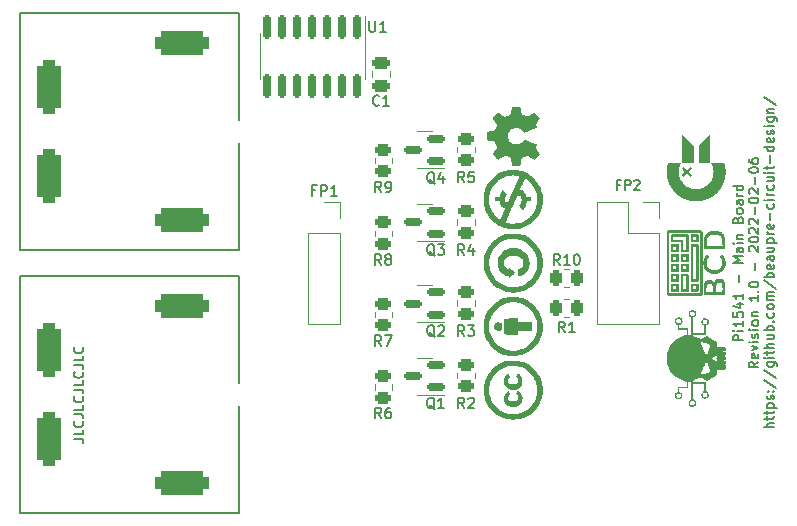
<source format=gto>
%TF.GenerationSoftware,KiCad,Pcbnew,(6.0.2)*%
%TF.CreationDate,2022-03-15T19:15:36-04:00*%
%TF.ProjectId,Pi1541_Main_Board,50693135-3431-45f4-9d61-696e5f426f61,1.0*%
%TF.SameCoordinates,Original*%
%TF.FileFunction,Legend,Top*%
%TF.FilePolarity,Positive*%
%FSLAX46Y46*%
G04 Gerber Fmt 4.6, Leading zero omitted, Abs format (unit mm)*
G04 Created by KiCad (PCBNEW (6.0.2)) date 2022-03-15 19:15:36*
%MOMM*%
%LPD*%
G01*
G04 APERTURE LIST*
G04 Aperture macros list*
%AMRoundRect*
0 Rectangle with rounded corners*
0 $1 Rounding radius*
0 $2 $3 $4 $5 $6 $7 $8 $9 X,Y pos of 4 corners*
0 Add a 4 corners polygon primitive as box body*
4,1,4,$2,$3,$4,$5,$6,$7,$8,$9,$2,$3,0*
0 Add four circle primitives for the rounded corners*
1,1,$1+$1,$2,$3*
1,1,$1+$1,$4,$5*
1,1,$1+$1,$6,$7*
1,1,$1+$1,$8,$9*
0 Add four rect primitives between the rounded corners*
20,1,$1+$1,$2,$3,$4,$5,0*
20,1,$1+$1,$4,$5,$6,$7,0*
20,1,$1+$1,$6,$7,$8,$9,0*
20,1,$1+$1,$8,$9,$2,$3,0*%
G04 Aperture macros list end*
%ADD10C,0.152400*%
%ADD11C,0.150000*%
%ADD12C,0.127000*%
%ADD13C,0.120000*%
%ADD14C,2.400000*%
%ADD15RoundRect,0.500000X-1.800000X0.500000X-1.800000X-0.500000X1.800000X-0.500000X1.800000X0.500000X0*%
%ADD16C,2.000000*%
%ADD17RoundRect,0.500000X-0.500000X-1.800000X0.500000X-1.800000X0.500000X1.800000X-0.500000X1.800000X0*%
%ADD18RoundRect,0.250000X-0.262500X-0.450000X0.262500X-0.450000X0.262500X0.450000X-0.262500X0.450000X0*%
%ADD19RoundRect,0.250000X0.450000X-0.262500X0.450000X0.262500X-0.450000X0.262500X-0.450000X-0.262500X0*%
%ADD20R,1.700000X1.700000*%
%ADD21O,1.700000X1.700000*%
%ADD22C,2.700000*%
%ADD23RoundRect,0.150000X0.587500X0.150000X-0.587500X0.150000X-0.587500X-0.150000X0.587500X-0.150000X0*%
%ADD24O,2.700000X5.400000*%
%ADD25RoundRect,0.250000X0.475000X-0.250000X0.475000X0.250000X-0.475000X0.250000X-0.475000X-0.250000X0*%
%ADD26RoundRect,0.150000X-0.150000X0.825000X-0.150000X-0.825000X0.150000X-0.825000X0.150000X0.825000X0*%
G04 APERTURE END LIST*
D10*
X168459087Y-90531105D02*
X167646287Y-90531105D01*
X167646287Y-90221467D01*
X167684992Y-90144058D01*
X167723696Y-90105353D01*
X167801106Y-90066648D01*
X167917220Y-90066648D01*
X167994630Y-90105353D01*
X168033334Y-90144058D01*
X168072039Y-90221467D01*
X168072039Y-90531105D01*
X168459087Y-89718305D02*
X167917220Y-89718305D01*
X167646287Y-89718305D02*
X167684992Y-89757010D01*
X167723696Y-89718305D01*
X167684992Y-89679601D01*
X167646287Y-89718305D01*
X167723696Y-89718305D01*
X168459087Y-88905505D02*
X168459087Y-89369962D01*
X168459087Y-89137734D02*
X167646287Y-89137734D01*
X167762401Y-89215143D01*
X167839811Y-89292553D01*
X167878515Y-89369962D01*
X167646287Y-88170115D02*
X167646287Y-88557162D01*
X168033334Y-88595867D01*
X167994630Y-88557162D01*
X167955925Y-88479753D01*
X167955925Y-88286229D01*
X167994630Y-88208820D01*
X168033334Y-88170115D01*
X168110744Y-88131410D01*
X168304268Y-88131410D01*
X168381677Y-88170115D01*
X168420382Y-88208820D01*
X168459087Y-88286229D01*
X168459087Y-88479753D01*
X168420382Y-88557162D01*
X168381677Y-88595867D01*
X167917220Y-87434724D02*
X168459087Y-87434724D01*
X167607582Y-87628248D02*
X168188153Y-87821772D01*
X168188153Y-87318610D01*
X168459087Y-86583220D02*
X168459087Y-87047677D01*
X168459087Y-86815448D02*
X167646287Y-86815448D01*
X167762401Y-86892858D01*
X167839811Y-86970267D01*
X167878515Y-87047677D01*
X168149449Y-85615601D02*
X168149449Y-84996324D01*
X168459087Y-83990001D02*
X167646287Y-83990001D01*
X168226858Y-83719067D01*
X167646287Y-83448134D01*
X168459087Y-83448134D01*
X168459087Y-82712743D02*
X168033334Y-82712743D01*
X167955925Y-82751448D01*
X167917220Y-82828858D01*
X167917220Y-82983677D01*
X167955925Y-83061086D01*
X168420382Y-82712743D02*
X168459087Y-82790153D01*
X168459087Y-82983677D01*
X168420382Y-83061086D01*
X168342972Y-83099791D01*
X168265563Y-83099791D01*
X168188153Y-83061086D01*
X168149449Y-82983677D01*
X168149449Y-82790153D01*
X168110744Y-82712743D01*
X168459087Y-82325696D02*
X167917220Y-82325696D01*
X167646287Y-82325696D02*
X167684992Y-82364401D01*
X167723696Y-82325696D01*
X167684992Y-82286991D01*
X167646287Y-82325696D01*
X167723696Y-82325696D01*
X167917220Y-81938648D02*
X168459087Y-81938648D01*
X167994630Y-81938648D02*
X167955925Y-81899943D01*
X167917220Y-81822534D01*
X167917220Y-81706420D01*
X167955925Y-81629010D01*
X168033334Y-81590305D01*
X168459087Y-81590305D01*
X168033334Y-80313048D02*
X168072039Y-80196934D01*
X168110744Y-80158229D01*
X168188153Y-80119524D01*
X168304268Y-80119524D01*
X168381677Y-80158229D01*
X168420382Y-80196934D01*
X168459087Y-80274343D01*
X168459087Y-80583981D01*
X167646287Y-80583981D01*
X167646287Y-80313048D01*
X167684992Y-80235639D01*
X167723696Y-80196934D01*
X167801106Y-80158229D01*
X167878515Y-80158229D01*
X167955925Y-80196934D01*
X167994630Y-80235639D01*
X168033334Y-80313048D01*
X168033334Y-80583981D01*
X168459087Y-79655067D02*
X168420382Y-79732477D01*
X168381677Y-79771181D01*
X168304268Y-79809886D01*
X168072039Y-79809886D01*
X167994630Y-79771181D01*
X167955925Y-79732477D01*
X167917220Y-79655067D01*
X167917220Y-79538953D01*
X167955925Y-79461543D01*
X167994630Y-79422839D01*
X168072039Y-79384134D01*
X168304268Y-79384134D01*
X168381677Y-79422839D01*
X168420382Y-79461543D01*
X168459087Y-79538953D01*
X168459087Y-79655067D01*
X168459087Y-78687448D02*
X168033334Y-78687448D01*
X167955925Y-78726153D01*
X167917220Y-78803562D01*
X167917220Y-78958381D01*
X167955925Y-79035791D01*
X168420382Y-78687448D02*
X168459087Y-78764858D01*
X168459087Y-78958381D01*
X168420382Y-79035791D01*
X168342972Y-79074496D01*
X168265563Y-79074496D01*
X168188153Y-79035791D01*
X168149449Y-78958381D01*
X168149449Y-78764858D01*
X168110744Y-78687448D01*
X168459087Y-78300401D02*
X167917220Y-78300401D01*
X168072039Y-78300401D02*
X167994630Y-78261696D01*
X167955925Y-78222991D01*
X167917220Y-78145581D01*
X167917220Y-78068172D01*
X168459087Y-77448896D02*
X167646287Y-77448896D01*
X168420382Y-77448896D02*
X168459087Y-77526305D01*
X168459087Y-77681124D01*
X168420382Y-77758534D01*
X168381677Y-77797239D01*
X168304268Y-77835943D01*
X168072039Y-77835943D01*
X167994630Y-77797239D01*
X167955925Y-77758534D01*
X167917220Y-77681124D01*
X167917220Y-77526305D01*
X167955925Y-77448896D01*
X169767695Y-92350229D02*
X169380647Y-92621162D01*
X169767695Y-92814686D02*
X168954895Y-92814686D01*
X168954895Y-92505048D01*
X168993600Y-92427639D01*
X169032304Y-92388934D01*
X169109714Y-92350229D01*
X169225828Y-92350229D01*
X169303238Y-92388934D01*
X169341942Y-92427639D01*
X169380647Y-92505048D01*
X169380647Y-92814686D01*
X169728990Y-91692248D02*
X169767695Y-91769658D01*
X169767695Y-91924477D01*
X169728990Y-92001886D01*
X169651580Y-92040591D01*
X169341942Y-92040591D01*
X169264533Y-92001886D01*
X169225828Y-91924477D01*
X169225828Y-91769658D01*
X169264533Y-91692248D01*
X169341942Y-91653543D01*
X169419352Y-91653543D01*
X169496761Y-92040591D01*
X169225828Y-91382610D02*
X169767695Y-91189086D01*
X169225828Y-90995562D01*
X169767695Y-90685924D02*
X169225828Y-90685924D01*
X168954895Y-90685924D02*
X168993600Y-90724629D01*
X169032304Y-90685924D01*
X168993600Y-90647220D01*
X168954895Y-90685924D01*
X169032304Y-90685924D01*
X169728990Y-90337581D02*
X169767695Y-90260172D01*
X169767695Y-90105353D01*
X169728990Y-90027943D01*
X169651580Y-89989239D01*
X169612876Y-89989239D01*
X169535466Y-90027943D01*
X169496761Y-90105353D01*
X169496761Y-90221467D01*
X169458057Y-90298877D01*
X169380647Y-90337581D01*
X169341942Y-90337581D01*
X169264533Y-90298877D01*
X169225828Y-90221467D01*
X169225828Y-90105353D01*
X169264533Y-90027943D01*
X169767695Y-89640896D02*
X169225828Y-89640896D01*
X168954895Y-89640896D02*
X168993600Y-89679601D01*
X169032304Y-89640896D01*
X168993600Y-89602191D01*
X168954895Y-89640896D01*
X169032304Y-89640896D01*
X169767695Y-89137734D02*
X169728990Y-89215143D01*
X169690285Y-89253848D01*
X169612876Y-89292553D01*
X169380647Y-89292553D01*
X169303238Y-89253848D01*
X169264533Y-89215143D01*
X169225828Y-89137734D01*
X169225828Y-89021620D01*
X169264533Y-88944210D01*
X169303238Y-88905505D01*
X169380647Y-88866801D01*
X169612876Y-88866801D01*
X169690285Y-88905505D01*
X169728990Y-88944210D01*
X169767695Y-89021620D01*
X169767695Y-89137734D01*
X169225828Y-88518458D02*
X169767695Y-88518458D01*
X169303238Y-88518458D02*
X169264533Y-88479753D01*
X169225828Y-88402343D01*
X169225828Y-88286229D01*
X169264533Y-88208820D01*
X169341942Y-88170115D01*
X169767695Y-88170115D01*
X169767695Y-86738039D02*
X169767695Y-87202496D01*
X169767695Y-86970267D02*
X168954895Y-86970267D01*
X169071009Y-87047677D01*
X169148419Y-87125086D01*
X169187123Y-87202496D01*
X169690285Y-86389696D02*
X169728990Y-86350991D01*
X169767695Y-86389696D01*
X169728990Y-86428401D01*
X169690285Y-86389696D01*
X169767695Y-86389696D01*
X168954895Y-85847829D02*
X168954895Y-85770420D01*
X168993600Y-85693010D01*
X169032304Y-85654305D01*
X169109714Y-85615601D01*
X169264533Y-85576896D01*
X169458057Y-85576896D01*
X169612876Y-85615601D01*
X169690285Y-85654305D01*
X169728990Y-85693010D01*
X169767695Y-85770420D01*
X169767695Y-85847829D01*
X169728990Y-85925239D01*
X169690285Y-85963943D01*
X169612876Y-86002648D01*
X169458057Y-86041353D01*
X169264533Y-86041353D01*
X169109714Y-86002648D01*
X169032304Y-85963943D01*
X168993600Y-85925239D01*
X168954895Y-85847829D01*
X169458057Y-84609277D02*
X169458057Y-83990001D01*
X169032304Y-83022381D02*
X168993600Y-82983677D01*
X168954895Y-82906267D01*
X168954895Y-82712743D01*
X168993600Y-82635334D01*
X169032304Y-82596629D01*
X169109714Y-82557924D01*
X169187123Y-82557924D01*
X169303238Y-82596629D01*
X169767695Y-83061086D01*
X169767695Y-82557924D01*
X168954895Y-82054762D02*
X168954895Y-81977353D01*
X168993600Y-81899943D01*
X169032304Y-81861239D01*
X169109714Y-81822534D01*
X169264533Y-81783829D01*
X169458057Y-81783829D01*
X169612876Y-81822534D01*
X169690285Y-81861239D01*
X169728990Y-81899943D01*
X169767695Y-81977353D01*
X169767695Y-82054762D01*
X169728990Y-82132172D01*
X169690285Y-82170877D01*
X169612876Y-82209581D01*
X169458057Y-82248286D01*
X169264533Y-82248286D01*
X169109714Y-82209581D01*
X169032304Y-82170877D01*
X168993600Y-82132172D01*
X168954895Y-82054762D01*
X169032304Y-81474191D02*
X168993600Y-81435486D01*
X168954895Y-81358077D01*
X168954895Y-81164553D01*
X168993600Y-81087143D01*
X169032304Y-81048439D01*
X169109714Y-81009734D01*
X169187123Y-81009734D01*
X169303238Y-81048439D01*
X169767695Y-81512896D01*
X169767695Y-81009734D01*
X169032304Y-80700096D02*
X168993600Y-80661391D01*
X168954895Y-80583981D01*
X168954895Y-80390458D01*
X168993600Y-80313048D01*
X169032304Y-80274343D01*
X169109714Y-80235639D01*
X169187123Y-80235639D01*
X169303238Y-80274343D01*
X169767695Y-80738801D01*
X169767695Y-80235639D01*
X169458057Y-79887296D02*
X169458057Y-79268020D01*
X168954895Y-78726153D02*
X168954895Y-78648743D01*
X168993600Y-78571334D01*
X169032304Y-78532629D01*
X169109714Y-78493924D01*
X169264533Y-78455220D01*
X169458057Y-78455220D01*
X169612876Y-78493924D01*
X169690285Y-78532629D01*
X169728990Y-78571334D01*
X169767695Y-78648743D01*
X169767695Y-78726153D01*
X169728990Y-78803562D01*
X169690285Y-78842267D01*
X169612876Y-78880972D01*
X169458057Y-78919677D01*
X169264533Y-78919677D01*
X169109714Y-78880972D01*
X169032304Y-78842267D01*
X168993600Y-78803562D01*
X168954895Y-78726153D01*
X169032304Y-78145581D02*
X168993600Y-78106877D01*
X168954895Y-78029467D01*
X168954895Y-77835943D01*
X168993600Y-77758534D01*
X169032304Y-77719829D01*
X169109714Y-77681124D01*
X169187123Y-77681124D01*
X169303238Y-77719829D01*
X169767695Y-78184286D01*
X169767695Y-77681124D01*
X169458057Y-77332781D02*
X169458057Y-76713505D01*
X168954895Y-76171639D02*
X168954895Y-76094229D01*
X168993600Y-76016820D01*
X169032304Y-75978115D01*
X169109714Y-75939410D01*
X169264533Y-75900705D01*
X169458057Y-75900705D01*
X169612876Y-75939410D01*
X169690285Y-75978115D01*
X169728990Y-76016820D01*
X169767695Y-76094229D01*
X169767695Y-76171639D01*
X169728990Y-76249048D01*
X169690285Y-76287753D01*
X169612876Y-76326458D01*
X169458057Y-76365162D01*
X169264533Y-76365162D01*
X169109714Y-76326458D01*
X169032304Y-76287753D01*
X168993600Y-76249048D01*
X168954895Y-76171639D01*
X168954895Y-75204020D02*
X168954895Y-75358839D01*
X168993600Y-75436248D01*
X169032304Y-75474953D01*
X169148419Y-75552362D01*
X169303238Y-75591067D01*
X169612876Y-75591067D01*
X169690285Y-75552362D01*
X169728990Y-75513658D01*
X169767695Y-75436248D01*
X169767695Y-75281429D01*
X169728990Y-75204020D01*
X169690285Y-75165315D01*
X169612876Y-75126610D01*
X169419352Y-75126610D01*
X169341942Y-75165315D01*
X169303238Y-75204020D01*
X169264533Y-75281429D01*
X169264533Y-75436248D01*
X169303238Y-75513658D01*
X169341942Y-75552362D01*
X169419352Y-75591067D01*
X171076303Y-97904362D02*
X170263503Y-97904362D01*
X171076303Y-97556020D02*
X170650550Y-97556020D01*
X170573141Y-97594724D01*
X170534436Y-97672134D01*
X170534436Y-97788248D01*
X170573141Y-97865658D01*
X170611846Y-97904362D01*
X170534436Y-97285086D02*
X170534436Y-96975448D01*
X170263503Y-97168972D02*
X170960188Y-97168972D01*
X171037598Y-97130267D01*
X171076303Y-97052858D01*
X171076303Y-96975448D01*
X170534436Y-96820629D02*
X170534436Y-96510991D01*
X170263503Y-96704515D02*
X170960188Y-96704515D01*
X171037598Y-96665810D01*
X171076303Y-96588401D01*
X171076303Y-96510991D01*
X170534436Y-96240058D02*
X171347236Y-96240058D01*
X170573141Y-96240058D02*
X170534436Y-96162648D01*
X170534436Y-96007829D01*
X170573141Y-95930420D01*
X170611846Y-95891715D01*
X170689255Y-95853010D01*
X170921484Y-95853010D01*
X170998893Y-95891715D01*
X171037598Y-95930420D01*
X171076303Y-96007829D01*
X171076303Y-96162648D01*
X171037598Y-96240058D01*
X171037598Y-95543372D02*
X171076303Y-95465962D01*
X171076303Y-95311143D01*
X171037598Y-95233734D01*
X170960188Y-95195029D01*
X170921484Y-95195029D01*
X170844074Y-95233734D01*
X170805369Y-95311143D01*
X170805369Y-95427258D01*
X170766665Y-95504667D01*
X170689255Y-95543372D01*
X170650550Y-95543372D01*
X170573141Y-95504667D01*
X170534436Y-95427258D01*
X170534436Y-95311143D01*
X170573141Y-95233734D01*
X170998893Y-94846686D02*
X171037598Y-94807981D01*
X171076303Y-94846686D01*
X171037598Y-94885391D01*
X170998893Y-94846686D01*
X171076303Y-94846686D01*
X170573141Y-94846686D02*
X170611846Y-94807981D01*
X170650550Y-94846686D01*
X170611846Y-94885391D01*
X170573141Y-94846686D01*
X170650550Y-94846686D01*
X170224798Y-93879067D02*
X171269827Y-94575753D01*
X170224798Y-93027562D02*
X171269827Y-93724248D01*
X170534436Y-92408286D02*
X171192417Y-92408286D01*
X171269827Y-92446991D01*
X171308531Y-92485696D01*
X171347236Y-92563105D01*
X171347236Y-92679220D01*
X171308531Y-92756629D01*
X171037598Y-92408286D02*
X171076303Y-92485696D01*
X171076303Y-92640515D01*
X171037598Y-92717924D01*
X170998893Y-92756629D01*
X170921484Y-92795334D01*
X170689255Y-92795334D01*
X170611846Y-92756629D01*
X170573141Y-92717924D01*
X170534436Y-92640515D01*
X170534436Y-92485696D01*
X170573141Y-92408286D01*
X171076303Y-92021239D02*
X170534436Y-92021239D01*
X170263503Y-92021239D02*
X170302208Y-92059943D01*
X170340912Y-92021239D01*
X170302208Y-91982534D01*
X170263503Y-92021239D01*
X170340912Y-92021239D01*
X170534436Y-91750305D02*
X170534436Y-91440667D01*
X170263503Y-91634191D02*
X170960188Y-91634191D01*
X171037598Y-91595486D01*
X171076303Y-91518077D01*
X171076303Y-91440667D01*
X171076303Y-91169734D02*
X170263503Y-91169734D01*
X171076303Y-90821391D02*
X170650550Y-90821391D01*
X170573141Y-90860096D01*
X170534436Y-90937505D01*
X170534436Y-91053620D01*
X170573141Y-91131029D01*
X170611846Y-91169734D01*
X170534436Y-90086001D02*
X171076303Y-90086001D01*
X170534436Y-90434343D02*
X170960188Y-90434343D01*
X171037598Y-90395639D01*
X171076303Y-90318229D01*
X171076303Y-90202115D01*
X171037598Y-90124705D01*
X170998893Y-90086001D01*
X171076303Y-89698953D02*
X170263503Y-89698953D01*
X170573141Y-89698953D02*
X170534436Y-89621543D01*
X170534436Y-89466724D01*
X170573141Y-89389315D01*
X170611846Y-89350610D01*
X170689255Y-89311905D01*
X170921484Y-89311905D01*
X170998893Y-89350610D01*
X171037598Y-89389315D01*
X171076303Y-89466724D01*
X171076303Y-89621543D01*
X171037598Y-89698953D01*
X170998893Y-88963562D02*
X171037598Y-88924858D01*
X171076303Y-88963562D01*
X171037598Y-89002267D01*
X170998893Y-88963562D01*
X171076303Y-88963562D01*
X171037598Y-88228172D02*
X171076303Y-88305581D01*
X171076303Y-88460401D01*
X171037598Y-88537810D01*
X170998893Y-88576515D01*
X170921484Y-88615220D01*
X170689255Y-88615220D01*
X170611846Y-88576515D01*
X170573141Y-88537810D01*
X170534436Y-88460401D01*
X170534436Y-88305581D01*
X170573141Y-88228172D01*
X171076303Y-87763715D02*
X171037598Y-87841124D01*
X170998893Y-87879829D01*
X170921484Y-87918534D01*
X170689255Y-87918534D01*
X170611846Y-87879829D01*
X170573141Y-87841124D01*
X170534436Y-87763715D01*
X170534436Y-87647601D01*
X170573141Y-87570191D01*
X170611846Y-87531486D01*
X170689255Y-87492781D01*
X170921484Y-87492781D01*
X170998893Y-87531486D01*
X171037598Y-87570191D01*
X171076303Y-87647601D01*
X171076303Y-87763715D01*
X171076303Y-87144439D02*
X170534436Y-87144439D01*
X170611846Y-87144439D02*
X170573141Y-87105734D01*
X170534436Y-87028324D01*
X170534436Y-86912210D01*
X170573141Y-86834801D01*
X170650550Y-86796096D01*
X171076303Y-86796096D01*
X170650550Y-86796096D02*
X170573141Y-86757391D01*
X170534436Y-86679981D01*
X170534436Y-86563867D01*
X170573141Y-86486458D01*
X170650550Y-86447753D01*
X171076303Y-86447753D01*
X170224798Y-85480134D02*
X171269827Y-86176820D01*
X171076303Y-85209201D02*
X170263503Y-85209201D01*
X170573141Y-85209201D02*
X170534436Y-85131791D01*
X170534436Y-84976972D01*
X170573141Y-84899562D01*
X170611846Y-84860858D01*
X170689255Y-84822153D01*
X170921484Y-84822153D01*
X170998893Y-84860858D01*
X171037598Y-84899562D01*
X171076303Y-84976972D01*
X171076303Y-85131791D01*
X171037598Y-85209201D01*
X171037598Y-84164172D02*
X171076303Y-84241581D01*
X171076303Y-84396401D01*
X171037598Y-84473810D01*
X170960188Y-84512515D01*
X170650550Y-84512515D01*
X170573141Y-84473810D01*
X170534436Y-84396401D01*
X170534436Y-84241581D01*
X170573141Y-84164172D01*
X170650550Y-84125467D01*
X170727960Y-84125467D01*
X170805369Y-84512515D01*
X171076303Y-83428781D02*
X170650550Y-83428781D01*
X170573141Y-83467486D01*
X170534436Y-83544896D01*
X170534436Y-83699715D01*
X170573141Y-83777124D01*
X171037598Y-83428781D02*
X171076303Y-83506191D01*
X171076303Y-83699715D01*
X171037598Y-83777124D01*
X170960188Y-83815829D01*
X170882779Y-83815829D01*
X170805369Y-83777124D01*
X170766665Y-83699715D01*
X170766665Y-83506191D01*
X170727960Y-83428781D01*
X170534436Y-82693391D02*
X171076303Y-82693391D01*
X170534436Y-83041734D02*
X170960188Y-83041734D01*
X171037598Y-83003029D01*
X171076303Y-82925620D01*
X171076303Y-82809505D01*
X171037598Y-82732096D01*
X170998893Y-82693391D01*
X170534436Y-82306343D02*
X171347236Y-82306343D01*
X170573141Y-82306343D02*
X170534436Y-82228934D01*
X170534436Y-82074115D01*
X170573141Y-81996705D01*
X170611846Y-81958001D01*
X170689255Y-81919296D01*
X170921484Y-81919296D01*
X170998893Y-81958001D01*
X171037598Y-81996705D01*
X171076303Y-82074115D01*
X171076303Y-82228934D01*
X171037598Y-82306343D01*
X171076303Y-81570953D02*
X170534436Y-81570953D01*
X170689255Y-81570953D02*
X170611846Y-81532248D01*
X170573141Y-81493543D01*
X170534436Y-81416134D01*
X170534436Y-81338724D01*
X171037598Y-80758153D02*
X171076303Y-80835562D01*
X171076303Y-80990381D01*
X171037598Y-81067791D01*
X170960188Y-81106496D01*
X170650550Y-81106496D01*
X170573141Y-81067791D01*
X170534436Y-80990381D01*
X170534436Y-80835562D01*
X170573141Y-80758153D01*
X170650550Y-80719448D01*
X170727960Y-80719448D01*
X170805369Y-81106496D01*
X170766665Y-80371105D02*
X170766665Y-79751829D01*
X171037598Y-79016439D02*
X171076303Y-79093848D01*
X171076303Y-79248667D01*
X171037598Y-79326077D01*
X170998893Y-79364781D01*
X170921484Y-79403486D01*
X170689255Y-79403486D01*
X170611846Y-79364781D01*
X170573141Y-79326077D01*
X170534436Y-79248667D01*
X170534436Y-79093848D01*
X170573141Y-79016439D01*
X171076303Y-78668096D02*
X170534436Y-78668096D01*
X170263503Y-78668096D02*
X170302208Y-78706801D01*
X170340912Y-78668096D01*
X170302208Y-78629391D01*
X170263503Y-78668096D01*
X170340912Y-78668096D01*
X171076303Y-78281048D02*
X170534436Y-78281048D01*
X170689255Y-78281048D02*
X170611846Y-78242343D01*
X170573141Y-78203639D01*
X170534436Y-78126229D01*
X170534436Y-78048820D01*
X171037598Y-77429543D02*
X171076303Y-77506953D01*
X171076303Y-77661772D01*
X171037598Y-77739181D01*
X170998893Y-77777886D01*
X170921484Y-77816591D01*
X170689255Y-77816591D01*
X170611846Y-77777886D01*
X170573141Y-77739181D01*
X170534436Y-77661772D01*
X170534436Y-77506953D01*
X170573141Y-77429543D01*
X170534436Y-76732858D02*
X171076303Y-76732858D01*
X170534436Y-77081201D02*
X170960188Y-77081201D01*
X171037598Y-77042496D01*
X171076303Y-76965086D01*
X171076303Y-76848972D01*
X171037598Y-76771562D01*
X170998893Y-76732858D01*
X171076303Y-76345810D02*
X170534436Y-76345810D01*
X170263503Y-76345810D02*
X170302208Y-76384515D01*
X170340912Y-76345810D01*
X170302208Y-76307105D01*
X170263503Y-76345810D01*
X170340912Y-76345810D01*
X170534436Y-76074877D02*
X170534436Y-75765239D01*
X170263503Y-75958762D02*
X170960188Y-75958762D01*
X171037598Y-75920058D01*
X171076303Y-75842648D01*
X171076303Y-75765239D01*
X170766665Y-75494305D02*
X170766665Y-74875029D01*
X171076303Y-74139639D02*
X170263503Y-74139639D01*
X171037598Y-74139639D02*
X171076303Y-74217048D01*
X171076303Y-74371867D01*
X171037598Y-74449277D01*
X170998893Y-74487981D01*
X170921484Y-74526686D01*
X170689255Y-74526686D01*
X170611846Y-74487981D01*
X170573141Y-74449277D01*
X170534436Y-74371867D01*
X170534436Y-74217048D01*
X170573141Y-74139639D01*
X171037598Y-73442953D02*
X171076303Y-73520362D01*
X171076303Y-73675181D01*
X171037598Y-73752591D01*
X170960188Y-73791296D01*
X170650550Y-73791296D01*
X170573141Y-73752591D01*
X170534436Y-73675181D01*
X170534436Y-73520362D01*
X170573141Y-73442953D01*
X170650550Y-73404248D01*
X170727960Y-73404248D01*
X170805369Y-73791296D01*
X171037598Y-73094610D02*
X171076303Y-73017201D01*
X171076303Y-72862381D01*
X171037598Y-72784972D01*
X170960188Y-72746267D01*
X170921484Y-72746267D01*
X170844074Y-72784972D01*
X170805369Y-72862381D01*
X170805369Y-72978496D01*
X170766665Y-73055905D01*
X170689255Y-73094610D01*
X170650550Y-73094610D01*
X170573141Y-73055905D01*
X170534436Y-72978496D01*
X170534436Y-72862381D01*
X170573141Y-72784972D01*
X171076303Y-72397924D02*
X170534436Y-72397924D01*
X170263503Y-72397924D02*
X170302208Y-72436629D01*
X170340912Y-72397924D01*
X170302208Y-72359220D01*
X170263503Y-72397924D01*
X170340912Y-72397924D01*
X170534436Y-71662534D02*
X171192417Y-71662534D01*
X171269827Y-71701239D01*
X171308531Y-71739943D01*
X171347236Y-71817353D01*
X171347236Y-71933467D01*
X171308531Y-72010877D01*
X171037598Y-71662534D02*
X171076303Y-71739943D01*
X171076303Y-71894762D01*
X171037598Y-71972172D01*
X170998893Y-72010877D01*
X170921484Y-72049581D01*
X170689255Y-72049581D01*
X170611846Y-72010877D01*
X170573141Y-71972172D01*
X170534436Y-71894762D01*
X170534436Y-71739943D01*
X170573141Y-71662534D01*
X170534436Y-71275486D02*
X171076303Y-71275486D01*
X170611846Y-71275486D02*
X170573141Y-71236781D01*
X170534436Y-71159372D01*
X170534436Y-71043258D01*
X170573141Y-70965848D01*
X170650550Y-70927143D01*
X171076303Y-70927143D01*
X170224798Y-69959524D02*
X171269827Y-70656210D01*
X111809572Y-98896027D02*
X112390143Y-98896027D01*
X112506257Y-98934732D01*
X112583667Y-99012142D01*
X112622372Y-99128256D01*
X112622372Y-99205666D01*
X112622372Y-98121932D02*
X112622372Y-98508980D01*
X111809572Y-98508980D01*
X112544962Y-97386542D02*
X112583667Y-97425246D01*
X112622372Y-97541361D01*
X112622372Y-97618770D01*
X112583667Y-97734885D01*
X112506257Y-97812294D01*
X112428848Y-97850999D01*
X112274029Y-97889704D01*
X112157915Y-97889704D01*
X112003096Y-97850999D01*
X111925686Y-97812294D01*
X111848277Y-97734885D01*
X111809572Y-97618770D01*
X111809572Y-97541361D01*
X111848277Y-97425246D01*
X111886981Y-97386542D01*
X111809572Y-96805970D02*
X112390143Y-96805970D01*
X112506257Y-96844675D01*
X112583667Y-96922085D01*
X112622372Y-97038199D01*
X112622372Y-97115608D01*
X112622372Y-96031875D02*
X112622372Y-96418923D01*
X111809572Y-96418923D01*
X112544962Y-95296485D02*
X112583667Y-95335189D01*
X112622372Y-95451304D01*
X112622372Y-95528713D01*
X112583667Y-95644827D01*
X112506257Y-95722237D01*
X112428848Y-95760942D01*
X112274029Y-95799646D01*
X112157915Y-95799646D01*
X112003096Y-95760942D01*
X111925686Y-95722237D01*
X111848277Y-95644827D01*
X111809572Y-95528713D01*
X111809572Y-95451304D01*
X111848277Y-95335189D01*
X111886981Y-95296485D01*
X111809572Y-94715913D02*
X112390143Y-94715913D01*
X112506257Y-94754618D01*
X112583667Y-94832027D01*
X112622372Y-94948142D01*
X112622372Y-95025551D01*
X112622372Y-93941818D02*
X112622372Y-94328866D01*
X111809572Y-94328866D01*
X112544962Y-93206427D02*
X112583667Y-93245132D01*
X112622372Y-93361246D01*
X112622372Y-93438656D01*
X112583667Y-93554770D01*
X112506257Y-93632180D01*
X112428848Y-93670885D01*
X112274029Y-93709589D01*
X112157915Y-93709589D01*
X112003096Y-93670885D01*
X111925686Y-93632180D01*
X111848277Y-93554770D01*
X111809572Y-93438656D01*
X111809572Y-93361246D01*
X111848277Y-93245132D01*
X111886981Y-93206427D01*
X111809572Y-92625856D02*
X112390143Y-92625856D01*
X112506257Y-92664561D01*
X112583667Y-92741970D01*
X112622372Y-92858085D01*
X112622372Y-92935494D01*
X112622372Y-91851761D02*
X112622372Y-92238808D01*
X111809572Y-92238808D01*
X112544962Y-91116370D02*
X112583667Y-91155075D01*
X112622372Y-91271189D01*
X112622372Y-91348599D01*
X112583667Y-91464713D01*
X112506257Y-91542123D01*
X112428848Y-91580827D01*
X112274029Y-91619532D01*
X112157915Y-91619532D01*
X112003096Y-91580827D01*
X111925686Y-91542123D01*
X111848277Y-91464713D01*
X111809572Y-91348599D01*
X111809572Y-91271189D01*
X111848277Y-91155075D01*
X111886981Y-91116370D01*
D11*
X153351833Y-89842166D02*
X153055500Y-89418833D01*
X152843833Y-89842166D02*
X152843833Y-88953166D01*
X153182500Y-88953166D01*
X153267166Y-88995500D01*
X153309500Y-89037833D01*
X153351833Y-89122500D01*
X153351833Y-89249500D01*
X153309500Y-89334166D01*
X153267166Y-89376500D01*
X153182500Y-89418833D01*
X152843833Y-89418833D01*
X154198500Y-89842166D02*
X153690500Y-89842166D01*
X153944500Y-89842166D02*
X153944500Y-88953166D01*
X153859833Y-89080166D01*
X153775166Y-89164833D01*
X153690500Y-89207166D01*
X144851833Y-83284890D02*
X144555500Y-82861557D01*
X144343833Y-83284890D02*
X144343833Y-82395890D01*
X144682500Y-82395890D01*
X144767166Y-82438224D01*
X144809500Y-82480557D01*
X144851833Y-82565224D01*
X144851833Y-82692224D01*
X144809500Y-82776890D01*
X144767166Y-82819224D01*
X144682500Y-82861557D01*
X144343833Y-82861557D01*
X145613833Y-82692224D02*
X145613833Y-83284890D01*
X145402166Y-82353557D02*
X145190500Y-82988557D01*
X145740833Y-82988557D01*
X144851833Y-96292166D02*
X144555500Y-95868833D01*
X144343833Y-96292166D02*
X144343833Y-95403166D01*
X144682500Y-95403166D01*
X144767166Y-95445500D01*
X144809500Y-95487833D01*
X144851833Y-95572500D01*
X144851833Y-95699500D01*
X144809500Y-95784166D01*
X144767166Y-95826500D01*
X144682500Y-95868833D01*
X144343833Y-95868833D01*
X145190500Y-95487833D02*
X145232833Y-95445500D01*
X145317500Y-95403166D01*
X145529166Y-95403166D01*
X145613833Y-95445500D01*
X145656166Y-95487833D01*
X145698500Y-95572500D01*
X145698500Y-95657166D01*
X145656166Y-95784166D01*
X145148166Y-96292166D01*
X145698500Y-96292166D01*
X132259166Y-77836500D02*
X131962833Y-77836500D01*
X131962833Y-78302166D02*
X131962833Y-77413166D01*
X132386166Y-77413166D01*
X132724833Y-78302166D02*
X132724833Y-77413166D01*
X133063500Y-77413166D01*
X133148166Y-77455500D01*
X133190500Y-77497833D01*
X133232833Y-77582500D01*
X133232833Y-77709500D01*
X133190500Y-77794166D01*
X133148166Y-77836500D01*
X133063500Y-77878833D01*
X132724833Y-77878833D01*
X134079500Y-78302166D02*
X133571500Y-78302166D01*
X133825500Y-78302166D02*
X133825500Y-77413166D01*
X133740833Y-77540166D01*
X133656166Y-77624833D01*
X133571500Y-77667166D01*
X137851833Y-97142166D02*
X137555500Y-96718833D01*
X137343833Y-97142166D02*
X137343833Y-96253166D01*
X137682500Y-96253166D01*
X137767166Y-96295500D01*
X137809500Y-96337833D01*
X137851833Y-96422500D01*
X137851833Y-96549500D01*
X137809500Y-96634166D01*
X137767166Y-96676500D01*
X137682500Y-96718833D01*
X137343833Y-96718833D01*
X138613833Y-96253166D02*
X138444500Y-96253166D01*
X138359833Y-96295500D01*
X138317500Y-96337833D01*
X138232833Y-96464833D01*
X138190500Y-96634166D01*
X138190500Y-96972833D01*
X138232833Y-97057500D01*
X138275166Y-97099833D01*
X138359833Y-97142166D01*
X138529166Y-97142166D01*
X138613833Y-97099833D01*
X138656166Y-97057500D01*
X138698500Y-96972833D01*
X138698500Y-96761166D01*
X138656166Y-96676500D01*
X138613833Y-96634166D01*
X138529166Y-96591833D01*
X138359833Y-96591833D01*
X138275166Y-96634166D01*
X138232833Y-96676500D01*
X138190500Y-96761166D01*
X152928500Y-84142166D02*
X152632166Y-83718833D01*
X152420500Y-84142166D02*
X152420500Y-83253166D01*
X152759166Y-83253166D01*
X152843833Y-83295500D01*
X152886166Y-83337833D01*
X152928500Y-83422500D01*
X152928500Y-83549500D01*
X152886166Y-83634166D01*
X152843833Y-83676500D01*
X152759166Y-83718833D01*
X152420500Y-83718833D01*
X153775166Y-84142166D02*
X153267166Y-84142166D01*
X153521166Y-84142166D02*
X153521166Y-83253166D01*
X153436500Y-83380166D01*
X153351833Y-83464833D01*
X153267166Y-83507166D01*
X154325500Y-83253166D02*
X154410166Y-83253166D01*
X154494833Y-83295500D01*
X154537166Y-83337833D01*
X154579500Y-83422500D01*
X154621833Y-83591833D01*
X154621833Y-83803500D01*
X154579500Y-83972833D01*
X154537166Y-84057500D01*
X154494833Y-84099833D01*
X154410166Y-84142166D01*
X154325500Y-84142166D01*
X154240833Y-84099833D01*
X154198500Y-84057500D01*
X154156166Y-83972833D01*
X154113833Y-83803500D01*
X154113833Y-83591833D01*
X154156166Y-83422500D01*
X154198500Y-83337833D01*
X154240833Y-83295500D01*
X154325500Y-83253166D01*
D10*
X158052666Y-77361942D02*
X157781733Y-77361942D01*
X157781733Y-77787695D02*
X157781733Y-76974895D01*
X158168780Y-76974895D01*
X158478419Y-77787695D02*
X158478419Y-76974895D01*
X158788057Y-76974895D01*
X158865466Y-77013600D01*
X158904171Y-77052304D01*
X158942876Y-77129714D01*
X158942876Y-77245828D01*
X158904171Y-77323238D01*
X158865466Y-77361942D01*
X158788057Y-77400647D01*
X158478419Y-77400647D01*
X159252514Y-77052304D02*
X159291219Y-77013600D01*
X159368628Y-76974895D01*
X159562152Y-76974895D01*
X159639561Y-77013600D01*
X159678266Y-77052304D01*
X159716971Y-77129714D01*
X159716971Y-77207123D01*
X159678266Y-77323238D01*
X159213809Y-77787695D01*
X159716971Y-77787695D01*
D11*
X142352833Y-83386833D02*
X142268166Y-83344500D01*
X142183500Y-83259833D01*
X142056500Y-83132833D01*
X141971833Y-83090500D01*
X141887166Y-83090500D01*
X141929500Y-83302166D02*
X141844833Y-83259833D01*
X141760166Y-83175166D01*
X141717833Y-83005833D01*
X141717833Y-82709500D01*
X141760166Y-82540166D01*
X141844833Y-82455500D01*
X141929500Y-82413166D01*
X142098833Y-82413166D01*
X142183500Y-82455500D01*
X142268166Y-82540166D01*
X142310500Y-82709500D01*
X142310500Y-83005833D01*
X142268166Y-83175166D01*
X142183500Y-83259833D01*
X142098833Y-83302166D01*
X141929500Y-83302166D01*
X142606833Y-82413166D02*
X143157166Y-82413166D01*
X142860833Y-82751833D01*
X142987833Y-82751833D01*
X143072500Y-82794166D01*
X143114833Y-82836500D01*
X143157166Y-82921166D01*
X143157166Y-83132833D01*
X143114833Y-83217500D01*
X143072500Y-83259833D01*
X142987833Y-83302166D01*
X142733833Y-83302166D01*
X142649166Y-83259833D01*
X142606833Y-83217500D01*
X137851833Y-84134890D02*
X137555500Y-83711557D01*
X137343833Y-84134890D02*
X137343833Y-83245890D01*
X137682500Y-83245890D01*
X137767166Y-83288224D01*
X137809500Y-83330557D01*
X137851833Y-83415224D01*
X137851833Y-83542224D01*
X137809500Y-83626890D01*
X137767166Y-83669224D01*
X137682500Y-83711557D01*
X137343833Y-83711557D01*
X138359833Y-83626890D02*
X138275166Y-83584557D01*
X138232833Y-83542224D01*
X138190500Y-83457557D01*
X138190500Y-83415224D01*
X138232833Y-83330557D01*
X138275166Y-83288224D01*
X138359833Y-83245890D01*
X138529166Y-83245890D01*
X138613833Y-83288224D01*
X138656166Y-83330557D01*
X138698500Y-83415224D01*
X138698500Y-83457557D01*
X138656166Y-83542224D01*
X138613833Y-83584557D01*
X138529166Y-83626890D01*
X138359833Y-83626890D01*
X138275166Y-83669224D01*
X138232833Y-83711557D01*
X138190500Y-83796224D01*
X138190500Y-83965557D01*
X138232833Y-84050224D01*
X138275166Y-84092557D01*
X138359833Y-84134890D01*
X138529166Y-84134890D01*
X138613833Y-84092557D01*
X138656166Y-84050224D01*
X138698500Y-83965557D01*
X138698500Y-83796224D01*
X138656166Y-83711557D01*
X138613833Y-83669224D01*
X138529166Y-83626890D01*
X137851833Y-90999433D02*
X137555500Y-90576100D01*
X137343833Y-90999433D02*
X137343833Y-90110433D01*
X137682500Y-90110433D01*
X137767166Y-90152767D01*
X137809500Y-90195100D01*
X137851833Y-90279767D01*
X137851833Y-90406767D01*
X137809500Y-90491433D01*
X137767166Y-90533767D01*
X137682500Y-90576100D01*
X137343833Y-90576100D01*
X138148166Y-90110433D02*
X138740833Y-90110433D01*
X138359833Y-90999433D01*
X137651833Y-70615000D02*
X137609500Y-70657333D01*
X137482500Y-70699666D01*
X137397833Y-70699666D01*
X137270833Y-70657333D01*
X137186166Y-70572666D01*
X137143833Y-70488000D01*
X137101500Y-70318666D01*
X137101500Y-70191666D01*
X137143833Y-70022333D01*
X137186166Y-69937666D01*
X137270833Y-69853000D01*
X137397833Y-69810666D01*
X137482500Y-69810666D01*
X137609500Y-69853000D01*
X137651833Y-69895333D01*
X138498500Y-70699666D02*
X137990500Y-70699666D01*
X138244500Y-70699666D02*
X138244500Y-69810666D01*
X138159833Y-69937666D01*
X138075166Y-70022333D01*
X137990500Y-70064666D01*
X142352833Y-96386833D02*
X142268166Y-96344500D01*
X142183500Y-96259833D01*
X142056500Y-96132833D01*
X141971833Y-96090500D01*
X141887166Y-96090500D01*
X141929500Y-96302166D02*
X141844833Y-96259833D01*
X141760166Y-96175166D01*
X141717833Y-96005833D01*
X141717833Y-95709500D01*
X141760166Y-95540166D01*
X141844833Y-95455500D01*
X141929500Y-95413166D01*
X142098833Y-95413166D01*
X142183500Y-95455500D01*
X142268166Y-95540166D01*
X142310500Y-95709500D01*
X142310500Y-96005833D01*
X142268166Y-96175166D01*
X142183500Y-96259833D01*
X142098833Y-96302166D01*
X141929500Y-96302166D01*
X143157166Y-96302166D02*
X142649166Y-96302166D01*
X142903166Y-96302166D02*
X142903166Y-95413166D01*
X142818500Y-95540166D01*
X142733833Y-95624833D01*
X142649166Y-95667166D01*
X142352833Y-77286833D02*
X142268166Y-77244500D01*
X142183500Y-77159833D01*
X142056500Y-77032833D01*
X141971833Y-76990500D01*
X141887166Y-76990500D01*
X141929500Y-77202166D02*
X141844833Y-77159833D01*
X141760166Y-77075166D01*
X141717833Y-76905833D01*
X141717833Y-76609500D01*
X141760166Y-76440166D01*
X141844833Y-76355500D01*
X141929500Y-76313166D01*
X142098833Y-76313166D01*
X142183500Y-76355500D01*
X142268166Y-76440166D01*
X142310500Y-76609500D01*
X142310500Y-76905833D01*
X142268166Y-77075166D01*
X142183500Y-77159833D01*
X142098833Y-77202166D01*
X141929500Y-77202166D01*
X143072500Y-76609500D02*
X143072500Y-77202166D01*
X142860833Y-76270833D02*
X142649166Y-76905833D01*
X143199500Y-76905833D01*
X144851833Y-77142166D02*
X144555500Y-76718833D01*
X144343833Y-77142166D02*
X144343833Y-76253166D01*
X144682500Y-76253166D01*
X144767166Y-76295500D01*
X144809500Y-76337833D01*
X144851833Y-76422500D01*
X144851833Y-76549500D01*
X144809500Y-76634166D01*
X144767166Y-76676500D01*
X144682500Y-76718833D01*
X144343833Y-76718833D01*
X145656166Y-76253166D02*
X145232833Y-76253166D01*
X145190500Y-76676500D01*
X145232833Y-76634166D01*
X145317500Y-76591833D01*
X145529166Y-76591833D01*
X145613833Y-76634166D01*
X145656166Y-76676500D01*
X145698500Y-76761166D01*
X145698500Y-76972833D01*
X145656166Y-77057500D01*
X145613833Y-77099833D01*
X145529166Y-77142166D01*
X145317500Y-77142166D01*
X145232833Y-77099833D01*
X145190500Y-77057500D01*
X144851833Y-90149433D02*
X144555500Y-89726100D01*
X144343833Y-90149433D02*
X144343833Y-89260433D01*
X144682500Y-89260433D01*
X144767166Y-89302767D01*
X144809500Y-89345100D01*
X144851833Y-89429767D01*
X144851833Y-89556767D01*
X144809500Y-89641433D01*
X144767166Y-89683767D01*
X144682500Y-89726100D01*
X144343833Y-89726100D01*
X145148166Y-89260433D02*
X145698500Y-89260433D01*
X145402166Y-89599100D01*
X145529166Y-89599100D01*
X145613833Y-89641433D01*
X145656166Y-89683767D01*
X145698500Y-89768433D01*
X145698500Y-89980100D01*
X145656166Y-90064767D01*
X145613833Y-90107100D01*
X145529166Y-90149433D01*
X145275166Y-90149433D01*
X145190500Y-90107100D01*
X145148166Y-90064767D01*
X136822666Y-63535666D02*
X136822666Y-64255333D01*
X136865000Y-64340000D01*
X136907333Y-64382333D01*
X136992000Y-64424666D01*
X137161333Y-64424666D01*
X137246000Y-64382333D01*
X137288333Y-64340000D01*
X137330666Y-64255333D01*
X137330666Y-63535666D01*
X138219666Y-64424666D02*
X137711666Y-64424666D01*
X137965666Y-64424666D02*
X137965666Y-63535666D01*
X137881000Y-63662666D01*
X137796333Y-63747333D01*
X137711666Y-63789666D01*
X137851833Y-77992166D02*
X137555500Y-77568833D01*
X137343833Y-77992166D02*
X137343833Y-77103166D01*
X137682500Y-77103166D01*
X137767166Y-77145500D01*
X137809500Y-77187833D01*
X137851833Y-77272500D01*
X137851833Y-77399500D01*
X137809500Y-77484166D01*
X137767166Y-77526500D01*
X137682500Y-77568833D01*
X137343833Y-77568833D01*
X138275166Y-77992166D02*
X138444500Y-77992166D01*
X138529166Y-77949833D01*
X138571500Y-77907500D01*
X138656166Y-77780500D01*
X138698500Y-77611166D01*
X138698500Y-77272500D01*
X138656166Y-77187833D01*
X138613833Y-77145500D01*
X138529166Y-77103166D01*
X138359833Y-77103166D01*
X138275166Y-77145500D01*
X138232833Y-77187833D01*
X138190500Y-77272500D01*
X138190500Y-77484166D01*
X138232833Y-77568833D01*
X138275166Y-77611166D01*
X138359833Y-77653500D01*
X138529166Y-77653500D01*
X138613833Y-77611166D01*
X138656166Y-77568833D01*
X138698500Y-77484166D01*
X142352833Y-90236833D02*
X142268166Y-90194500D01*
X142183500Y-90109833D01*
X142056500Y-89982833D01*
X141971833Y-89940500D01*
X141887166Y-89940500D01*
X141929500Y-90152166D02*
X141844833Y-90109833D01*
X141760166Y-90025166D01*
X141717833Y-89855833D01*
X141717833Y-89559500D01*
X141760166Y-89390166D01*
X141844833Y-89305500D01*
X141929500Y-89263166D01*
X142098833Y-89263166D01*
X142183500Y-89305500D01*
X142268166Y-89390166D01*
X142310500Y-89559500D01*
X142310500Y-89855833D01*
X142268166Y-90025166D01*
X142183500Y-90109833D01*
X142098833Y-90152166D01*
X141929500Y-90152166D01*
X142649166Y-89347833D02*
X142691500Y-89305500D01*
X142776166Y-89263166D01*
X142987833Y-89263166D01*
X143072500Y-89305500D01*
X143114833Y-89347833D01*
X143157166Y-89432500D01*
X143157166Y-89517166D01*
X143114833Y-89644166D01*
X142606833Y-90152166D01*
X143157166Y-90152166D01*
D12*
X125825000Y-105141666D02*
X107225000Y-105141666D01*
X125825000Y-85141666D02*
X125825000Y-94141666D01*
X107225000Y-85141666D02*
X107225000Y-105141666D01*
X107225000Y-85141666D02*
X125825000Y-85141666D01*
X125825000Y-96141666D02*
X125825000Y-105141666D01*
D13*
X153272936Y-84535000D02*
X153727064Y-84535000D01*
X153272936Y-86005000D02*
X153727064Y-86005000D01*
X145735000Y-80757288D02*
X145735000Y-80303160D01*
X144265000Y-80757288D02*
X144265000Y-80303160D01*
X144265000Y-93764564D02*
X144265000Y-93310436D01*
X145735000Y-93764564D02*
X145735000Y-93310436D01*
X131670000Y-81460000D02*
X134330000Y-81460000D01*
X134330000Y-78860000D02*
X134330000Y-80190000D01*
X133000000Y-78860000D02*
X134330000Y-78860000D01*
X131670000Y-81460000D02*
X131670000Y-89140000D01*
X131670000Y-89140000D02*
X134330000Y-89140000D01*
X134330000Y-81460000D02*
X134330000Y-89140000D01*
D12*
X125825000Y-73858333D02*
X125825000Y-82858333D01*
X107225000Y-62858333D02*
X107225000Y-82858333D01*
X125825000Y-62858333D02*
X125825000Y-71858333D01*
X107225000Y-62858333D02*
X125825000Y-62858333D01*
X125825000Y-82858333D02*
X107225000Y-82858333D01*
D13*
X138735000Y-94714564D02*
X138735000Y-94260436D01*
X137265000Y-94714564D02*
X137265000Y-94260436D01*
X153272936Y-88545000D02*
X153727064Y-88545000D01*
X153272936Y-87075000D02*
X153727064Y-87075000D01*
G36*
X148849872Y-81120070D02*
G01*
X148772410Y-81117133D01*
X148704021Y-81113153D01*
X148648106Y-81108149D01*
X148624020Y-81104986D01*
X148414680Y-81063816D01*
X148212116Y-81005798D01*
X148016544Y-80931046D01*
X147884933Y-80867201D01*
X147828181Y-80839670D01*
X147647243Y-80731781D01*
X147473946Y-80607492D01*
X147415645Y-80557951D01*
X148346747Y-80557951D01*
X148355075Y-80563370D01*
X148377905Y-80571891D01*
X148412006Y-80582604D01*
X148454147Y-80594595D01*
X148501097Y-80606951D01*
X148549626Y-80618761D01*
X148596503Y-80629111D01*
X148604409Y-80630727D01*
X148725620Y-80650716D01*
X148854360Y-80664004D01*
X148982502Y-80669961D01*
X149090877Y-80668518D01*
X149280306Y-80652080D01*
X149460152Y-80620720D01*
X149631989Y-80573871D01*
X149797393Y-80510964D01*
X149957939Y-80431431D01*
X150115202Y-80334706D01*
X150214929Y-80263461D01*
X150266229Y-80222102D01*
X150325112Y-80170125D01*
X150388227Y-80110880D01*
X150452222Y-80047717D01*
X150513743Y-79983987D01*
X150569440Y-79923041D01*
X150615959Y-79868228D01*
X150635573Y-79843042D01*
X150743923Y-79685048D01*
X150834989Y-79523634D01*
X150909347Y-79357290D01*
X150967573Y-79184505D01*
X151010244Y-79003769D01*
X151037938Y-78813573D01*
X151041129Y-78780939D01*
X151043208Y-78740809D01*
X151043746Y-78686915D01*
X151042905Y-78623599D01*
X151040850Y-78555197D01*
X151037742Y-78486049D01*
X151033746Y-78420495D01*
X151029024Y-78362872D01*
X151023739Y-78317521D01*
X151023707Y-78317303D01*
X150988629Y-78135123D01*
X150937580Y-77960162D01*
X150870094Y-77791318D01*
X150785707Y-77627492D01*
X150683952Y-77467587D01*
X150635887Y-77401280D01*
X150593670Y-77348554D01*
X150540870Y-77287963D01*
X150480998Y-77223124D01*
X150417566Y-77157658D01*
X150354087Y-77095182D01*
X150294073Y-77039315D01*
X150241035Y-76993676D01*
X150237599Y-76990897D01*
X150190967Y-76954620D01*
X150144647Y-76920816D01*
X150101026Y-76891005D01*
X150062492Y-76866703D01*
X150031433Y-76849429D01*
X150010237Y-76840702D01*
X150001855Y-76841025D01*
X149997334Y-76850082D01*
X149986264Y-76873906D01*
X149969473Y-76910647D01*
X149947791Y-76958453D01*
X149922044Y-77015474D01*
X149893060Y-77079859D01*
X149861667Y-77149756D01*
X149828694Y-77223316D01*
X149794968Y-77298685D01*
X149761318Y-77374015D01*
X149728570Y-77447454D01*
X149697553Y-77517151D01*
X149669095Y-77581254D01*
X149644024Y-77637914D01*
X149623168Y-77685279D01*
X149607354Y-77721498D01*
X149597411Y-77744720D01*
X149595024Y-77750559D01*
X149600746Y-77758959D01*
X149621599Y-77769059D01*
X149643822Y-77776385D01*
X149727751Y-77808763D01*
X149810701Y-77855811D01*
X149888308Y-77914331D01*
X149956207Y-77981130D01*
X149999508Y-78036759D01*
X150047846Y-78118611D01*
X150088146Y-78207824D01*
X150118111Y-78298512D01*
X150135446Y-78384786D01*
X150135533Y-78385484D01*
X150142267Y-78440030D01*
X150335416Y-78442483D01*
X150528565Y-78444937D01*
X150528565Y-78744575D01*
X150148194Y-78744575D01*
X150142328Y-78805939D01*
X150130197Y-78900009D01*
X150112473Y-78992263D01*
X150090637Y-79075200D01*
X150086848Y-79087141D01*
X150060935Y-79154802D01*
X150025699Y-79229934D01*
X149984234Y-79306727D01*
X149939636Y-79379373D01*
X149903957Y-79430368D01*
X149844321Y-79509827D01*
X149784171Y-79452273D01*
X149726173Y-79396497D01*
X149671443Y-79343326D01*
X149621419Y-79294202D01*
X149577542Y-79250567D01*
X149541252Y-79213861D01*
X149513986Y-79185526D01*
X149497186Y-79167002D01*
X149492202Y-79159952D01*
X149497468Y-79149836D01*
X149511556Y-79129219D01*
X149531897Y-79101775D01*
X149542382Y-79088207D01*
X149608606Y-78989912D01*
X149659162Y-78885059D01*
X149693316Y-78775685D01*
X149710332Y-78663831D01*
X149712187Y-78617303D01*
X149707240Y-78528646D01*
X149691219Y-78453959D01*
X149664248Y-78393413D01*
X149626453Y-78347179D01*
X149577958Y-78315430D01*
X149518887Y-78298336D01*
X149477866Y-78295181D01*
X149440804Y-78295888D01*
X149414262Y-78300104D01*
X149390652Y-78309702D01*
X149369838Y-78321848D01*
X149354982Y-78331487D01*
X149342779Y-78341237D01*
X149331770Y-78353564D01*
X149320496Y-78370935D01*
X149307497Y-78395813D01*
X149291315Y-78430666D01*
X149270489Y-78477959D01*
X149251476Y-78521848D01*
X149238239Y-78552432D01*
X149225061Y-78582791D01*
X149211504Y-78613906D01*
X149197135Y-78646759D01*
X149181516Y-78682328D01*
X149164212Y-78721595D01*
X149144787Y-78765539D01*
X149122806Y-78815141D01*
X149097832Y-78871382D01*
X149069431Y-78935242D01*
X149037166Y-79007701D01*
X149000601Y-79089740D01*
X148959302Y-79182339D01*
X148912831Y-79286478D01*
X148860753Y-79403138D01*
X148802634Y-79533298D01*
X148738036Y-79677941D01*
X148666524Y-79838045D01*
X148654410Y-79865165D01*
X148607337Y-79970596D01*
X148562459Y-80071201D01*
X148520323Y-80165753D01*
X148481473Y-80253021D01*
X148446457Y-80331776D01*
X148415819Y-80400790D01*
X148390106Y-80458834D01*
X148369863Y-80504679D01*
X148355636Y-80537095D01*
X148347971Y-80554853D01*
X148346747Y-80557951D01*
X147415645Y-80557951D01*
X147308509Y-80466912D01*
X147223927Y-80385678D01*
X147078803Y-80228262D01*
X146949624Y-80062606D01*
X146836599Y-79889095D01*
X146739939Y-79708113D01*
X146659850Y-79520045D01*
X146596543Y-79325276D01*
X146556774Y-79158212D01*
X146545272Y-79098888D01*
X146536066Y-79046102D01*
X146528913Y-78996666D01*
X146523567Y-78947393D01*
X146519784Y-78895095D01*
X146517322Y-78836583D01*
X146515934Y-78768671D01*
X146515379Y-78688170D01*
X146515361Y-78617303D01*
X146515478Y-78597878D01*
X146964149Y-78597878D01*
X146967420Y-78732961D01*
X146977453Y-78867040D01*
X146993993Y-78994304D01*
X147011194Y-79084857D01*
X147055517Y-79246227D01*
X147116126Y-79407155D01*
X147191355Y-79564305D01*
X147279541Y-79714346D01*
X147379018Y-79853943D01*
X147420931Y-79905326D01*
X147458900Y-79948124D01*
X147502962Y-79994537D01*
X147551366Y-80043025D01*
X147602362Y-80092048D01*
X147654201Y-80140067D01*
X147705133Y-80185542D01*
X147753407Y-80226934D01*
X147797274Y-80262704D01*
X147834984Y-80291311D01*
X147864787Y-80311217D01*
X147884933Y-80320883D01*
X147892749Y-80320391D01*
X147897844Y-80310852D01*
X147909474Y-80286564D01*
X147926813Y-80249364D01*
X147949035Y-80201090D01*
X147975314Y-80143578D01*
X148004825Y-80078667D01*
X148036741Y-80008194D01*
X148070237Y-79933995D01*
X148104487Y-79857909D01*
X148138665Y-79781773D01*
X148171944Y-79707423D01*
X148203500Y-79636699D01*
X148232505Y-79571436D01*
X148258135Y-79513472D01*
X148279563Y-79464645D01*
X148295964Y-79426792D01*
X148306511Y-79401750D01*
X148310379Y-79391357D01*
X148310383Y-79391284D01*
X148302545Y-79384295D01*
X148282920Y-79375801D01*
X148274411Y-79373039D01*
X148241586Y-79359125D01*
X148200643Y-79335865D01*
X148156485Y-79306600D01*
X148114019Y-79274672D01*
X148078151Y-79243421D01*
X148066143Y-79231203D01*
X148008528Y-79158273D01*
X147958947Y-79074831D01*
X147929658Y-79009525D01*
X147913077Y-78961312D01*
X147897927Y-78907950D01*
X147885504Y-78854964D01*
X147877104Y-78807875D01*
X147874020Y-78772231D01*
X147874020Y-78744575D01*
X147492202Y-78744575D01*
X147492202Y-78444575D01*
X147870341Y-78444575D01*
X147881004Y-78360151D01*
X147905156Y-78233133D01*
X147945598Y-78108444D01*
X147988109Y-78012757D01*
X148013446Y-77963904D01*
X148039050Y-77918635D01*
X148063198Y-77879626D01*
X148084167Y-77849549D01*
X148100232Y-77831080D01*
X148108199Y-77826450D01*
X148116306Y-77832525D01*
X148135630Y-77849597D01*
X148164358Y-77875985D01*
X148200676Y-77910005D01*
X148242770Y-77949976D01*
X148282448Y-77988060D01*
X148449967Y-78149613D01*
X148412220Y-78213150D01*
X148359599Y-78316116D01*
X148323829Y-78419015D01*
X148305128Y-78520754D01*
X148303714Y-78620240D01*
X148315434Y-78698615D01*
X148333947Y-78757700D01*
X148359500Y-78806391D01*
X148390326Y-78841820D01*
X148412804Y-78856594D01*
X148444680Y-78866840D01*
X148480625Y-78871259D01*
X148513877Y-78869643D01*
X148537671Y-78861784D01*
X148539478Y-78860484D01*
X148541888Y-78858030D01*
X148545093Y-78853532D01*
X148549426Y-78846258D01*
X148555218Y-78835479D01*
X148562799Y-78820462D01*
X148572501Y-78800477D01*
X148584655Y-78774792D01*
X148599593Y-78742677D01*
X148617646Y-78703401D01*
X148639145Y-78656232D01*
X148664421Y-78600439D01*
X148693806Y-78535292D01*
X148727631Y-78460059D01*
X148766227Y-78374009D01*
X148809926Y-78276411D01*
X148859058Y-78166535D01*
X148913955Y-78043648D01*
X148974948Y-77907021D01*
X149042369Y-77755921D01*
X149116549Y-77589618D01*
X149191367Y-77421848D01*
X149253104Y-77283222D01*
X149307616Y-77160416D01*
X149355214Y-77052699D01*
X149396209Y-76959346D01*
X149430911Y-76879627D01*
X149459631Y-76812814D01*
X149482680Y-76758180D01*
X149500368Y-76714995D01*
X149513006Y-76682533D01*
X149520904Y-76660065D01*
X149524373Y-76646862D01*
X149523930Y-76642279D01*
X149510632Y-76638130D01*
X149483390Y-76631931D01*
X149446212Y-76624530D01*
X149404330Y-76616983D01*
X149211580Y-76592057D01*
X149020149Y-76583310D01*
X148831367Y-76590495D01*
X148646561Y-76613363D01*
X148467061Y-76651665D01*
X148294194Y-76705153D01*
X148129289Y-76773578D01*
X147973674Y-76856691D01*
X147910383Y-76896595D01*
X147828378Y-76952879D01*
X147755281Y-77007882D01*
X147685944Y-77065862D01*
X147615215Y-77131074D01*
X147555838Y-77189627D01*
X147423636Y-77334110D01*
X147308726Y-77483669D01*
X147210747Y-77639029D01*
X147129339Y-77800914D01*
X147064139Y-77970051D01*
X147014787Y-78147164D01*
X146980922Y-78332979D01*
X146978910Y-78347941D01*
X146967894Y-78467601D01*
X146964149Y-78597878D01*
X146515478Y-78597878D01*
X146515975Y-78515444D01*
X146517714Y-78428349D01*
X146520926Y-78352616D01*
X146525959Y-78284844D01*
X146533162Y-78221632D01*
X146542883Y-78159577D01*
X146555469Y-78095279D01*
X146571268Y-78025336D01*
X146579364Y-77991747D01*
X146637260Y-77792944D01*
X146711954Y-77600665D01*
X146803023Y-77415603D01*
X146910042Y-77238453D01*
X147032587Y-77069909D01*
X147170235Y-76910665D01*
X147322561Y-76761415D01*
X147340366Y-76745486D01*
X147500320Y-76613537D01*
X147663905Y-76498528D01*
X147832691Y-76399724D01*
X148008250Y-76316391D01*
X148192151Y-76247795D01*
X148385968Y-76193200D01*
X148591269Y-76151873D01*
X148619474Y-76147344D01*
X148670318Y-76141354D01*
X148735853Y-76136599D01*
X148812632Y-76133083D01*
X148897207Y-76130810D01*
X148986128Y-76129783D01*
X149075948Y-76130004D01*
X149163219Y-76131478D01*
X149244493Y-76134209D01*
X149316320Y-76138198D01*
X149375254Y-76143450D01*
X149399008Y-76146581D01*
X149610316Y-76186945D01*
X149810981Y-76241924D01*
X150001611Y-76311849D01*
X150182815Y-76397053D01*
X150355201Y-76497866D01*
X150519377Y-76614622D01*
X150675951Y-76747651D01*
X150825531Y-76897287D01*
X150874747Y-76951827D01*
X151013849Y-77122293D01*
X151135585Y-77297949D01*
X151240120Y-77479155D01*
X151327619Y-77666274D01*
X151398244Y-77859667D01*
X151452161Y-78059695D01*
X151489532Y-78266720D01*
X151496609Y-78322166D01*
X151500099Y-78361230D01*
X151503128Y-78412827D01*
X151505646Y-78473570D01*
X151507603Y-78540074D01*
X151508950Y-78608953D01*
X151509639Y-78676822D01*
X151509619Y-78740295D01*
X151508841Y-78795987D01*
X151507256Y-78840511D01*
X151504814Y-78870482D01*
X151504625Y-78871848D01*
X151502063Y-78891001D01*
X151498051Y-78922563D01*
X151493303Y-78960892D01*
X151491412Y-78976393D01*
X151458377Y-79173600D01*
X151407748Y-79366893D01*
X151339798Y-79555738D01*
X151254799Y-79739596D01*
X151153022Y-79917932D01*
X151034741Y-80090210D01*
X150900227Y-80255892D01*
X150774200Y-80390267D01*
X150615762Y-80538006D01*
X150452797Y-80668410D01*
X150284326Y-80781977D01*
X150109373Y-80879204D01*
X149926960Y-80960589D01*
X149736111Y-81026627D01*
X149535847Y-81077817D01*
X149360383Y-81109594D01*
X149314663Y-81114564D01*
X149254204Y-81118341D01*
X149182406Y-81120946D01*
X149102673Y-81122400D01*
X149018405Y-81122724D01*
X148982502Y-81122394D01*
X148933004Y-81121940D01*
X148849872Y-81120070D01*
G37*
X156130000Y-89140000D02*
X161330000Y-89140000D01*
X161330000Y-81460000D02*
X161330000Y-89140000D01*
X158730000Y-78860000D02*
X158730000Y-81460000D01*
X156130000Y-78860000D02*
X158730000Y-78860000D01*
X158730000Y-81460000D02*
X161330000Y-81460000D01*
X161330000Y-78860000D02*
X161330000Y-80190000D01*
X160000000Y-78860000D02*
X161330000Y-78860000D01*
X156130000Y-78860000D02*
X156130000Y-89140000D01*
G36*
X166440835Y-75546611D02*
G01*
X166549305Y-75546949D01*
X166639568Y-75547551D01*
X166713002Y-75548450D01*
X166770987Y-75549677D01*
X166814900Y-75551264D01*
X166846121Y-75553244D01*
X166866029Y-75555648D01*
X166876001Y-75558508D01*
X166877389Y-75559609D01*
X166891142Y-75585604D01*
X166906335Y-75629068D01*
X166922175Y-75686627D01*
X166937871Y-75754903D01*
X166952630Y-75830520D01*
X166965660Y-75910101D01*
X166973908Y-75971062D01*
X166980497Y-76041100D01*
X166985351Y-76125543D01*
X166988333Y-76217892D01*
X166989307Y-76311647D01*
X166988134Y-76400309D01*
X166984678Y-76477379D01*
X166984612Y-76478360D01*
X166980183Y-76533708D01*
X166974795Y-76586258D01*
X166969156Y-76629798D01*
X166964349Y-76656568D01*
X166956066Y-76695341D01*
X166947394Y-76741660D01*
X166943030Y-76767760D01*
X166919870Y-76880607D01*
X166884730Y-77004726D01*
X166839319Y-77135504D01*
X166785342Y-77268330D01*
X166724506Y-77398592D01*
X166674699Y-77493096D01*
X166641082Y-77553063D01*
X166613125Y-77601272D01*
X166587706Y-77642337D01*
X166561702Y-77680872D01*
X166531993Y-77721490D01*
X166495454Y-77768804D01*
X166448965Y-77827428D01*
X166445499Y-77831772D01*
X166304293Y-77995129D01*
X166154194Y-78141744D01*
X165992733Y-78273600D01*
X165817446Y-78392682D01*
X165625865Y-78500972D01*
X165591660Y-78518369D01*
X165546771Y-78540539D01*
X165508628Y-78558774D01*
X165481152Y-78571241D01*
X165468260Y-78576109D01*
X165468083Y-78576121D01*
X165453825Y-78580692D01*
X165430472Y-78591732D01*
X165428190Y-78592936D01*
X165400710Y-78605211D01*
X165362723Y-78619350D01*
X165333844Y-78628758D01*
X165292859Y-78641229D01*
X165241747Y-78656841D01*
X165190419Y-78672566D01*
X165181843Y-78675200D01*
X165109634Y-78695013D01*
X165020803Y-78715468D01*
X164919637Y-78735652D01*
X164810421Y-78754650D01*
X164804459Y-78755612D01*
X164768362Y-78759418D01*
X164715479Y-78762385D01*
X164649973Y-78764512D01*
X164576008Y-78765799D01*
X164497746Y-78766245D01*
X164419351Y-78765852D01*
X164344985Y-78764619D01*
X164278813Y-78762546D01*
X164224996Y-78759634D01*
X164187699Y-78755881D01*
X164185970Y-78755612D01*
X164076446Y-78736702D01*
X163974742Y-78716558D01*
X163885147Y-78696095D01*
X163811944Y-78676224D01*
X163808586Y-78675200D01*
X163758282Y-78659778D01*
X163706394Y-78643921D01*
X163662832Y-78630654D01*
X163656585Y-78628758D01*
X163617064Y-78615594D01*
X163580936Y-78601592D01*
X163562239Y-78592936D01*
X163538509Y-78581495D01*
X163523034Y-78576168D01*
X163522346Y-78576121D01*
X163507663Y-78571238D01*
X163478200Y-78557897D01*
X163437450Y-78537916D01*
X163388905Y-78513114D01*
X163336060Y-78485312D01*
X163282408Y-78456327D01*
X163231440Y-78427978D01*
X163186652Y-78402086D01*
X163176591Y-78396066D01*
X163106392Y-78350515D01*
X163027151Y-78293806D01*
X162944137Y-78230104D01*
X162862620Y-78163572D01*
X162787870Y-78098373D01*
X162728490Y-78042029D01*
X162691667Y-78003082D01*
X162646586Y-77952324D01*
X162596787Y-77894044D01*
X162545807Y-77832535D01*
X162497186Y-77772088D01*
X162454462Y-77716992D01*
X162421172Y-77671539D01*
X162412472Y-77658805D01*
X162387956Y-77619606D01*
X162357397Y-77567308D01*
X162323679Y-77507209D01*
X162289684Y-77444606D01*
X162258298Y-77384798D01*
X162232402Y-77333083D01*
X162216740Y-77299163D01*
X162162196Y-77165332D01*
X162117556Y-77039431D01*
X162080995Y-76914947D01*
X162050684Y-76785369D01*
X162024797Y-76644184D01*
X162014687Y-76579069D01*
X162010698Y-76539248D01*
X162007653Y-76482867D01*
X162005552Y-76414308D01*
X162004395Y-76337954D01*
X162004181Y-76258189D01*
X162004912Y-76179396D01*
X162006586Y-76105959D01*
X162009206Y-76042261D01*
X162012770Y-75992685D01*
X162014661Y-75976304D01*
X162028688Y-75883436D01*
X162044153Y-75796884D01*
X162060420Y-75719347D01*
X162076850Y-75653522D01*
X162092807Y-75602110D01*
X162107654Y-75567810D01*
X162113040Y-75559609D01*
X162119917Y-75556570D01*
X162136269Y-75554003D01*
X162163481Y-75551875D01*
X162202938Y-75550153D01*
X162256023Y-75548807D01*
X162324122Y-75547802D01*
X162408620Y-75547106D01*
X162510900Y-75546688D01*
X162632348Y-75546515D01*
X162672478Y-75546506D01*
X162777564Y-75546604D01*
X162876051Y-75546888D01*
X162966001Y-75547337D01*
X163045474Y-75547934D01*
X163112531Y-75548659D01*
X163165233Y-75549493D01*
X163201641Y-75550418D01*
X163219815Y-75551414D01*
X163221546Y-75551838D01*
X163215908Y-75562658D01*
X163201488Y-75584496D01*
X163190097Y-75600584D01*
X163172064Y-75627287D01*
X163160688Y-75647613D01*
X163158648Y-75653944D01*
X163154556Y-75669513D01*
X163144577Y-75694186D01*
X163143322Y-75696923D01*
X163096017Y-75818774D01*
X163059910Y-75954859D01*
X163035878Y-76101164D01*
X163025355Y-76236764D01*
X163023430Y-76304342D01*
X163023783Y-76358432D01*
X163026897Y-76406436D01*
X163033254Y-76455754D01*
X163043339Y-76513790D01*
X163043483Y-76514560D01*
X163056100Y-76574920D01*
X163071983Y-76640253D01*
X163089653Y-76705371D01*
X163107636Y-76765088D01*
X163124457Y-76814216D01*
X163137713Y-76845758D01*
X163146033Y-76862418D01*
X163160889Y-76892218D01*
X163179473Y-76929530D01*
X163185049Y-76940728D01*
X163266995Y-77082576D01*
X163366507Y-77215875D01*
X163481070Y-77338111D01*
X163608173Y-77446773D01*
X163745301Y-77539346D01*
X163829552Y-77585231D01*
X163868520Y-77604684D01*
X163902100Y-77621543D01*
X163924389Y-77632841D01*
X163927686Y-77634544D01*
X163962546Y-77649310D01*
X164013461Y-77666357D01*
X164075827Y-77684378D01*
X164145044Y-77702064D01*
X164216508Y-77718106D01*
X164234550Y-77721779D01*
X164390215Y-77744121D01*
X164542052Y-77747705D01*
X164695601Y-77732530D01*
X164755879Y-77721779D01*
X164827180Y-77706366D01*
X164897407Y-77688975D01*
X164961959Y-77670916D01*
X165016233Y-77653495D01*
X165055627Y-77638023D01*
X165062743Y-77634544D01*
X165081000Y-77625241D01*
X165112132Y-77609582D01*
X165150234Y-77590534D01*
X165160877Y-77585231D01*
X165302725Y-77503285D01*
X165436024Y-77403773D01*
X165558260Y-77289210D01*
X165666922Y-77162107D01*
X165759495Y-77024979D01*
X165805380Y-76940728D01*
X165824513Y-76902308D01*
X165840715Y-76869800D01*
X165851179Y-76848831D01*
X165852717Y-76845758D01*
X165867143Y-76811062D01*
X165884100Y-76760974D01*
X165902111Y-76700680D01*
X165919700Y-76635368D01*
X165935391Y-76570226D01*
X165946947Y-76514560D01*
X165963543Y-76380243D01*
X165965759Y-76237631D01*
X165954237Y-76091993D01*
X165929622Y-75948601D01*
X165892556Y-75812722D01*
X165847107Y-75696923D01*
X165836690Y-75671597D01*
X165831828Y-75654116D01*
X165831781Y-75653174D01*
X165825837Y-75639552D01*
X165810484Y-75615547D01*
X165795160Y-75594482D01*
X165758539Y-75546506D01*
X166312779Y-75546506D01*
X166440835Y-75546611D01*
G37*
G36*
X164083859Y-75900206D02*
G01*
X164154487Y-75970834D01*
X163856031Y-76269824D01*
X164154487Y-76568814D01*
X164083859Y-76639442D01*
X164013231Y-76710071D01*
X163863736Y-76560842D01*
X163714241Y-76411614D01*
X163564746Y-76560842D01*
X163415251Y-76710071D01*
X163273994Y-76568814D01*
X163423222Y-76419319D01*
X163572451Y-76269824D01*
X163423222Y-76120329D01*
X163273994Y-75970834D01*
X163415251Y-75829577D01*
X163564746Y-75978806D01*
X163714241Y-76128034D01*
X163863736Y-75978806D01*
X164013231Y-75829577D01*
X164083859Y-75900206D01*
G37*
G36*
X165664055Y-75494091D02*
G01*
X164699631Y-75494091D01*
X164699631Y-74073577D01*
X165664055Y-73109323D01*
X165664055Y-75494091D01*
G37*
G36*
X164332730Y-74146963D02*
G01*
X164332730Y-75494091D01*
X163294926Y-75494091D01*
X163294926Y-73109317D01*
X164332730Y-74146963D01*
G37*
G36*
X149260317Y-70750140D02*
G01*
X149335686Y-70750353D01*
X149405444Y-70750898D01*
X149467467Y-70751732D01*
X149519629Y-70752810D01*
X149559806Y-70754091D01*
X149585875Y-70755530D01*
X149595571Y-70756958D01*
X149600905Y-70767877D01*
X149608478Y-70793302D01*
X149617412Y-70829825D01*
X149626828Y-70874039D01*
X149630115Y-70890910D01*
X149639607Y-70940771D01*
X149648597Y-70987863D01*
X149656188Y-71027507D01*
X149661487Y-71055026D01*
X149662276Y-71059091D01*
X149668537Y-71091962D01*
X149675892Y-71131566D01*
X149680078Y-71154546D01*
X149695313Y-71236646D01*
X149708311Y-71301422D01*
X149719234Y-71349574D01*
X149728243Y-71381800D01*
X149735501Y-71398801D01*
X149737139Y-71400830D01*
X149748530Y-71407147D01*
X149774247Y-71418917D01*
X149811641Y-71435077D01*
X149858062Y-71454564D01*
X149910862Y-71476313D01*
X149967392Y-71499263D01*
X150025003Y-71522350D01*
X150081044Y-71544510D01*
X150132869Y-71564679D01*
X150177826Y-71581796D01*
X150213268Y-71594795D01*
X150236545Y-71602614D01*
X150244380Y-71604440D01*
X150255505Y-71599433D01*
X150279264Y-71585436D01*
X150313396Y-71563895D01*
X150355640Y-71536256D01*
X150403735Y-71503963D01*
X150435528Y-71482221D01*
X150491421Y-71443740D01*
X150547635Y-71405051D01*
X150600663Y-71368565D01*
X150646998Y-71336696D01*
X150683135Y-71311856D01*
X150693037Y-71305054D01*
X150726944Y-71282432D01*
X150755926Y-71264317D01*
X150776392Y-71252884D01*
X150784044Y-71250001D01*
X150792737Y-71256225D01*
X150812724Y-71273942D01*
X150842506Y-71301721D01*
X150880585Y-71338129D01*
X150925465Y-71381733D01*
X150975647Y-71431102D01*
X151029633Y-71484802D01*
X151030682Y-71485850D01*
X151092119Y-71547396D01*
X151141795Y-71597477D01*
X151180879Y-71637420D01*
X151210537Y-71668549D01*
X151231936Y-71692191D01*
X151246243Y-71709672D01*
X151254626Y-71722316D01*
X151258251Y-71731449D01*
X151258286Y-71738397D01*
X151256800Y-71742668D01*
X151249318Y-71755244D01*
X151232820Y-71780705D01*
X151208676Y-71817012D01*
X151178258Y-71862126D01*
X151142934Y-71914005D01*
X151104076Y-71970611D01*
X151090069Y-71990910D01*
X151050237Y-72048912D01*
X151013462Y-72103148D01*
X150981124Y-72151530D01*
X150954600Y-72191970D01*
X150935271Y-72222381D01*
X150924516Y-72240674D01*
X150923068Y-72243733D01*
X150919696Y-72253079D01*
X150918253Y-72262068D01*
X150919709Y-72273046D01*
X150925033Y-72288359D01*
X150935194Y-72310351D01*
X150951160Y-72341369D01*
X150973902Y-72383757D01*
X151003166Y-72437619D01*
X151019059Y-72469461D01*
X151029861Y-72496297D01*
X151033751Y-72513420D01*
X151033389Y-72515746D01*
X151024003Y-72522410D01*
X150999857Y-72534951D01*
X150963045Y-72552410D01*
X150915660Y-72573830D01*
X150859798Y-72598252D01*
X150797551Y-72624719D01*
X150770568Y-72635982D01*
X150627589Y-72695285D01*
X150496502Y-72749547D01*
X150377827Y-72798554D01*
X150272083Y-72842096D01*
X150179787Y-72879960D01*
X150101457Y-72911934D01*
X150037614Y-72937805D01*
X149988774Y-72957363D01*
X149955457Y-72970395D01*
X149938181Y-72976689D01*
X149935859Y-72977273D01*
X149927452Y-72970296D01*
X149911539Y-72951558D01*
X149890814Y-72924355D01*
X149878228Y-72906819D01*
X149819206Y-72827561D01*
X149763185Y-72762850D01*
X149707319Y-72710017D01*
X149648762Y-72666392D01*
X149584670Y-72629304D01*
X149579819Y-72626842D01*
X149509714Y-72595261D01*
X149442698Y-72573785D01*
X149372790Y-72561087D01*
X149294004Y-72555844D01*
X149257834Y-72555540D01*
X149206909Y-72556143D01*
X149168540Y-72557944D01*
X149137098Y-72561775D01*
X149106953Y-72568471D01*
X149072477Y-72578863D01*
X149050188Y-72586268D01*
X148946396Y-72630312D01*
X148853092Y-72688095D01*
X148771251Y-72758109D01*
X148701850Y-72838843D01*
X148645866Y-72928788D01*
X148604275Y-73026434D01*
X148578053Y-73130271D01*
X148568176Y-73238791D01*
X148572369Y-73325000D01*
X148593267Y-73435636D01*
X148630327Y-73539065D01*
X148682516Y-73634017D01*
X148748804Y-73719222D01*
X148828161Y-73793409D01*
X148919556Y-73855309D01*
X149021957Y-73903652D01*
X149050188Y-73913820D01*
X149088250Y-73926281D01*
X149119075Y-73934771D01*
X149147992Y-73940058D01*
X149180330Y-73942906D01*
X149221419Y-73944083D01*
X149262381Y-73944333D01*
X149340074Y-73942246D01*
X149406068Y-73934715D01*
X149466386Y-73920382D01*
X149527052Y-73897890D01*
X149581052Y-73872522D01*
X149629280Y-73846150D01*
X149673337Y-73816971D01*
X149715381Y-73782859D01*
X149757568Y-73741690D01*
X149802054Y-73691340D01*
X149850996Y-73629684D01*
X149906550Y-73554599D01*
X149913319Y-73545204D01*
X149932214Y-73518920D01*
X150004261Y-73547617D01*
X150020183Y-73553990D01*
X150038857Y-73561532D01*
X150061417Y-73570712D01*
X150088997Y-73581998D01*
X150122731Y-73595858D01*
X150163753Y-73612761D01*
X150213197Y-73633175D01*
X150272198Y-73657568D01*
X150341888Y-73686409D01*
X150423403Y-73720166D01*
X150517877Y-73759308D01*
X150626443Y-73804303D01*
X150750235Y-73855618D01*
X150802371Y-73877232D01*
X150862441Y-73902538D01*
X150916879Y-73926239D01*
X150963439Y-73947296D01*
X150999871Y-73964668D01*
X151023929Y-73977313D01*
X151033362Y-73984185D01*
X151031635Y-73997957D01*
X151022507Y-74022690D01*
X151007796Y-74053671D01*
X151003166Y-74062382D01*
X150972971Y-74117962D01*
X150950486Y-74159909D01*
X150934742Y-74190568D01*
X150924768Y-74212284D01*
X150919597Y-74227404D01*
X150918260Y-74238272D01*
X150919786Y-74247235D01*
X150923065Y-74256268D01*
X150930958Y-74270865D01*
X150947680Y-74297900D01*
X150971631Y-74334920D01*
X151001208Y-74379468D01*
X151034809Y-74429091D01*
X151055415Y-74459091D01*
X151107313Y-74534287D01*
X151149796Y-74595941D01*
X151183800Y-74645462D01*
X151210262Y-74684261D01*
X151230117Y-74713745D01*
X151244303Y-74735323D01*
X151253754Y-74750404D01*
X151259409Y-74760397D01*
X151262202Y-74766710D01*
X151263071Y-74770754D01*
X151263097Y-74771578D01*
X151256872Y-74780169D01*
X151239157Y-74800050D01*
X151211389Y-74829719D01*
X151175006Y-74867678D01*
X151131446Y-74912426D01*
X151082145Y-74962464D01*
X151028858Y-75015975D01*
X150974986Y-75069513D01*
X150924902Y-75118743D01*
X150880107Y-75162229D01*
X150842105Y-75198535D01*
X150812401Y-75226223D01*
X150792497Y-75243857D01*
X150783914Y-75250001D01*
X150772394Y-75245110D01*
X150749615Y-75231886D01*
X150719162Y-75212501D01*
X150693037Y-75194947D01*
X150661465Y-75173251D01*
X150618422Y-75143652D01*
X150567416Y-75108562D01*
X150511952Y-75070393D01*
X150455537Y-75031557D01*
X150435528Y-75017780D01*
X150384938Y-74983327D01*
X150338797Y-74952630D01*
X150299366Y-74927135D01*
X150268904Y-74908287D01*
X150249674Y-74897531D01*
X150244380Y-74895561D01*
X150231808Y-74898863D01*
X150205111Y-74908132D01*
X150166938Y-74922305D01*
X150119939Y-74940318D01*
X150066762Y-74961108D01*
X150010058Y-74983611D01*
X149952473Y-75006765D01*
X149896659Y-75029505D01*
X149845263Y-75050768D01*
X149800936Y-75069492D01*
X149766325Y-75084612D01*
X149744080Y-75095065D01*
X149737139Y-75099171D01*
X149733861Y-75103105D01*
X149730543Y-75109355D01*
X149726890Y-75119334D01*
X149722604Y-75134456D01*
X149717391Y-75156135D01*
X149710953Y-75185784D01*
X149702995Y-75224817D01*
X149693220Y-75274646D01*
X149681332Y-75336685D01*
X149667035Y-75412349D01*
X149650034Y-75503049D01*
X149630031Y-75610201D01*
X149629791Y-75611485D01*
X149619970Y-75662751D01*
X149612208Y-75698829D01*
X149605613Y-75722473D01*
X149599295Y-75736437D01*
X149592362Y-75743475D01*
X149586324Y-75745839D01*
X149572939Y-75746866D01*
X149543595Y-75747672D01*
X149500520Y-75748242D01*
X149445941Y-75748562D01*
X149382086Y-75748618D01*
X149311184Y-75748395D01*
X149248859Y-75747991D01*
X148930683Y-75745455D01*
X148919989Y-75722728D01*
X148915756Y-75708366D01*
X148908841Y-75678472D01*
X148899727Y-75635417D01*
X148888898Y-75581573D01*
X148876835Y-75519313D01*
X148864021Y-75451007D01*
X148858003Y-75418182D01*
X148845036Y-75347582D01*
X148832705Y-75281647D01*
X148821481Y-75222805D01*
X148811834Y-75173485D01*
X148804237Y-75136118D01*
X148799161Y-75113133D01*
X148797831Y-75108148D01*
X148794357Y-75099525D01*
X148788477Y-75091408D01*
X148778313Y-75082806D01*
X148761987Y-75072725D01*
X148737619Y-75060173D01*
X148703331Y-75044159D01*
X148657244Y-75023688D01*
X148597479Y-74997770D01*
X148551317Y-74977922D01*
X148489434Y-74951705D01*
X148432515Y-74928253D01*
X148382825Y-74908448D01*
X148342626Y-74893169D01*
X148314183Y-74883295D01*
X148299759Y-74879707D01*
X148298888Y-74879780D01*
X148288129Y-74885688D01*
X148264243Y-74900729D01*
X148229057Y-74923689D01*
X148184400Y-74953357D01*
X148132102Y-74988517D01*
X148073989Y-75027958D01*
X148023940Y-75062191D01*
X147962404Y-75104292D01*
X147905170Y-75143198D01*
X147854076Y-75177679D01*
X147810959Y-75206505D01*
X147777655Y-75228448D01*
X147756002Y-75242278D01*
X147748282Y-75246682D01*
X147740760Y-75245102D01*
X147726965Y-75236154D01*
X147705921Y-75218949D01*
X147676654Y-75192597D01*
X147638191Y-75156207D01*
X147589558Y-75108890D01*
X147529779Y-75049756D01*
X147497220Y-75017290D01*
X147443476Y-74963309D01*
X147394041Y-74913101D01*
X147350346Y-74868166D01*
X147313828Y-74830002D01*
X147285918Y-74800108D01*
X147268053Y-74779983D01*
X147261666Y-74771126D01*
X147261665Y-74771091D01*
X147266581Y-74760112D01*
X147280116Y-74737158D01*
X147300447Y-74705142D01*
X147325752Y-74666978D01*
X147338466Y-74648298D01*
X147373479Y-74597224D01*
X147412350Y-74540449D01*
X147450393Y-74484824D01*
X147482919Y-74437197D01*
X147483487Y-74436364D01*
X147513611Y-74392300D01*
X147544502Y-74347278D01*
X147572432Y-74306719D01*
X147592822Y-74277273D01*
X147612577Y-74246016D01*
X147627229Y-74217384D01*
X147634048Y-74196829D01*
X147634232Y-74194524D01*
X147630867Y-74179112D01*
X147621361Y-74149946D01*
X147606875Y-74109882D01*
X147588572Y-74061772D01*
X147567615Y-74008471D01*
X147545166Y-73952834D01*
X147522387Y-73897715D01*
X147500442Y-73845968D01*
X147480493Y-73800448D01*
X147463702Y-73764009D01*
X147451232Y-73739506D01*
X147445242Y-73730504D01*
X147428796Y-73722211D01*
X147395561Y-73712405D01*
X147346841Y-73701425D01*
X147293494Y-73691290D01*
X147236706Y-73681089D01*
X147177649Y-73670310D01*
X147122624Y-73660114D01*
X147077933Y-73651660D01*
X147070687Y-73650261D01*
X147023510Y-73641136D01*
X146967119Y-73630277D01*
X146910167Y-73619346D01*
X146879710Y-73613519D01*
X146837994Y-73604810D01*
X146802977Y-73596106D01*
X146778476Y-73588449D01*
X146768445Y-73583136D01*
X146766747Y-73571625D01*
X146765304Y-73544463D01*
X146764115Y-73504183D01*
X146763181Y-73453315D01*
X146762501Y-73394389D01*
X146762076Y-73329936D01*
X146761904Y-73262486D01*
X146761987Y-73194570D01*
X146762323Y-73128718D01*
X146762914Y-73067462D01*
X146763759Y-73013331D01*
X146764857Y-72968856D01*
X146766209Y-72936569D01*
X146767814Y-72918998D01*
X146768467Y-72916742D01*
X146772216Y-72913083D01*
X146779816Y-72909239D01*
X146792822Y-72904881D01*
X146812786Y-72899679D01*
X146841263Y-72893304D01*
X146879807Y-72885426D01*
X146929971Y-72875715D01*
X146993308Y-72863842D01*
X147071373Y-72849477D01*
X147165720Y-72832289D01*
X147170723Y-72831381D01*
X147258460Y-72815068D01*
X147328730Y-72801149D01*
X147382078Y-72789499D01*
X147419050Y-72779997D01*
X147440191Y-72772518D01*
X147445066Y-72769432D01*
X147453368Y-72756199D01*
X147466908Y-72728805D01*
X147484520Y-72690106D01*
X147505039Y-72642958D01*
X147527300Y-72590218D01*
X147550137Y-72534742D01*
X147572386Y-72479388D01*
X147592882Y-72427011D01*
X147610459Y-72380468D01*
X147623951Y-72342615D01*
X147632195Y-72316309D01*
X147634232Y-72305679D01*
X147629008Y-72286897D01*
X147615457Y-72259123D01*
X147596300Y-72227809D01*
X147592822Y-72222728D01*
X147571153Y-72191427D01*
X147542984Y-72150514D01*
X147512042Y-72105410D01*
X147483487Y-72063637D01*
X147451120Y-72016242D01*
X147413143Y-71960711D01*
X147374243Y-71903891D01*
X147339105Y-71852634D01*
X147338466Y-71851703D01*
X147311496Y-71811700D01*
X147288667Y-71776515D01*
X147271802Y-71749061D01*
X147262724Y-71732252D01*
X147261665Y-71728910D01*
X147267893Y-71720068D01*
X147285407Y-71700315D01*
X147312448Y-71671408D01*
X147347259Y-71635107D01*
X147388082Y-71593172D01*
X147433160Y-71547362D01*
X147480735Y-71499435D01*
X147529049Y-71451152D01*
X147576344Y-71404270D01*
X147620863Y-71360550D01*
X147660849Y-71321751D01*
X147694543Y-71289631D01*
X147720188Y-71265950D01*
X147736027Y-71252467D01*
X147740161Y-71250000D01*
X147749738Y-71254977D01*
X147772515Y-71269130D01*
X147806733Y-71291299D01*
X147850631Y-71320319D01*
X147902450Y-71355028D01*
X147960428Y-71394263D01*
X148017469Y-71433201D01*
X148079789Y-71475751D01*
X148137765Y-71515016D01*
X148189595Y-71549804D01*
X148233482Y-71578919D01*
X148267625Y-71601167D01*
X148290227Y-71615354D01*
X148299221Y-71620246D01*
X148311040Y-71617766D01*
X148337256Y-71608859D01*
X148375610Y-71594403D01*
X148423843Y-71575277D01*
X148479697Y-71552361D01*
X148540914Y-71526535D01*
X148551551Y-71521979D01*
X148620743Y-71492236D01*
X148675097Y-71468633D01*
X148716493Y-71450146D01*
X148746808Y-71435749D01*
X148767920Y-71424417D01*
X148781709Y-71415125D01*
X148790053Y-71406847D01*
X148794831Y-71398559D01*
X148797920Y-71389236D01*
X148798486Y-71387208D01*
X148802336Y-71370299D01*
X148808922Y-71337971D01*
X148817767Y-71292701D01*
X148828396Y-71236966D01*
X148840335Y-71173243D01*
X148853107Y-71104011D01*
X148858817Y-71072728D01*
X148871858Y-71002557D01*
X148884485Y-70937460D01*
X148896201Y-70879785D01*
X148906508Y-70831881D01*
X148914911Y-70796097D01*
X148920911Y-70774782D01*
X148922745Y-70770455D01*
X148935410Y-70750000D01*
X149260317Y-70750140D01*
G37*
G36*
X162157678Y-86765954D02*
G01*
X162104038Y-86731848D01*
X162058551Y-86687128D01*
X162023493Y-86634068D01*
X162021161Y-86629437D01*
X161998532Y-86583471D01*
X161998532Y-86536043D01*
X162207484Y-86536043D01*
X162251072Y-86579631D01*
X164812975Y-86579631D01*
X164856563Y-86536043D01*
X164856563Y-81466722D01*
X164812975Y-81423134D01*
X162251072Y-81423134D01*
X162207484Y-81466722D01*
X162207484Y-86536043D01*
X161998532Y-86536043D01*
X161998532Y-81419295D01*
X162021161Y-81373328D01*
X162055267Y-81319688D01*
X162099987Y-81274202D01*
X162153047Y-81239144D01*
X162157678Y-81236812D01*
X162203644Y-81214183D01*
X164860403Y-81214183D01*
X164906369Y-81236812D01*
X164960009Y-81270918D01*
X165005495Y-81315638D01*
X165040554Y-81368697D01*
X165042886Y-81373328D01*
X165065515Y-81419294D01*
X165066832Y-83987067D01*
X165066944Y-84223309D01*
X165067030Y-84445749D01*
X165067088Y-84654748D01*
X165067117Y-84850671D01*
X165067117Y-85033880D01*
X165067087Y-85204738D01*
X165067025Y-85363610D01*
X165066930Y-85510857D01*
X165066802Y-85646844D01*
X165066638Y-85771932D01*
X165066440Y-85886486D01*
X165066204Y-85990869D01*
X165065930Y-86085443D01*
X165065618Y-86170572D01*
X165065266Y-86246619D01*
X165064872Y-86313948D01*
X165064437Y-86372920D01*
X165063959Y-86423901D01*
X165063437Y-86467251D01*
X165062869Y-86503336D01*
X165062256Y-86532517D01*
X165061595Y-86555159D01*
X165060886Y-86571624D01*
X165060128Y-86582275D01*
X165059396Y-86587215D01*
X165037912Y-86640515D01*
X165004375Y-86689369D01*
X164960727Y-86731508D01*
X164908912Y-86764662D01*
X164906294Y-86765968D01*
X164860403Y-86788583D01*
X162203644Y-86788583D01*
X162157678Y-86765954D01*
G37*
G36*
X162724086Y-83923462D02*
G01*
X162699227Y-83923469D01*
X162629962Y-83923410D01*
X162573356Y-83923133D01*
X162527906Y-83922481D01*
X162492104Y-83921301D01*
X162464446Y-83919437D01*
X162443425Y-83916736D01*
X162427536Y-83913043D01*
X162415274Y-83908202D01*
X162405132Y-83902061D01*
X162395605Y-83894463D01*
X162392796Y-83892014D01*
X162383584Y-83883342D01*
X162376063Y-83874177D01*
X162370060Y-83863060D01*
X162365406Y-83848533D01*
X162361930Y-83829138D01*
X162359461Y-83803417D01*
X162357828Y-83769911D01*
X162356860Y-83727163D01*
X162356685Y-83707434D01*
X162572263Y-83707434D01*
X162692416Y-83709383D01*
X162732730Y-83709826D01*
X162768410Y-83709823D01*
X162796911Y-83709403D01*
X162815690Y-83708600D01*
X162821847Y-83707771D01*
X162825279Y-83703437D01*
X162827667Y-83692383D01*
X162829106Y-83672948D01*
X162829689Y-83643470D01*
X162829511Y-83602285D01*
X162829190Y-83578327D01*
X162827255Y-83452442D01*
X162572263Y-83452442D01*
X162572263Y-83707434D01*
X162356685Y-83707434D01*
X162356387Y-83673715D01*
X162356236Y-83608108D01*
X162356229Y-83579938D01*
X162356301Y-83509373D01*
X162356633Y-83451515D01*
X162357395Y-83404907D01*
X162358757Y-83368090D01*
X162360891Y-83339608D01*
X162363968Y-83318000D01*
X162368158Y-83301811D01*
X162373632Y-83289580D01*
X162380561Y-83279851D01*
X162389117Y-83271164D01*
X162392796Y-83267863D01*
X162402414Y-83259830D01*
X162412216Y-83253294D01*
X162423708Y-83248102D01*
X162438393Y-83244098D01*
X162457775Y-83241129D01*
X162483357Y-83239040D01*
X162516644Y-83237678D01*
X162559140Y-83236889D01*
X162612347Y-83236518D01*
X162677770Y-83236411D01*
X162699759Y-83236408D01*
X162769097Y-83236466D01*
X162825773Y-83236742D01*
X162871291Y-83237391D01*
X162907153Y-83238567D01*
X162934866Y-83240424D01*
X162955931Y-83243115D01*
X162971853Y-83246796D01*
X162984135Y-83251620D01*
X162994282Y-83257741D01*
X163003798Y-83265313D01*
X163006722Y-83267863D01*
X163015909Y-83276494D01*
X163023414Y-83285586D01*
X163029402Y-83296590D01*
X163034039Y-83310956D01*
X163037491Y-83330132D01*
X163039924Y-83355571D01*
X163041504Y-83388721D01*
X163042395Y-83431033D01*
X163042766Y-83483956D01*
X163042780Y-83548941D01*
X163042714Y-83582574D01*
X163042358Y-83658594D01*
X163041653Y-83721137D01*
X163040575Y-83770891D01*
X163039104Y-83808542D01*
X163037215Y-83834776D01*
X163034887Y-83850280D01*
X163033768Y-83853767D01*
X163022185Y-83873975D01*
X163011467Y-83887996D01*
X163002787Y-83896933D01*
X162993535Y-83904230D01*
X162982253Y-83910054D01*
X162967486Y-83914570D01*
X162947775Y-83917943D01*
X162921664Y-83920339D01*
X162887697Y-83921923D01*
X162844416Y-83922862D01*
X162790364Y-83923320D01*
X162732730Y-83923443D01*
X162724086Y-83923462D01*
G37*
G36*
X164367369Y-86431634D02*
G01*
X164312138Y-86431549D01*
X164259161Y-86431039D01*
X164210487Y-86430099D01*
X164168163Y-86428721D01*
X164134237Y-86426901D01*
X164110756Y-86424633D01*
X164100776Y-86422451D01*
X164066742Y-86401015D01*
X164042555Y-86370757D01*
X164037847Y-86360961D01*
X164034874Y-86346572D01*
X164032370Y-86320092D01*
X164030334Y-86283590D01*
X164028767Y-86239134D01*
X164028237Y-86214852D01*
X164243875Y-86214852D01*
X164364028Y-86216801D01*
X164404341Y-86217244D01*
X164440021Y-86217240D01*
X164468523Y-86216821D01*
X164487302Y-86216018D01*
X164493458Y-86215189D01*
X164496891Y-86210854D01*
X164499279Y-86199801D01*
X164500718Y-86180366D01*
X164501301Y-86150888D01*
X164501123Y-86109703D01*
X164500802Y-86085745D01*
X164498867Y-85959860D01*
X164243875Y-85959860D01*
X164243875Y-86214852D01*
X164028237Y-86214852D01*
X164027668Y-86188792D01*
X164027037Y-86134632D01*
X164026875Y-86078722D01*
X164027181Y-86023130D01*
X164027956Y-85969924D01*
X164029199Y-85921173D01*
X164030911Y-85878945D01*
X164033091Y-85845307D01*
X164035739Y-85822328D01*
X164037847Y-85813751D01*
X164058828Y-85781430D01*
X164090330Y-85757272D01*
X164100776Y-85752260D01*
X164113543Y-85749879D01*
X164138437Y-85747867D01*
X164173424Y-85746223D01*
X164216467Y-85744947D01*
X164265533Y-85744040D01*
X164318586Y-85743502D01*
X164373593Y-85743333D01*
X164428518Y-85743532D01*
X164481326Y-85744100D01*
X164529983Y-85745036D01*
X164572454Y-85746341D01*
X164606705Y-85748015D01*
X164630700Y-85750057D01*
X164641966Y-85752260D01*
X164676000Y-85773697D01*
X164700187Y-85803955D01*
X164704895Y-85813751D01*
X164707555Y-85827287D01*
X164709816Y-85852892D01*
X164711675Y-85888532D01*
X164713130Y-85932175D01*
X164714181Y-85981789D01*
X164714825Y-86035343D01*
X164715060Y-86090804D01*
X164714884Y-86146139D01*
X164714297Y-86199317D01*
X164713295Y-86248306D01*
X164711877Y-86291073D01*
X164710042Y-86325586D01*
X164707787Y-86349813D01*
X164705380Y-86361185D01*
X164683272Y-86394640D01*
X164651698Y-86417856D01*
X164645120Y-86420846D01*
X164631439Y-86423565D01*
X164605679Y-86425901D01*
X164569889Y-86427849D01*
X164526115Y-86429402D01*
X164476405Y-86430555D01*
X164422807Y-86431301D01*
X164404341Y-86431412D01*
X164367369Y-86431634D01*
G37*
G36*
X163559892Y-83087657D02*
G01*
X163535033Y-83087663D01*
X163465768Y-83087604D01*
X163409162Y-83087327D01*
X163363712Y-83086675D01*
X163327910Y-83085495D01*
X163300252Y-83083631D01*
X163279231Y-83080930D01*
X163263342Y-83077237D01*
X163251080Y-83072397D01*
X163240938Y-83066255D01*
X163231411Y-83058657D01*
X163228602Y-83056208D01*
X163220781Y-83049084D01*
X163214163Y-83041824D01*
X163208647Y-83033247D01*
X163204134Y-83022173D01*
X163200522Y-83007421D01*
X163197712Y-82987808D01*
X163195603Y-82962155D01*
X163194093Y-82929280D01*
X163193084Y-82888002D01*
X163192474Y-82837139D01*
X163192163Y-82775512D01*
X163192050Y-82701939D01*
X163192035Y-82626396D01*
X163192035Y-82258940D01*
X162821037Y-82258940D01*
X162735573Y-82258919D01*
X162663101Y-82258791D01*
X162602445Y-82258456D01*
X162552430Y-82257815D01*
X162511882Y-82256770D01*
X162479625Y-82255220D01*
X162454485Y-82253067D01*
X162435286Y-82250212D01*
X162420854Y-82246555D01*
X162410014Y-82241997D01*
X162401590Y-82236440D01*
X162394408Y-82229783D01*
X162387684Y-82222372D01*
X162379643Y-82212745D01*
X162373103Y-82202931D01*
X162367908Y-82191425D01*
X162363904Y-82176722D01*
X162360937Y-82157315D01*
X162358851Y-82131699D01*
X162357492Y-82098367D01*
X162356705Y-82055816D01*
X162356616Y-82042905D01*
X162572263Y-82042905D01*
X162988338Y-82044733D01*
X163404413Y-82046560D01*
X163408069Y-82871628D01*
X163528222Y-82873577D01*
X163568524Y-82874023D01*
X163604183Y-82874027D01*
X163632655Y-82873619D01*
X163651400Y-82872829D01*
X163657533Y-82872012D01*
X163659278Y-82868990D01*
X163660780Y-82860809D01*
X163662048Y-82846639D01*
X163663095Y-82825652D01*
X163663931Y-82797017D01*
X163664567Y-82759906D01*
X163665015Y-82713490D01*
X163665286Y-82656940D01*
X163665391Y-82589426D01*
X163665342Y-82510119D01*
X163665149Y-82418190D01*
X163664876Y-82328205D01*
X163663061Y-81787914D01*
X162572263Y-81787914D01*
X162572263Y-82042905D01*
X162356616Y-82042905D01*
X162356337Y-82002538D01*
X162356232Y-81937028D01*
X162356229Y-81915941D01*
X162356301Y-81845305D01*
X162356631Y-81787378D01*
X162357389Y-81740704D01*
X162358746Y-81703828D01*
X162360872Y-81675291D01*
X162363938Y-81653639D01*
X162368113Y-81637414D01*
X162373569Y-81625160D01*
X162380474Y-81615422D01*
X162389001Y-81606742D01*
X162392796Y-81603334D01*
X162398717Y-81598127D01*
X162404519Y-81593529D01*
X162411074Y-81589502D01*
X162419252Y-81586007D01*
X162429924Y-81583008D01*
X162443961Y-81580466D01*
X162462234Y-81578344D01*
X162485613Y-81576604D01*
X162514970Y-81575207D01*
X162551176Y-81574117D01*
X162595101Y-81573295D01*
X162647615Y-81572703D01*
X162709591Y-81572304D01*
X162781898Y-81572060D01*
X162865409Y-81571933D01*
X162960992Y-81571885D01*
X163069520Y-81571879D01*
X163117130Y-81571879D01*
X163231976Y-81571875D01*
X163333514Y-81571893D01*
X163422604Y-81571975D01*
X163500104Y-81572164D01*
X163566874Y-81572503D01*
X163623771Y-81573036D01*
X163671656Y-81573805D01*
X163711386Y-81574853D01*
X163743821Y-81576224D01*
X163769820Y-81577959D01*
X163790241Y-81580103D01*
X163805943Y-81582698D01*
X163817786Y-81585787D01*
X163826627Y-81589414D01*
X163833326Y-81593621D01*
X163838742Y-81598450D01*
X163843733Y-81603946D01*
X163847640Y-81608447D01*
X163861564Y-81627791D01*
X163870660Y-81644814D01*
X163872138Y-81655327D01*
X163873472Y-81678782D01*
X163874664Y-81713968D01*
X163875714Y-81759674D01*
X163876625Y-81814688D01*
X163877397Y-81877799D01*
X163878030Y-81947794D01*
X163878527Y-82023464D01*
X163878886Y-82103597D01*
X163879111Y-82186980D01*
X163879201Y-82272404D01*
X163879158Y-82358656D01*
X163878982Y-82444525D01*
X163878675Y-82528799D01*
X163878238Y-82610268D01*
X163877670Y-82687719D01*
X163876974Y-82759942D01*
X163876151Y-82825725D01*
X163875201Y-82883857D01*
X163874125Y-82933125D01*
X163872924Y-82972320D01*
X163871599Y-83000229D01*
X163870152Y-83015642D01*
X163869574Y-83017961D01*
X163857991Y-83038169D01*
X163847273Y-83052190D01*
X163838593Y-83061127D01*
X163829341Y-83068424D01*
X163818059Y-83074248D01*
X163803292Y-83078764D01*
X163783581Y-83082137D01*
X163757470Y-83084533D01*
X163723503Y-83086118D01*
X163680222Y-83087056D01*
X163626170Y-83087514D01*
X163604183Y-83087561D01*
X163559892Y-83087657D01*
G37*
G36*
X162695757Y-86431634D02*
G01*
X162640526Y-86431549D01*
X162587549Y-86431039D01*
X162538875Y-86430099D01*
X162496551Y-86428721D01*
X162462625Y-86426901D01*
X162439144Y-86424633D01*
X162429164Y-86422451D01*
X162395130Y-86401015D01*
X162370943Y-86370757D01*
X162366235Y-86360961D01*
X162363262Y-86346572D01*
X162360758Y-86320092D01*
X162358722Y-86283590D01*
X162357155Y-86239134D01*
X162356625Y-86214852D01*
X162572263Y-86214852D01*
X162692416Y-86216801D01*
X162732730Y-86217244D01*
X162768410Y-86217240D01*
X162796911Y-86216821D01*
X162815690Y-86216018D01*
X162821847Y-86215189D01*
X162825279Y-86210854D01*
X162827667Y-86199801D01*
X162829106Y-86180366D01*
X162829689Y-86150888D01*
X162829511Y-86109703D01*
X162829190Y-86085745D01*
X162827255Y-85959860D01*
X162572263Y-85959860D01*
X162572263Y-86214852D01*
X162356625Y-86214852D01*
X162356056Y-86188792D01*
X162355425Y-86134632D01*
X162355263Y-86078722D01*
X162355570Y-86023130D01*
X162356344Y-85969924D01*
X162357587Y-85921173D01*
X162359299Y-85878945D01*
X162361479Y-85845307D01*
X162364127Y-85822328D01*
X162366235Y-85813751D01*
X162387216Y-85781430D01*
X162418718Y-85757272D01*
X162429164Y-85752260D01*
X162441931Y-85749879D01*
X162466826Y-85747867D01*
X162501812Y-85746223D01*
X162544855Y-85744947D01*
X162593921Y-85744040D01*
X162646975Y-85743502D01*
X162701981Y-85743333D01*
X162756906Y-85743532D01*
X162809714Y-85744100D01*
X162858371Y-85745036D01*
X162900842Y-85746341D01*
X162935093Y-85748015D01*
X162959088Y-85750057D01*
X162970354Y-85752260D01*
X163004388Y-85773697D01*
X163028575Y-85803955D01*
X163033283Y-85813751D01*
X163035943Y-85827287D01*
X163038204Y-85852892D01*
X163040063Y-85888532D01*
X163041518Y-85932175D01*
X163042569Y-85981789D01*
X163043213Y-86035343D01*
X163043448Y-86090804D01*
X163043272Y-86146139D01*
X163042685Y-86199317D01*
X163041683Y-86248306D01*
X163040265Y-86291073D01*
X163038430Y-86325586D01*
X163036175Y-86349813D01*
X163033768Y-86361185D01*
X163011660Y-86394640D01*
X162980087Y-86417856D01*
X162973508Y-86420846D01*
X162959827Y-86423565D01*
X162934067Y-86425901D01*
X162898277Y-86427849D01*
X162854503Y-86429402D01*
X162804793Y-86430555D01*
X162751195Y-86431301D01*
X162732730Y-86431412D01*
X162695757Y-86431634D01*
G37*
G36*
X163559892Y-84759268D02*
G01*
X163535033Y-84759275D01*
X163465768Y-84759216D01*
X163409162Y-84758939D01*
X163363712Y-84758287D01*
X163327910Y-84757107D01*
X163300252Y-84755243D01*
X163279231Y-84752542D01*
X163263342Y-84748849D01*
X163251080Y-84744008D01*
X163240938Y-84737867D01*
X163231411Y-84730269D01*
X163228602Y-84727820D01*
X163219390Y-84719148D01*
X163211868Y-84709983D01*
X163205866Y-84698866D01*
X163201212Y-84684339D01*
X163197736Y-84664944D01*
X163195267Y-84639222D01*
X163193634Y-84605717D01*
X163192666Y-84562969D01*
X163192491Y-84543240D01*
X163408069Y-84543240D01*
X163528222Y-84545189D01*
X163568536Y-84545632D01*
X163604215Y-84545629D01*
X163632717Y-84545209D01*
X163651496Y-84544406D01*
X163657652Y-84543577D01*
X163661085Y-84539243D01*
X163663473Y-84528189D01*
X163664912Y-84508754D01*
X163665495Y-84479276D01*
X163665317Y-84438091D01*
X163664996Y-84414133D01*
X163663061Y-84288248D01*
X163408069Y-84288248D01*
X163408069Y-84543240D01*
X163192491Y-84543240D01*
X163192193Y-84509521D01*
X163192042Y-84443914D01*
X163192035Y-84415744D01*
X163192107Y-84345179D01*
X163192439Y-84287321D01*
X163193201Y-84240713D01*
X163194563Y-84203896D01*
X163196697Y-84175414D01*
X163199774Y-84153806D01*
X163203964Y-84137616D01*
X163209438Y-84125386D01*
X163216367Y-84115656D01*
X163224922Y-84106970D01*
X163228602Y-84103669D01*
X163238220Y-84095636D01*
X163248022Y-84089100D01*
X163259514Y-84083907D01*
X163274199Y-84079904D01*
X163293581Y-84076935D01*
X163319163Y-84074846D01*
X163352450Y-84073484D01*
X163394946Y-84072695D01*
X163448153Y-84072324D01*
X163513576Y-84072217D01*
X163535565Y-84072214D01*
X163604903Y-84072272D01*
X163661579Y-84072548D01*
X163707096Y-84073197D01*
X163742959Y-84074373D01*
X163770671Y-84076230D01*
X163791737Y-84078921D01*
X163807659Y-84082602D01*
X163819941Y-84087426D01*
X163830088Y-84093547D01*
X163839604Y-84101119D01*
X163842528Y-84103669D01*
X163851715Y-84112300D01*
X163859220Y-84121392D01*
X163865208Y-84132396D01*
X163869845Y-84146762D01*
X163873297Y-84165938D01*
X163875730Y-84191377D01*
X163877309Y-84224527D01*
X163878201Y-84266838D01*
X163878571Y-84319762D01*
X163878586Y-84384747D01*
X163878520Y-84418380D01*
X163878164Y-84494400D01*
X163877458Y-84556943D01*
X163876381Y-84606697D01*
X163874910Y-84644348D01*
X163873021Y-84670582D01*
X163870693Y-84686086D01*
X163869574Y-84689573D01*
X163857991Y-84709781D01*
X163847273Y-84723802D01*
X163838593Y-84732739D01*
X163829341Y-84740036D01*
X163818059Y-84745860D01*
X163803292Y-84750376D01*
X163783581Y-84753749D01*
X163757470Y-84756145D01*
X163723503Y-84757729D01*
X163680222Y-84758668D01*
X163626170Y-84759126D01*
X163568536Y-84759249D01*
X163559892Y-84759268D01*
G37*
G36*
X162724086Y-83087657D02*
G01*
X162699227Y-83087663D01*
X162629962Y-83087604D01*
X162573356Y-83087327D01*
X162527906Y-83086675D01*
X162492104Y-83085495D01*
X162464446Y-83083631D01*
X162443425Y-83080930D01*
X162427536Y-83077237D01*
X162415274Y-83072397D01*
X162405132Y-83066255D01*
X162395605Y-83058657D01*
X162392796Y-83056208D01*
X162383584Y-83047536D01*
X162376063Y-83038371D01*
X162370060Y-83027254D01*
X162365406Y-83012727D01*
X162361930Y-82993332D01*
X162359461Y-82967611D01*
X162357828Y-82934105D01*
X162356860Y-82891357D01*
X162356685Y-82871628D01*
X162572263Y-82871628D01*
X162692416Y-82873577D01*
X162732730Y-82874021D01*
X162768410Y-82874017D01*
X162796911Y-82873598D01*
X162815690Y-82872794D01*
X162821847Y-82871966D01*
X162825279Y-82867631D01*
X162827667Y-82856577D01*
X162829106Y-82837142D01*
X162829689Y-82807664D01*
X162829511Y-82766479D01*
X162829190Y-82742521D01*
X162827255Y-82616636D01*
X162572263Y-82616636D01*
X162572263Y-82871628D01*
X162356685Y-82871628D01*
X162356387Y-82837909D01*
X162356236Y-82772302D01*
X162356229Y-82744132D01*
X162356301Y-82673567D01*
X162356633Y-82615709D01*
X162357395Y-82569101D01*
X162358757Y-82532285D01*
X162360891Y-82503802D01*
X162363968Y-82482194D01*
X162368158Y-82466005D01*
X162373632Y-82453774D01*
X162380561Y-82444045D01*
X162389117Y-82435358D01*
X162392796Y-82432057D01*
X162402414Y-82424024D01*
X162412216Y-82417488D01*
X162423708Y-82412296D01*
X162438393Y-82408292D01*
X162457775Y-82405323D01*
X162483357Y-82403234D01*
X162516644Y-82401872D01*
X162559140Y-82401083D01*
X162612347Y-82400712D01*
X162677770Y-82400605D01*
X162699759Y-82400602D01*
X162769097Y-82400660D01*
X162825773Y-82400936D01*
X162871291Y-82401585D01*
X162907153Y-82402761D01*
X162934866Y-82404618D01*
X162955931Y-82407310D01*
X162971853Y-82410990D01*
X162984135Y-82415814D01*
X162994282Y-82421935D01*
X163003798Y-82429508D01*
X163006722Y-82432057D01*
X163015909Y-82440688D01*
X163023414Y-82449781D01*
X163029402Y-82460784D01*
X163034039Y-82475150D01*
X163037491Y-82494327D01*
X163039924Y-82519765D01*
X163041504Y-82552915D01*
X163042395Y-82595227D01*
X163042766Y-82648150D01*
X163042780Y-82713136D01*
X163042714Y-82746768D01*
X163042358Y-82822788D01*
X163041653Y-82885331D01*
X163040575Y-82935085D01*
X163039104Y-82972736D01*
X163037215Y-82998970D01*
X163034887Y-83014474D01*
X163033768Y-83017961D01*
X163022185Y-83038169D01*
X163011467Y-83052190D01*
X163002787Y-83061127D01*
X162993535Y-83068424D01*
X162982253Y-83074248D01*
X162967486Y-83078764D01*
X162947775Y-83082137D01*
X162921664Y-83084533D01*
X162887697Y-83086118D01*
X162844416Y-83087056D01*
X162790364Y-83087514D01*
X162732730Y-83087638D01*
X162724086Y-83087657D01*
G37*
G36*
X166745874Y-83307594D02*
G01*
X166764885Y-83329523D01*
X166785616Y-83354689D01*
X166806080Y-83380512D01*
X166824290Y-83404413D01*
X166838257Y-83423814D01*
X166845994Y-83436136D01*
X166846915Y-83438706D01*
X166850572Y-83446697D01*
X166859965Y-83462283D01*
X166868164Y-83474790D01*
X166880085Y-83493520D01*
X166887795Y-83507678D01*
X166889413Y-83512422D01*
X166892380Y-83521690D01*
X166900035Y-83539163D01*
X166907514Y-83554606D01*
X166925398Y-83595571D01*
X166943405Y-83646402D01*
X166960234Y-83702874D01*
X166974585Y-83760759D01*
X166981754Y-83795973D01*
X166987738Y-83839013D01*
X166991947Y-83891105D01*
X166994360Y-83948568D01*
X166994956Y-84007720D01*
X166993712Y-84064879D01*
X166990608Y-84116365D01*
X166985621Y-84158494D01*
X166983939Y-84167836D01*
X166970993Y-84225087D01*
X166955008Y-84283186D01*
X166937316Y-84337847D01*
X166919246Y-84384787D01*
X166910767Y-84403446D01*
X166900216Y-84425362D01*
X166891208Y-84444459D01*
X166888897Y-84449486D01*
X166867201Y-84489698D01*
X166836729Y-84535339D01*
X166799914Y-84583173D01*
X166759188Y-84629967D01*
X166732180Y-84657889D01*
X166687303Y-84700629D01*
X166648053Y-84734224D01*
X166611561Y-84760867D01*
X166574960Y-84782752D01*
X166556508Y-84792211D01*
X166535562Y-84803174D01*
X166520510Y-84812402D01*
X166515189Y-84817144D01*
X166507082Y-84822103D01*
X166499670Y-84823022D01*
X166486321Y-84826468D01*
X166482069Y-84830213D01*
X166469774Y-84840316D01*
X166445743Y-84851852D01*
X166412251Y-84864176D01*
X166371576Y-84876639D01*
X166325994Y-84888595D01*
X166277780Y-84899398D01*
X166229211Y-84908400D01*
X166184645Y-84914716D01*
X166098769Y-84920679D01*
X166008581Y-84919597D01*
X165917342Y-84911911D01*
X165828311Y-84898060D01*
X165744748Y-84878482D01*
X165669913Y-84853618D01*
X165641471Y-84841522D01*
X165619919Y-84831870D01*
X165603946Y-84825177D01*
X165597556Y-84823022D01*
X165590130Y-84819381D01*
X165574946Y-84810026D01*
X165562430Y-84801773D01*
X165543939Y-84789880D01*
X165530283Y-84782168D01*
X165525908Y-84780524D01*
X165517778Y-84776508D01*
X165503007Y-84766347D01*
X165495062Y-84760304D01*
X165477732Y-84747513D01*
X165464178Y-84738875D01*
X165460775Y-84737284D01*
X165449533Y-84730215D01*
X165430939Y-84714966D01*
X165407288Y-84693734D01*
X165380872Y-84668716D01*
X165353985Y-84642106D01*
X165328920Y-84616103D01*
X165307971Y-84592901D01*
X165299890Y-84583205D01*
X165240248Y-84497717D01*
X165189849Y-84401777D01*
X165148907Y-84295846D01*
X165121204Y-84196168D01*
X165115246Y-84160659D01*
X165110889Y-84114414D01*
X165108134Y-84060773D01*
X165106981Y-84003077D01*
X165107432Y-83944666D01*
X165109489Y-83888880D01*
X165113151Y-83839058D01*
X165118421Y-83798542D01*
X165121058Y-83785348D01*
X165154936Y-83663472D01*
X165198012Y-83552147D01*
X165250235Y-83451480D01*
X165311552Y-83361577D01*
X165347658Y-83318399D01*
X165371243Y-83294190D01*
X165387642Y-83282156D01*
X165395405Y-83281180D01*
X165404738Y-83286968D01*
X165422980Y-83299371D01*
X165447609Y-83316641D01*
X165476101Y-83337027D01*
X165479876Y-83339757D01*
X165511634Y-83362525D01*
X165542739Y-83384442D01*
X165569570Y-83402979D01*
X165588145Y-83415377D01*
X165622041Y-83437164D01*
X165598108Y-83462511D01*
X165559958Y-83506899D01*
X165522589Y-83557549D01*
X165489024Y-83609954D01*
X165462286Y-83659603D01*
X165454657Y-83676541D01*
X165425349Y-83752183D01*
X165404549Y-83820929D01*
X165391417Y-83886526D01*
X165385114Y-83952721D01*
X165384254Y-83990758D01*
X165384927Y-84034402D01*
X165387510Y-84070252D01*
X165392847Y-84103418D01*
X165401782Y-84139010D01*
X165415161Y-84182139D01*
X165416626Y-84186607D01*
X165444829Y-84253106D01*
X165484571Y-84319058D01*
X165533437Y-84381471D01*
X165589012Y-84437355D01*
X165648881Y-84483720D01*
X165664542Y-84493658D01*
X165736812Y-84533124D01*
X165807581Y-84562280D01*
X165880319Y-84582055D01*
X165958497Y-84593380D01*
X166045582Y-84597187D01*
X166050643Y-84597197D01*
X166106445Y-84596405D01*
X166152662Y-84593577D01*
X166193812Y-84588029D01*
X166234413Y-84579080D01*
X166278981Y-84566048D01*
X166297974Y-84559858D01*
X166333633Y-84546407D01*
X166372478Y-84529157D01*
X166410868Y-84509980D01*
X166445161Y-84490753D01*
X166471716Y-84473349D01*
X166481603Y-84465326D01*
X166496108Y-84452161D01*
X166515400Y-84434881D01*
X166524979Y-84426369D01*
X166541139Y-84410908D01*
X166560393Y-84390825D01*
X166580309Y-84368887D01*
X166598456Y-84347863D01*
X166612401Y-84330521D01*
X166619713Y-84319630D01*
X166620255Y-84317902D01*
X166623925Y-84310019D01*
X166633205Y-84294962D01*
X166638672Y-84286792D01*
X166648626Y-84271756D01*
X166656639Y-84257782D01*
X166664461Y-84241194D01*
X166673839Y-84218315D01*
X166685140Y-84189085D01*
X166703290Y-84127622D01*
X166714713Y-84058334D01*
X166719320Y-83985335D01*
X166717019Y-83912740D01*
X166707722Y-83844662D01*
X166693831Y-83792194D01*
X166687673Y-83772293D01*
X166684251Y-83757355D01*
X166684003Y-83754626D01*
X166681019Y-83745550D01*
X166673007Y-83726819D01*
X166661381Y-83701398D01*
X166647554Y-83672249D01*
X166632939Y-83642335D01*
X166618949Y-83614622D01*
X166606995Y-83592071D01*
X166603694Y-83586189D01*
X166591437Y-83567536D01*
X166572900Y-83542375D01*
X166551260Y-83514742D01*
X166529695Y-83488678D01*
X166511383Y-83468218D01*
X166508697Y-83465462D01*
X166494938Y-83450437D01*
X166486710Y-83439182D01*
X166485677Y-83436400D01*
X166491168Y-83430266D01*
X166506301Y-83417578D01*
X166529061Y-83399837D01*
X166557435Y-83378543D01*
X166589409Y-83355196D01*
X166622969Y-83331297D01*
X166656104Y-83308344D01*
X166671709Y-83297807D01*
X166712538Y-83270516D01*
X166745874Y-83307594D01*
G37*
G36*
X162724086Y-85595074D02*
G01*
X162699227Y-85595080D01*
X162629962Y-85595022D01*
X162573356Y-85594745D01*
X162527906Y-85594093D01*
X162492104Y-85592913D01*
X162464446Y-85591049D01*
X162443425Y-85588348D01*
X162427536Y-85584654D01*
X162415274Y-85579814D01*
X162405132Y-85573673D01*
X162395605Y-85566075D01*
X162392796Y-85563625D01*
X162383584Y-85554954D01*
X162376063Y-85545789D01*
X162370060Y-85534672D01*
X162365406Y-85520145D01*
X162361930Y-85500750D01*
X162359461Y-85475028D01*
X162357828Y-85441523D01*
X162356860Y-85398775D01*
X162356685Y-85379046D01*
X162572263Y-85379046D01*
X162692416Y-85380995D01*
X162732730Y-85381438D01*
X162768410Y-85381435D01*
X162796911Y-85381015D01*
X162815690Y-85380212D01*
X162821847Y-85379383D01*
X162825279Y-85375049D01*
X162827667Y-85363995D01*
X162829106Y-85344560D01*
X162829689Y-85315082D01*
X162829511Y-85273897D01*
X162829190Y-85249939D01*
X162827255Y-85124054D01*
X162572263Y-85124054D01*
X162572263Y-85379046D01*
X162356685Y-85379046D01*
X162356387Y-85345327D01*
X162356236Y-85279720D01*
X162356229Y-85251550D01*
X162356301Y-85180984D01*
X162356633Y-85123127D01*
X162357395Y-85076519D01*
X162358757Y-85039702D01*
X162360891Y-85011220D01*
X162363968Y-84989612D01*
X162368158Y-84973422D01*
X162373632Y-84961192D01*
X162380561Y-84951462D01*
X162389117Y-84942776D01*
X162392796Y-84939475D01*
X162402414Y-84931442D01*
X162412216Y-84924906D01*
X162423708Y-84919713D01*
X162438393Y-84915710D01*
X162457775Y-84912740D01*
X162483357Y-84910652D01*
X162516644Y-84909290D01*
X162559140Y-84908501D01*
X162612347Y-84908130D01*
X162677770Y-84908023D01*
X162699759Y-84908020D01*
X162769097Y-84908078D01*
X162825773Y-84908354D01*
X162871291Y-84909003D01*
X162907153Y-84910179D01*
X162934866Y-84912036D01*
X162955931Y-84914727D01*
X162971853Y-84918408D01*
X162984135Y-84923232D01*
X162994282Y-84929353D01*
X163003798Y-84936925D01*
X163006722Y-84939475D01*
X163015909Y-84948106D01*
X163023414Y-84957198D01*
X163029402Y-84968202D01*
X163034039Y-84982567D01*
X163037491Y-85001744D01*
X163039924Y-85027183D01*
X163041504Y-85060333D01*
X163042395Y-85102644D01*
X163042766Y-85155568D01*
X163042780Y-85220553D01*
X163042714Y-85254186D01*
X163042358Y-85330205D01*
X163041653Y-85392749D01*
X163040575Y-85442503D01*
X163039104Y-85480154D01*
X163037215Y-85506388D01*
X163034887Y-85521892D01*
X163033768Y-85525379D01*
X163022185Y-85545587D01*
X163011467Y-85559608D01*
X163002787Y-85568545D01*
X162993535Y-85575842D01*
X162982253Y-85581666D01*
X162967486Y-85586182D01*
X162947775Y-85589555D01*
X162921664Y-85591951D01*
X162887697Y-85593535D01*
X162844416Y-85594474D01*
X162790364Y-85594931D01*
X162732730Y-85595055D01*
X162724086Y-85595074D01*
G37*
G36*
X162724086Y-84759268D02*
G01*
X162699227Y-84759275D01*
X162629962Y-84759216D01*
X162573356Y-84758939D01*
X162527906Y-84758287D01*
X162492104Y-84757107D01*
X162464446Y-84755243D01*
X162443425Y-84752542D01*
X162427536Y-84748849D01*
X162415274Y-84744008D01*
X162405132Y-84737867D01*
X162395605Y-84730269D01*
X162392796Y-84727820D01*
X162383584Y-84719148D01*
X162376063Y-84709983D01*
X162370060Y-84698866D01*
X162365406Y-84684339D01*
X162361930Y-84664944D01*
X162359461Y-84639222D01*
X162357828Y-84605717D01*
X162356860Y-84562969D01*
X162356685Y-84543240D01*
X162572263Y-84543240D01*
X162692416Y-84545189D01*
X162732730Y-84545632D01*
X162768410Y-84545629D01*
X162796911Y-84545209D01*
X162815690Y-84544406D01*
X162821847Y-84543577D01*
X162825279Y-84539243D01*
X162827667Y-84528189D01*
X162829106Y-84508754D01*
X162829689Y-84479276D01*
X162829511Y-84438091D01*
X162829190Y-84414133D01*
X162827255Y-84288248D01*
X162572263Y-84288248D01*
X162572263Y-84543240D01*
X162356685Y-84543240D01*
X162356387Y-84509521D01*
X162356236Y-84443914D01*
X162356229Y-84415744D01*
X162356301Y-84345179D01*
X162356633Y-84287321D01*
X162357395Y-84240713D01*
X162358757Y-84203896D01*
X162360891Y-84175414D01*
X162363968Y-84153806D01*
X162368158Y-84137616D01*
X162373632Y-84125386D01*
X162380561Y-84115656D01*
X162389117Y-84106970D01*
X162392796Y-84103669D01*
X162402414Y-84095636D01*
X162412216Y-84089100D01*
X162423708Y-84083907D01*
X162438393Y-84079904D01*
X162457775Y-84076935D01*
X162483357Y-84074846D01*
X162516644Y-84073484D01*
X162559140Y-84072695D01*
X162612347Y-84072324D01*
X162677770Y-84072217D01*
X162699759Y-84072214D01*
X162769097Y-84072272D01*
X162825773Y-84072548D01*
X162871291Y-84073197D01*
X162907153Y-84074373D01*
X162934866Y-84076230D01*
X162955931Y-84078921D01*
X162971853Y-84082602D01*
X162984135Y-84087426D01*
X162994282Y-84093547D01*
X163003798Y-84101119D01*
X163006722Y-84103669D01*
X163015909Y-84112300D01*
X163023414Y-84121392D01*
X163029402Y-84132396D01*
X163034039Y-84146762D01*
X163037491Y-84165938D01*
X163039924Y-84191377D01*
X163041504Y-84224527D01*
X163042395Y-84266838D01*
X163042766Y-84319762D01*
X163042780Y-84384747D01*
X163042714Y-84418380D01*
X163042358Y-84494400D01*
X163041653Y-84556943D01*
X163040575Y-84606697D01*
X163039104Y-84644348D01*
X163037215Y-84670582D01*
X163034887Y-84686086D01*
X163033768Y-84689573D01*
X163022185Y-84709781D01*
X163011467Y-84723802D01*
X163002787Y-84732739D01*
X162993535Y-84740036D01*
X162982253Y-84745860D01*
X162967486Y-84750376D01*
X162947775Y-84753749D01*
X162921664Y-84756145D01*
X162887697Y-84757729D01*
X162844416Y-84758668D01*
X162790364Y-84759126D01*
X162732730Y-84759249D01*
X162724086Y-84759268D01*
G37*
G36*
X164395697Y-85595074D02*
G01*
X164370839Y-85595080D01*
X164301573Y-85595022D01*
X164244968Y-85594745D01*
X164199517Y-85594093D01*
X164163716Y-85592913D01*
X164136057Y-85591049D01*
X164115037Y-85588348D01*
X164099148Y-85584654D01*
X164086885Y-85579814D01*
X164076744Y-85573673D01*
X164067217Y-85566075D01*
X164064408Y-85563625D01*
X164060262Y-85560257D01*
X164056441Y-85557375D01*
X164052931Y-85554414D01*
X164049720Y-85550810D01*
X164046793Y-85545998D01*
X164044139Y-85539414D01*
X164041744Y-85530493D01*
X164039594Y-85518670D01*
X164037677Y-85503381D01*
X164035979Y-85484060D01*
X164034487Y-85460145D01*
X164033187Y-85431068D01*
X164032068Y-85396267D01*
X164031668Y-85379046D01*
X164243875Y-85379046D01*
X164364028Y-85380995D01*
X164404328Y-85381441D01*
X164439981Y-85381447D01*
X164468447Y-85381041D01*
X164487185Y-85380255D01*
X164493312Y-85379439D01*
X164494430Y-85376795D01*
X164495450Y-85369409D01*
X164496377Y-85356760D01*
X164497212Y-85338328D01*
X164497958Y-85313590D01*
X164498619Y-85282024D01*
X164499197Y-85243111D01*
X164499695Y-85196328D01*
X164500116Y-85141154D01*
X164500461Y-85077068D01*
X164500735Y-85003547D01*
X164500940Y-84920072D01*
X164501079Y-84826120D01*
X164501154Y-84721170D01*
X164501168Y-84604700D01*
X164501124Y-84476190D01*
X164501025Y-84335118D01*
X164500874Y-84180962D01*
X164500673Y-84013201D01*
X164500655Y-83999827D01*
X164498867Y-82623720D01*
X164243875Y-82623720D01*
X164243875Y-85379046D01*
X164031668Y-85379046D01*
X164031114Y-85355176D01*
X164030313Y-85307231D01*
X164029653Y-85251867D01*
X164029119Y-85188520D01*
X164028698Y-85116624D01*
X164028378Y-85035616D01*
X164028145Y-84944930D01*
X164027986Y-84844002D01*
X164027887Y-84732267D01*
X164027836Y-84609160D01*
X164027819Y-84474118D01*
X164027823Y-84326575D01*
X164027834Y-84165966D01*
X164027840Y-84000851D01*
X164027859Y-83819447D01*
X164027916Y-83651774D01*
X164028014Y-83497397D01*
X164028155Y-83355881D01*
X164028342Y-83226790D01*
X164028577Y-83109690D01*
X164028863Y-83004145D01*
X164029202Y-82909720D01*
X164029596Y-82825980D01*
X164030048Y-82752490D01*
X164030561Y-82688815D01*
X164031135Y-82634519D01*
X164031776Y-82589168D01*
X164032483Y-82552326D01*
X164033261Y-82523558D01*
X164034110Y-82502429D01*
X164035035Y-82488504D01*
X164036037Y-82481348D01*
X164036275Y-82480620D01*
X164057712Y-82446587D01*
X164087970Y-82422399D01*
X164097766Y-82417691D01*
X164112155Y-82414719D01*
X164138635Y-82412214D01*
X164175137Y-82410179D01*
X164219593Y-82408611D01*
X164269935Y-82407512D01*
X164324095Y-82406882D01*
X164380005Y-82406720D01*
X164435597Y-82407026D01*
X164488802Y-82407801D01*
X164537553Y-82409044D01*
X164579782Y-82410755D01*
X164613420Y-82412935D01*
X164636399Y-82415584D01*
X164644976Y-82417691D01*
X164677297Y-82438673D01*
X164701455Y-82470174D01*
X164706466Y-82480620D01*
X164707465Y-82489987D01*
X164708400Y-82512714D01*
X164709273Y-82548002D01*
X164710084Y-82595051D01*
X164710832Y-82653062D01*
X164711518Y-82721234D01*
X164712143Y-82798768D01*
X164712707Y-82884863D01*
X164713210Y-82978720D01*
X164713651Y-83079540D01*
X164714033Y-83186521D01*
X164714354Y-83298865D01*
X164714616Y-83415772D01*
X164714818Y-83536441D01*
X164714960Y-83660074D01*
X164715044Y-83785869D01*
X164715069Y-83913028D01*
X164715035Y-84040750D01*
X164714944Y-84168236D01*
X164714794Y-84294686D01*
X164714587Y-84419299D01*
X164714323Y-84541277D01*
X164714002Y-84659819D01*
X164713624Y-84774126D01*
X164713189Y-84883397D01*
X164712699Y-84986832D01*
X164712152Y-85083633D01*
X164711550Y-85172999D01*
X164710893Y-85254130D01*
X164710181Y-85326227D01*
X164709414Y-85388489D01*
X164708592Y-85440117D01*
X164707717Y-85480311D01*
X164706787Y-85508272D01*
X164705804Y-85523198D01*
X164705380Y-85525379D01*
X164693797Y-85545587D01*
X164683079Y-85559608D01*
X164674399Y-85568545D01*
X164665147Y-85575842D01*
X164653865Y-85581666D01*
X164639097Y-85586182D01*
X164619387Y-85589555D01*
X164593276Y-85591951D01*
X164559309Y-85593535D01*
X164516028Y-85594474D01*
X164461976Y-85594931D01*
X164439981Y-85594978D01*
X164395697Y-85595074D01*
G37*
G36*
X163587001Y-86431301D02*
G01*
X163531563Y-86431634D01*
X163476332Y-86431549D01*
X163423355Y-86431039D01*
X163374681Y-86430099D01*
X163332357Y-86428721D01*
X163298431Y-86426901D01*
X163274950Y-86424633D01*
X163264970Y-86422451D01*
X163230936Y-86401015D01*
X163206749Y-86370757D01*
X163202041Y-86360961D01*
X163200193Y-86349472D01*
X163198511Y-86325039D01*
X163196996Y-86288885D01*
X163195648Y-86242232D01*
X163195069Y-86214852D01*
X163408069Y-86214852D01*
X163528222Y-86216801D01*
X163568524Y-86217247D01*
X163604183Y-86217250D01*
X163632655Y-86216842D01*
X163651400Y-86216053D01*
X163657533Y-86215235D01*
X163659278Y-86212214D01*
X163660780Y-86204033D01*
X163662048Y-86189863D01*
X163663095Y-86168875D01*
X163663931Y-86140241D01*
X163664567Y-86103130D01*
X163665015Y-86056714D01*
X163665286Y-86000164D01*
X163665391Y-85932650D01*
X163665342Y-85853343D01*
X163665149Y-85761414D01*
X163664876Y-85671429D01*
X163663061Y-85131137D01*
X163408069Y-85131137D01*
X163408069Y-86214852D01*
X163195069Y-86214852D01*
X163194466Y-86186301D01*
X163193451Y-86122315D01*
X163192603Y-86051495D01*
X163191921Y-85975064D01*
X163191406Y-85894243D01*
X163191057Y-85810254D01*
X163190875Y-85724319D01*
X163190860Y-85637661D01*
X163191011Y-85551501D01*
X163191329Y-85467060D01*
X163191813Y-85385562D01*
X163192464Y-85308228D01*
X163193282Y-85236279D01*
X163194266Y-85170938D01*
X163195417Y-85113427D01*
X163196735Y-85064968D01*
X163198219Y-85026783D01*
X163199869Y-85000093D01*
X163201687Y-84986120D01*
X163202041Y-84985028D01*
X163223022Y-84952707D01*
X163254524Y-84928549D01*
X163264970Y-84923538D01*
X163278428Y-84920904D01*
X163303998Y-84918723D01*
X163339631Y-84916988D01*
X163383281Y-84915693D01*
X163432899Y-84914832D01*
X163486438Y-84914400D01*
X163541851Y-84914390D01*
X163597090Y-84914796D01*
X163650107Y-84915613D01*
X163698855Y-84916835D01*
X163741286Y-84918455D01*
X163775353Y-84920469D01*
X163799008Y-84922869D01*
X163809170Y-84925109D01*
X163841491Y-84946090D01*
X163865649Y-84977592D01*
X163870660Y-84988038D01*
X163872138Y-84998551D01*
X163873472Y-85022006D01*
X163874664Y-85057192D01*
X163875714Y-85102898D01*
X163876625Y-85157912D01*
X163877397Y-85221022D01*
X163878030Y-85291018D01*
X163878527Y-85366688D01*
X163878886Y-85446820D01*
X163879111Y-85530204D01*
X163879201Y-85615628D01*
X163879158Y-85701879D01*
X163878982Y-85787748D01*
X163878675Y-85872023D01*
X163878238Y-85953491D01*
X163877670Y-86030943D01*
X163876974Y-86103166D01*
X163876151Y-86168949D01*
X163875201Y-86227080D01*
X163874125Y-86276349D01*
X163872924Y-86315544D01*
X163871599Y-86343453D01*
X163870152Y-86358865D01*
X163869574Y-86361185D01*
X163847466Y-86394640D01*
X163815893Y-86417856D01*
X163809314Y-86420846D01*
X163795633Y-86423565D01*
X163769873Y-86425901D01*
X163734083Y-86427849D01*
X163690309Y-86429402D01*
X163640599Y-86430555D01*
X163604183Y-86431062D01*
X163587001Y-86431301D01*
G37*
G36*
X163559892Y-83923462D02*
G01*
X163535033Y-83923469D01*
X163465768Y-83923410D01*
X163409162Y-83923133D01*
X163363712Y-83922481D01*
X163327910Y-83921301D01*
X163300252Y-83919437D01*
X163279231Y-83916736D01*
X163263342Y-83913043D01*
X163251080Y-83908202D01*
X163240938Y-83902061D01*
X163231411Y-83894463D01*
X163228602Y-83892014D01*
X163219390Y-83883342D01*
X163211868Y-83874177D01*
X163205866Y-83863060D01*
X163201212Y-83848533D01*
X163197736Y-83829138D01*
X163195267Y-83803417D01*
X163193634Y-83769911D01*
X163192666Y-83727163D01*
X163192491Y-83707434D01*
X163408069Y-83707434D01*
X163528222Y-83709383D01*
X163568536Y-83709826D01*
X163604215Y-83709823D01*
X163632717Y-83709403D01*
X163651496Y-83708600D01*
X163657652Y-83707771D01*
X163661085Y-83703437D01*
X163663473Y-83692383D01*
X163664912Y-83672948D01*
X163665495Y-83643470D01*
X163665317Y-83602285D01*
X163664996Y-83578327D01*
X163663061Y-83452442D01*
X163408069Y-83452442D01*
X163408069Y-83707434D01*
X163192491Y-83707434D01*
X163192193Y-83673715D01*
X163192042Y-83608108D01*
X163192035Y-83579938D01*
X163192107Y-83509373D01*
X163192439Y-83451515D01*
X163193201Y-83404907D01*
X163194563Y-83368090D01*
X163196697Y-83339608D01*
X163199774Y-83318000D01*
X163203964Y-83301811D01*
X163209438Y-83289580D01*
X163216367Y-83279851D01*
X163224922Y-83271164D01*
X163228602Y-83267863D01*
X163238220Y-83259830D01*
X163248022Y-83253294D01*
X163259514Y-83248102D01*
X163274199Y-83244098D01*
X163293581Y-83241129D01*
X163319163Y-83239040D01*
X163352450Y-83237678D01*
X163394946Y-83236889D01*
X163448153Y-83236518D01*
X163513576Y-83236411D01*
X163535565Y-83236408D01*
X163604903Y-83236466D01*
X163661579Y-83236742D01*
X163707096Y-83237391D01*
X163742959Y-83238567D01*
X163770671Y-83240424D01*
X163791737Y-83243115D01*
X163807659Y-83246796D01*
X163819941Y-83251620D01*
X163830088Y-83257741D01*
X163839604Y-83265313D01*
X163842528Y-83267863D01*
X163851715Y-83276494D01*
X163859220Y-83285586D01*
X163865208Y-83296590D01*
X163869845Y-83310956D01*
X163873297Y-83330132D01*
X163875730Y-83355571D01*
X163877309Y-83388721D01*
X163878201Y-83431033D01*
X163878571Y-83483956D01*
X163878586Y-83548941D01*
X163878520Y-83582574D01*
X163878164Y-83658594D01*
X163877458Y-83721137D01*
X163876381Y-83770891D01*
X163874910Y-83808542D01*
X163873021Y-83834776D01*
X163870693Y-83850280D01*
X163869574Y-83853767D01*
X163857991Y-83873975D01*
X163847273Y-83887996D01*
X163838593Y-83896933D01*
X163829341Y-83904230D01*
X163818059Y-83910054D01*
X163803292Y-83914570D01*
X163783581Y-83917943D01*
X163757470Y-83920339D01*
X163723503Y-83921923D01*
X163680222Y-83922862D01*
X163626170Y-83923320D01*
X163568536Y-83923443D01*
X163559892Y-83923462D01*
G37*
G36*
X165132804Y-86346527D02*
G01*
X165132821Y-86310156D01*
X165366600Y-86310156D01*
X165367003Y-86350657D01*
X165367830Y-86383944D01*
X165369100Y-86407709D01*
X165370831Y-86419642D01*
X165370846Y-86419682D01*
X165373207Y-86422584D01*
X165378723Y-86424944D01*
X165388711Y-86426817D01*
X165404491Y-86428258D01*
X165427382Y-86429320D01*
X165458702Y-86430060D01*
X165499771Y-86430530D01*
X165551907Y-86430785D01*
X165616430Y-86430881D01*
X165642129Y-86430886D01*
X165715053Y-86430774D01*
X165774885Y-86430413D01*
X165822699Y-86429770D01*
X165859566Y-86428810D01*
X165886559Y-86427498D01*
X165904752Y-86425801D01*
X165915216Y-86423684D01*
X165918418Y-86422032D01*
X165921300Y-86416567D01*
X165923388Y-86405455D01*
X165924722Y-86387219D01*
X165925341Y-86360386D01*
X165925287Y-86323482D01*
X165924598Y-86275030D01*
X165924583Y-86274285D01*
X166161018Y-86274285D01*
X166161446Y-86319985D01*
X166162547Y-86359853D01*
X166164302Y-86391711D01*
X166166695Y-86413383D01*
X166169126Y-86422032D01*
X166173853Y-86424412D01*
X166185376Y-86426359D01*
X166204769Y-86427908D01*
X166233107Y-86429093D01*
X166271465Y-86429949D01*
X166320915Y-86430510D01*
X166382534Y-86430810D01*
X166445957Y-86430886D01*
X166506589Y-86430767D01*
X166562740Y-86430427D01*
X166612841Y-86429893D01*
X166655324Y-86429191D01*
X166688620Y-86428349D01*
X166711160Y-86427394D01*
X166721377Y-86426353D01*
X166721780Y-86426164D01*
X166722892Y-86418208D01*
X166723904Y-86397753D01*
X166724785Y-86366465D01*
X166725504Y-86326012D01*
X166726030Y-86278061D01*
X166726331Y-86224278D01*
X166726391Y-86180027D01*
X166726278Y-86112855D01*
X166725953Y-86058013D01*
X166725331Y-86013662D01*
X166724330Y-85977966D01*
X166722865Y-85949087D01*
X166720854Y-85925189D01*
X166718213Y-85904434D01*
X166714858Y-85884986D01*
X166712455Y-85873116D01*
X166695255Y-85809182D01*
X166672783Y-85757362D01*
X166644119Y-85716288D01*
X166608343Y-85684593D01*
X166571875Y-85664105D01*
X166555101Y-85657511D01*
X166537086Y-85653095D01*
X166514450Y-85650429D01*
X166483815Y-85649084D01*
X166450261Y-85648664D01*
X166411541Y-85648770D01*
X166383924Y-85649801D01*
X166364358Y-85652125D01*
X166349794Y-85656107D01*
X166337177Y-85662112D01*
X166336931Y-85662251D01*
X166295346Y-85691341D01*
X166260175Y-85728323D01*
X166231038Y-85774122D01*
X166207554Y-85829664D01*
X166189341Y-85895874D01*
X166176020Y-85973679D01*
X166167209Y-86064005D01*
X166166375Y-86076713D01*
X166163941Y-86123967D01*
X166162248Y-86174099D01*
X166161280Y-86224931D01*
X166161018Y-86274285D01*
X165924583Y-86274285D01*
X165923663Y-86229018D01*
X165922192Y-86169367D01*
X165920589Y-86121657D01*
X165918681Y-86083663D01*
X165916295Y-86053159D01*
X165913257Y-86027922D01*
X165909393Y-86005725D01*
X165904607Y-85984651D01*
X165883623Y-85917493D01*
X165856539Y-85858443D01*
X165824308Y-85808943D01*
X165787882Y-85770432D01*
X165748211Y-85744352D01*
X165744745Y-85742765D01*
X165696433Y-85727981D01*
X165643062Y-85724595D01*
X165584025Y-85732227D01*
X165545923Y-85741131D01*
X165517509Y-85750936D01*
X165494366Y-85763842D01*
X165472076Y-85782051D01*
X165459402Y-85794299D01*
X165431496Y-85827029D01*
X165409865Y-85864143D01*
X165393578Y-85908092D01*
X165381703Y-85961324D01*
X165374081Y-86018574D01*
X165372038Y-86044933D01*
X165370290Y-86080238D01*
X165368853Y-86122181D01*
X165367747Y-86168453D01*
X165366990Y-86216745D01*
X165366601Y-86264749D01*
X165366600Y-86310156D01*
X165132821Y-86310156D01*
X165132843Y-86260585D01*
X165132985Y-86187417D01*
X165133272Y-86125629D01*
X165133744Y-86073829D01*
X165134441Y-86030624D01*
X165135403Y-85994621D01*
X165136670Y-85964428D01*
X165138284Y-85938651D01*
X165140283Y-85915897D01*
X165142709Y-85894775D01*
X165145602Y-85873891D01*
X165146692Y-85866647D01*
X165160486Y-85788201D01*
X165176474Y-85721697D01*
X165195567Y-85664967D01*
X165218673Y-85615846D01*
X165246704Y-85572167D01*
X165280569Y-85531763D01*
X165292546Y-85519412D01*
X165338595Y-85482489D01*
X165394483Y-85452411D01*
X165457409Y-85429625D01*
X165524572Y-85414579D01*
X165593173Y-85407720D01*
X165660410Y-85409495D01*
X165723483Y-85420352D01*
X165779592Y-85440739D01*
X165780908Y-85441388D01*
X165827087Y-85468468D01*
X165867757Y-85501783D01*
X165904364Y-85543091D01*
X165938354Y-85594148D01*
X165971171Y-85656712D01*
X165987385Y-85692384D01*
X165996505Y-85709693D01*
X166004702Y-85719376D01*
X166007567Y-85720190D01*
X166013634Y-85712524D01*
X166020070Y-85696121D01*
X166021733Y-85690176D01*
X166027285Y-85670738D01*
X166032244Y-85657125D01*
X166033199Y-85655287D01*
X166037259Y-85644074D01*
X166041638Y-85625539D01*
X166042373Y-85621642D01*
X166046845Y-85604612D01*
X166051952Y-85595539D01*
X166053140Y-85595080D01*
X166058323Y-85588915D01*
X166063070Y-85573848D01*
X166063514Y-85571625D01*
X166071148Y-85550266D01*
X166086267Y-85521938D01*
X166106632Y-85489974D01*
X166130002Y-85457705D01*
X166154137Y-85428465D01*
X166172484Y-85409500D01*
X166213545Y-85376932D01*
X166261970Y-85350017D01*
X166315682Y-85328673D01*
X166333874Y-85323313D01*
X166353977Y-85319559D01*
X166378863Y-85317162D01*
X166411404Y-85315871D01*
X166454470Y-85315438D01*
X166467969Y-85315435D01*
X166527576Y-85316587D01*
X166576411Y-85320349D01*
X166617742Y-85327420D01*
X166654833Y-85338500D01*
X166690950Y-85354289D01*
X166718322Y-85369042D01*
X166741552Y-85384524D01*
X166768801Y-85405935D01*
X166796734Y-85430274D01*
X166822017Y-85454542D01*
X166841313Y-85475737D01*
X166849352Y-85486930D01*
X166880127Y-85543091D01*
X166904467Y-85595842D01*
X166923650Y-85649024D01*
X166938950Y-85706480D01*
X166951646Y-85772051D01*
X166958224Y-85814657D01*
X166960676Y-85834988D01*
X166962824Y-85860339D01*
X166964699Y-85891793D01*
X166966331Y-85930438D01*
X166967751Y-85977358D01*
X166968990Y-86033640D01*
X166970078Y-86100369D01*
X166971047Y-86178631D01*
X166971926Y-86269512D01*
X166972280Y-86312244D01*
X166975644Y-86735460D01*
X165132804Y-86735460D01*
X165132804Y-86346527D01*
G37*
G36*
X164395697Y-82251851D02*
G01*
X164370839Y-82251857D01*
X164301573Y-82251799D01*
X164244968Y-82251521D01*
X164199517Y-82250869D01*
X164163716Y-82249689D01*
X164136057Y-82247825D01*
X164115037Y-82245124D01*
X164099148Y-82241431D01*
X164086885Y-82236591D01*
X164076744Y-82230449D01*
X164067217Y-82222851D01*
X164064408Y-82220402D01*
X164055196Y-82211730D01*
X164047674Y-82202565D01*
X164041672Y-82191448D01*
X164037018Y-82176921D01*
X164033542Y-82157526D01*
X164031073Y-82131805D01*
X164029440Y-82098299D01*
X164028472Y-82055551D01*
X164028297Y-82035822D01*
X164243875Y-82035822D01*
X164364028Y-82037771D01*
X164404341Y-82038215D01*
X164440021Y-82038211D01*
X164468523Y-82037792D01*
X164487302Y-82036989D01*
X164493458Y-82036160D01*
X164496891Y-82031825D01*
X164499279Y-82020771D01*
X164500718Y-82001337D01*
X164501301Y-81971858D01*
X164501123Y-81930673D01*
X164500802Y-81906715D01*
X164498867Y-81780831D01*
X164243875Y-81780831D01*
X164243875Y-82035822D01*
X164028297Y-82035822D01*
X164027998Y-82002103D01*
X164027848Y-81936496D01*
X164027840Y-81908326D01*
X164027913Y-81837761D01*
X164028245Y-81779903D01*
X164029006Y-81733295D01*
X164030369Y-81696479D01*
X164032503Y-81667996D01*
X164035580Y-81646389D01*
X164039770Y-81630199D01*
X164045244Y-81617968D01*
X164052173Y-81608239D01*
X164060728Y-81599552D01*
X164064408Y-81596251D01*
X164074026Y-81588218D01*
X164083828Y-81581682D01*
X164095320Y-81576490D01*
X164110005Y-81572486D01*
X164129387Y-81569517D01*
X164154969Y-81567428D01*
X164188256Y-81566067D01*
X164230752Y-81565277D01*
X164283959Y-81564906D01*
X164349382Y-81564800D01*
X164371371Y-81564796D01*
X164440709Y-81564854D01*
X164497385Y-81565130D01*
X164542902Y-81565779D01*
X164578765Y-81566955D01*
X164606477Y-81568812D01*
X164627542Y-81571504D01*
X164643464Y-81575184D01*
X164655747Y-81580008D01*
X164665894Y-81586129D01*
X164675409Y-81593702D01*
X164678333Y-81596251D01*
X164687521Y-81604882D01*
X164695026Y-81613975D01*
X164701014Y-81624979D01*
X164705651Y-81639344D01*
X164709103Y-81658521D01*
X164711536Y-81683959D01*
X164713115Y-81717109D01*
X164714007Y-81759421D01*
X164714377Y-81812344D01*
X164714392Y-81877330D01*
X164714326Y-81910962D01*
X164713970Y-81986982D01*
X164713264Y-82049525D01*
X164712187Y-82099279D01*
X164710716Y-82136930D01*
X164708827Y-82163165D01*
X164706498Y-82178668D01*
X164705380Y-82182155D01*
X164693797Y-82202363D01*
X164683079Y-82216385D01*
X164674399Y-82225321D01*
X164665147Y-82232618D01*
X164653865Y-82238442D01*
X164639097Y-82242958D01*
X164619387Y-82246331D01*
X164593276Y-82248727D01*
X164559309Y-82250312D01*
X164516028Y-82251250D01*
X164461976Y-82251708D01*
X164404341Y-82251832D01*
X164395697Y-82251851D01*
G37*
G36*
X165132804Y-82483931D02*
G01*
X165132899Y-82395061D01*
X165133203Y-82319073D01*
X165133532Y-82280238D01*
X165375568Y-82280238D01*
X165377189Y-82392327D01*
X165377799Y-82408865D01*
X165382785Y-82535181D01*
X166728138Y-82535181D01*
X166724621Y-82320917D01*
X166723409Y-82262823D01*
X166721777Y-82208150D01*
X166719822Y-82158996D01*
X166717643Y-82117462D01*
X166715336Y-82085645D01*
X166712999Y-82065646D01*
X166712724Y-82064155D01*
X166706144Y-82034133D01*
X166698462Y-82003742D01*
X166694174Y-81988831D01*
X166688170Y-81967923D01*
X166684518Y-81952255D01*
X166684003Y-81948122D01*
X166680416Y-81934289D01*
X166670780Y-81911789D01*
X166656782Y-81883822D01*
X166640111Y-81853589D01*
X166622453Y-81824289D01*
X166605498Y-81799123D01*
X166605221Y-81798743D01*
X166560763Y-81746846D01*
X166508368Y-81702709D01*
X166446699Y-81665541D01*
X166374418Y-81634550D01*
X166290191Y-81608947D01*
X166280267Y-81606457D01*
X166243999Y-81599730D01*
X166197117Y-81594317D01*
X166143127Y-81590360D01*
X166085532Y-81588002D01*
X166027836Y-81587387D01*
X165973544Y-81588657D01*
X165926160Y-81591955D01*
X165925679Y-81592004D01*
X165826241Y-81607643D01*
X165736913Y-81633148D01*
X165657513Y-81668650D01*
X165587861Y-81714279D01*
X165527776Y-81770164D01*
X165477078Y-81836437D01*
X165435587Y-81913226D01*
X165417386Y-81957908D01*
X165399729Y-82019095D01*
X165386860Y-82093376D01*
X165378799Y-82180505D01*
X165375568Y-82280238D01*
X165133532Y-82280238D01*
X165133749Y-82254684D01*
X165134566Y-82200613D01*
X165135685Y-82155577D01*
X165137137Y-82118293D01*
X165138954Y-82087478D01*
X165141165Y-82061851D01*
X165143403Y-82043008D01*
X165164612Y-81923590D01*
X165194381Y-81813784D01*
X165232490Y-81714033D01*
X165278720Y-81624782D01*
X165332853Y-81546473D01*
X165394668Y-81479551D01*
X165440905Y-81440830D01*
X165502701Y-81397954D01*
X165564727Y-81362482D01*
X165629361Y-81333591D01*
X165698978Y-81310463D01*
X165775956Y-81292276D01*
X165862671Y-81278209D01*
X165936170Y-81269806D01*
X165982643Y-81265404D01*
X166019205Y-81262553D01*
X166050027Y-81261257D01*
X166079282Y-81261521D01*
X166111139Y-81263346D01*
X166149770Y-81266737D01*
X166182736Y-81270009D01*
X166238843Y-81276054D01*
X166284814Y-81282014D01*
X166324658Y-81288603D01*
X166362382Y-81296539D01*
X166401995Y-81306537D01*
X166429012Y-81314015D01*
X166484985Y-81333108D01*
X166545273Y-81359164D01*
X166603908Y-81389399D01*
X166647136Y-81415735D01*
X166668398Y-81431690D01*
X166694680Y-81454029D01*
X166723286Y-81480149D01*
X166751519Y-81507449D01*
X166776682Y-81533328D01*
X166796079Y-81555185D01*
X166806489Y-81569462D01*
X166814527Y-81583159D01*
X166827135Y-81604207D01*
X166840549Y-81626345D01*
X166878781Y-81700144D01*
X166910635Y-81785695D01*
X166936214Y-81883337D01*
X166955622Y-81993407D01*
X166957544Y-82007490D01*
X166960313Y-82031826D01*
X166962716Y-82060899D01*
X166964791Y-82095933D01*
X166966578Y-82138152D01*
X166968115Y-82188780D01*
X166969443Y-82249041D01*
X166970598Y-82320161D01*
X166971622Y-82403362D01*
X166972283Y-82469662D01*
X166975757Y-82846837D01*
X165132804Y-82846837D01*
X165132804Y-82483931D01*
G37*
X141500000Y-79007724D02*
X142150000Y-79007724D01*
X141500000Y-79007724D02*
X140850000Y-79007724D01*
X141500000Y-82127724D02*
X140850000Y-82127724D01*
X141500000Y-82127724D02*
X143175000Y-82127724D01*
X137265000Y-81707288D02*
X137265000Y-81253160D01*
X138735000Y-81707288D02*
X138735000Y-81253160D01*
X138735000Y-88571831D02*
X138735000Y-88117703D01*
X137265000Y-88571831D02*
X137265000Y-88117703D01*
G36*
X148914040Y-91873072D02*
G01*
X148831175Y-91870358D01*
X148753987Y-91866549D01*
X148686283Y-91861723D01*
X148631866Y-91855957D01*
X148619474Y-91854175D01*
X148410658Y-91812752D01*
X148208426Y-91754417D01*
X148013049Y-91679310D01*
X147824799Y-91587572D01*
X147643946Y-91479342D01*
X147470761Y-91354760D01*
X147305517Y-91213965D01*
X147223927Y-91135500D01*
X147078803Y-90978084D01*
X146949624Y-90812428D01*
X146836599Y-90638917D01*
X146739939Y-90457935D01*
X146659850Y-90269867D01*
X146596543Y-90075098D01*
X146556774Y-89908034D01*
X146545272Y-89848710D01*
X146536066Y-89795924D01*
X146528913Y-89746488D01*
X146523567Y-89697215D01*
X146519784Y-89644917D01*
X146517322Y-89586405D01*
X146515934Y-89518493D01*
X146515379Y-89437992D01*
X146515361Y-89367125D01*
X146515373Y-89365106D01*
X146966990Y-89365106D01*
X146974002Y-89549189D01*
X146996245Y-89731076D01*
X147033813Y-89908205D01*
X147042687Y-89941094D01*
X147100157Y-90114051D01*
X147173901Y-90279542D01*
X147264143Y-90437954D01*
X147371109Y-90589673D01*
X147495022Y-90735086D01*
X147520975Y-90762528D01*
X147668066Y-90903535D01*
X147822083Y-91027761D01*
X147982987Y-91135186D01*
X148150739Y-91225789D01*
X148325300Y-91299550D01*
X148506631Y-91356447D01*
X148694695Y-91396461D01*
X148719474Y-91400397D01*
X148788675Y-91408408D01*
X148870780Y-91413781D01*
X148960702Y-91416516D01*
X149053357Y-91416614D01*
X149143657Y-91414074D01*
X149226517Y-91408895D01*
X149296851Y-91401078D01*
X149301293Y-91400414D01*
X149485792Y-91364256D01*
X149661099Y-91313262D01*
X149828274Y-91246900D01*
X149988379Y-91164637D01*
X150142473Y-91065942D01*
X150291619Y-90950281D01*
X150408875Y-90844420D01*
X150547166Y-90700308D01*
X150668425Y-90549977D01*
X150772820Y-90393105D01*
X150860520Y-90229366D01*
X150931692Y-90058437D01*
X150986505Y-89879993D01*
X151025127Y-89693711D01*
X151032819Y-89641896D01*
X151038943Y-89581498D01*
X151043083Y-89507963D01*
X151045239Y-89426229D01*
X151045411Y-89341231D01*
X151043600Y-89257907D01*
X151039805Y-89181192D01*
X151034027Y-89116024D01*
X151032818Y-89106227D01*
X150999991Y-88920349D01*
X150950558Y-88741068D01*
X150884364Y-88568082D01*
X150801255Y-88401088D01*
X150701079Y-88239783D01*
X150583680Y-88083864D01*
X150448905Y-87933027D01*
X150424020Y-87907633D01*
X150310965Y-87800644D01*
X150198089Y-87708367D01*
X150081305Y-87627844D01*
X149956523Y-87556114D01*
X149896747Y-87525952D01*
X149732698Y-87456236D01*
X149560974Y-87401973D01*
X149383458Y-87363148D01*
X149202031Y-87339748D01*
X149018576Y-87331757D01*
X148834976Y-87339163D01*
X148653113Y-87361951D01*
X148474869Y-87400106D01*
X148302128Y-87453614D01*
X148136770Y-87522461D01*
X148101842Y-87539527D01*
X147941114Y-87629969D01*
X147788349Y-87735283D01*
X147644871Y-87854007D01*
X147512004Y-87984676D01*
X147391074Y-88125827D01*
X147283404Y-88275998D01*
X147190320Y-88433724D01*
X147113145Y-88597543D01*
X147089398Y-88658034D01*
X147036415Y-88825291D01*
X146998290Y-89000596D01*
X146975118Y-89181388D01*
X146966990Y-89365106D01*
X146515373Y-89365106D01*
X146515975Y-89265266D01*
X146517714Y-89178171D01*
X146520926Y-89102438D01*
X146525959Y-89034666D01*
X146533162Y-88971454D01*
X146542883Y-88909399D01*
X146555469Y-88845101D01*
X146571268Y-88775158D01*
X146579364Y-88741569D01*
X146637422Y-88541997D01*
X146712156Y-88349423D01*
X146803248Y-88164373D01*
X146910383Y-87987371D01*
X147033246Y-87818944D01*
X147171521Y-87659617D01*
X147313260Y-87520445D01*
X147475178Y-87383641D01*
X147642118Y-87263839D01*
X147815162Y-87160531D01*
X147995394Y-87073209D01*
X148183897Y-87001365D01*
X148381755Y-86944490D01*
X148590049Y-86902077D01*
X148651293Y-86892593D01*
X148694929Y-86888040D01*
X148753406Y-86884526D01*
X148823413Y-86882033D01*
X148901641Y-86880544D01*
X148984777Y-86880042D01*
X149069513Y-86880511D01*
X149152537Y-86881932D01*
X149230539Y-86884290D01*
X149300209Y-86887566D01*
X149358237Y-86891745D01*
X149399008Y-86896449D01*
X149610812Y-86937050D01*
X149812804Y-86992840D01*
X150005299Y-87064001D01*
X150188613Y-87150719D01*
X150363061Y-87253177D01*
X150528959Y-87371559D01*
X150686622Y-87506049D01*
X150836366Y-87656830D01*
X150969287Y-87812457D01*
X151096502Y-87986279D01*
X151207068Y-88167268D01*
X151300873Y-88355154D01*
X151377804Y-88549667D01*
X151437747Y-88750538D01*
X151480589Y-88957496D01*
X151496609Y-89071988D01*
X151500099Y-89111052D01*
X151503128Y-89162649D01*
X151505646Y-89223392D01*
X151507603Y-89289896D01*
X151508950Y-89358775D01*
X151509639Y-89426644D01*
X151509619Y-89490117D01*
X151508841Y-89545809D01*
X151507256Y-89590333D01*
X151504814Y-89620304D01*
X151504625Y-89621670D01*
X151502063Y-89640823D01*
X151498051Y-89672385D01*
X151493303Y-89710714D01*
X151491412Y-89726215D01*
X151458403Y-89923157D01*
X151407774Y-90116571D01*
X151339863Y-90305781D01*
X151255006Y-90490110D01*
X151153541Y-90668880D01*
X151035805Y-90841413D01*
X150902136Y-91007031D01*
X150797347Y-91120458D01*
X150637831Y-91271980D01*
X150471318Y-91406754D01*
X150297860Y-91524754D01*
X150117509Y-91625953D01*
X149930316Y-91710328D01*
X149736332Y-91777853D01*
X149535610Y-91828502D01*
X149328200Y-91862250D01*
X149280383Y-91867535D01*
X149226194Y-91871447D01*
X149158661Y-91873879D01*
X149081588Y-91874910D01*
X149053357Y-91874809D01*
X148998780Y-91874615D01*
X148914040Y-91873072D01*
G37*
G36*
X147839683Y-89033186D02*
G01*
X147913945Y-89050244D01*
X147974691Y-89079087D01*
X148022538Y-89120287D01*
X148058100Y-89174418D01*
X148081992Y-89242050D01*
X148094828Y-89323759D01*
X148096511Y-89348943D01*
X148097274Y-89392596D01*
X148095731Y-89436608D01*
X148092215Y-89472349D01*
X148091582Y-89476215D01*
X148071027Y-89548551D01*
X148037210Y-89610055D01*
X147991145Y-89659335D01*
X147933847Y-89694995D01*
X147931582Y-89696010D01*
X147875469Y-89714240D01*
X147808952Y-89725363D01*
X147738645Y-89728667D01*
X147673738Y-89723822D01*
X147593705Y-89705872D01*
X147527745Y-89677064D01*
X147475389Y-89636819D01*
X147436167Y-89584557D01*
X147409611Y-89519700D01*
X147395252Y-89441669D01*
X147392202Y-89376215D01*
X147397649Y-89291063D01*
X147414388Y-89219135D01*
X147443018Y-89158953D01*
X147484138Y-89109040D01*
X147508791Y-89088062D01*
X147552083Y-89060985D01*
X147601344Y-89042434D01*
X147660059Y-89031535D01*
X147731715Y-89027416D01*
X147751293Y-89027339D01*
X147839683Y-89033186D01*
G37*
G36*
X149419474Y-88985306D02*
G01*
X150628565Y-88985306D01*
X150628565Y-89767125D01*
X149419474Y-89767125D01*
X149419474Y-90058034D01*
X148899020Y-90057983D01*
X148774111Y-90057796D01*
X148663973Y-90057268D01*
X148569121Y-90056408D01*
X148490072Y-90055224D01*
X148427341Y-90053725D01*
X148381443Y-90051920D01*
X148352896Y-90049819D01*
X148344226Y-90048396D01*
X148307547Y-90031841D01*
X148272740Y-90005466D01*
X148246273Y-89974670D01*
X148238574Y-89960249D01*
X148236267Y-89948725D01*
X148234342Y-89925679D01*
X148232787Y-89890281D01*
X148231591Y-89841705D01*
X148230743Y-89779123D01*
X148230232Y-89701707D01*
X148230047Y-89608630D01*
X148230176Y-89499065D01*
X148230610Y-89372183D01*
X148230635Y-89366312D01*
X148233111Y-88797517D01*
X148258581Y-88764129D01*
X148268436Y-88750955D01*
X148277317Y-88739686D01*
X148286649Y-88730167D01*
X148297855Y-88722243D01*
X148312359Y-88715760D01*
X148331585Y-88710562D01*
X148356958Y-88706494D01*
X148389901Y-88703401D01*
X148431837Y-88701129D01*
X148484192Y-88699522D01*
X148548389Y-88698425D01*
X148625852Y-88697683D01*
X148718004Y-88697141D01*
X148826271Y-88696645D01*
X148880838Y-88696394D01*
X149419474Y-88693845D01*
X149419474Y-88985306D01*
G37*
X137065000Y-68283752D02*
X137065000Y-67761248D01*
X138535000Y-68283752D02*
X138535000Y-67761248D01*
X141500000Y-95135000D02*
X140850000Y-95135000D01*
X141500000Y-92015000D02*
X140850000Y-92015000D01*
X141500000Y-95135000D02*
X143175000Y-95135000D01*
X141500000Y-92015000D02*
X142150000Y-92015000D01*
X141500000Y-75985000D02*
X140850000Y-75985000D01*
X141500000Y-72865000D02*
X142150000Y-72865000D01*
X141500000Y-75985000D02*
X143175000Y-75985000D01*
X141500000Y-72865000D02*
X140850000Y-72865000D01*
G36*
X148842058Y-86494591D02*
G01*
X148766169Y-86490934D01*
X148699477Y-86486290D01*
X148645686Y-86480734D01*
X148627773Y-86478137D01*
X148426801Y-86438318D01*
X148237667Y-86386102D01*
X148058163Y-86320638D01*
X147886080Y-86241077D01*
X147719211Y-86146567D01*
X147647721Y-86100594D01*
X147573341Y-86049950D01*
X147508013Y-86002761D01*
X147447925Y-85955864D01*
X147389267Y-85906096D01*
X147328225Y-85850293D01*
X147260989Y-85785291D01*
X147226340Y-85750839D01*
X147110283Y-85628583D01*
X147008808Y-85508071D01*
X146919184Y-85385503D01*
X146838676Y-85257078D01*
X146764553Y-85118997D01*
X146748659Y-85086588D01*
X146672792Y-84913591D01*
X146612378Y-84739843D01*
X146566358Y-84561572D01*
X146533671Y-84375009D01*
X146522472Y-84282043D01*
X146517996Y-84223291D01*
X146515054Y-84150900D01*
X146513609Y-84069341D01*
X146513624Y-83986872D01*
X146968457Y-83986872D01*
X146975762Y-84174435D01*
X146999579Y-84361172D01*
X147040056Y-84545400D01*
X147046123Y-84567555D01*
X147102136Y-84734377D01*
X147175251Y-84896780D01*
X147264716Y-85053773D01*
X147369778Y-85204366D01*
X147489685Y-85347570D01*
X147623682Y-85482396D01*
X147771018Y-85607853D01*
X147918841Y-85714912D01*
X148078554Y-85810899D01*
X148246179Y-85890881D01*
X148420410Y-85954525D01*
X148599941Y-86001497D01*
X148783467Y-86031464D01*
X148969683Y-86044092D01*
X149157282Y-86039050D01*
X149181341Y-86037110D01*
X149371465Y-86012377D01*
X149553200Y-85971754D01*
X149727111Y-85914982D01*
X149893759Y-85841804D01*
X150053709Y-85751959D01*
X150207523Y-85645189D01*
X150355764Y-85521235D01*
X150406331Y-85473845D01*
X150545183Y-85329204D01*
X150666721Y-85179473D01*
X150771244Y-85024079D01*
X150859052Y-84862449D01*
X150930443Y-84694009D01*
X150985716Y-84518186D01*
X151025169Y-84334405D01*
X151035595Y-84265905D01*
X151041719Y-84205507D01*
X151045859Y-84131972D01*
X151048015Y-84050238D01*
X151048187Y-83965240D01*
X151046376Y-83881916D01*
X151042581Y-83805201D01*
X151036803Y-83740033D01*
X151035594Y-83730236D01*
X151002554Y-83543614D01*
X150952687Y-83363441D01*
X150885904Y-83189541D01*
X150802118Y-83021741D01*
X150701239Y-82859865D01*
X150583180Y-82703739D01*
X150447852Y-82553189D01*
X150431341Y-82536390D01*
X150295027Y-82409645D01*
X150153981Y-82299919D01*
X150006866Y-82206366D01*
X149852344Y-82128143D01*
X149689076Y-82064404D01*
X149676796Y-82060301D01*
X149501478Y-82011313D01*
X149320472Y-81977794D01*
X149136085Y-81959702D01*
X148950620Y-81956990D01*
X148766382Y-81969615D01*
X148585676Y-81997532D01*
X148410805Y-82040697D01*
X148273596Y-82087356D01*
X148114847Y-82157930D01*
X147960084Y-82244941D01*
X147811057Y-82346782D01*
X147669518Y-82461846D01*
X147537220Y-82588527D01*
X147415914Y-82725216D01*
X147307352Y-82870306D01*
X147213285Y-83022192D01*
X147174474Y-83095679D01*
X147101422Y-83262084D01*
X147044147Y-83436091D01*
X147002796Y-83616015D01*
X146977517Y-83800170D01*
X146968457Y-83986872D01*
X146513624Y-83986872D01*
X146513625Y-83983087D01*
X146515065Y-83896614D01*
X146517891Y-83814392D01*
X146522068Y-83740897D01*
X146527390Y-83682043D01*
X146559520Y-83474396D01*
X146606971Y-83275583D01*
X146670070Y-83084961D01*
X146749141Y-82901887D01*
X146844509Y-82725717D01*
X146956499Y-82555809D01*
X147085436Y-82391518D01*
X147231645Y-82232203D01*
X147288107Y-82176390D01*
X147444693Y-82036793D01*
X147608165Y-81913626D01*
X147779177Y-81806575D01*
X147958382Y-81715324D01*
X148146433Y-81639557D01*
X148343984Y-81578959D01*
X148551686Y-81533215D01*
X148654069Y-81516602D01*
X148698940Y-81511901D01*
X148758612Y-81508299D01*
X148829738Y-81505777D01*
X148908973Y-81504315D01*
X148992970Y-81503891D01*
X149078382Y-81504485D01*
X149161863Y-81506078D01*
X149240067Y-81508650D01*
X149309648Y-81512180D01*
X149367258Y-81516647D01*
X149404069Y-81521128D01*
X149602715Y-81558796D01*
X149788849Y-81607951D01*
X149964632Y-81669342D01*
X150132222Y-81743717D01*
X150284465Y-81826285D01*
X150396283Y-81896615D01*
X150501479Y-81971889D01*
X150604129Y-82055331D01*
X150708308Y-82150162D01*
X150768102Y-82208710D01*
X150917426Y-82369402D01*
X151049517Y-82535389D01*
X151164737Y-82707374D01*
X151263446Y-82886061D01*
X151346004Y-83072152D01*
X151412772Y-83266351D01*
X151464109Y-83469361D01*
X151491538Y-83620192D01*
X151494985Y-83650751D01*
X151498303Y-83695199D01*
X151501415Y-83750559D01*
X151504243Y-83813855D01*
X151506708Y-83882109D01*
X151508734Y-83952346D01*
X151510241Y-84021589D01*
X151511153Y-84086860D01*
X151511391Y-84145184D01*
X151510877Y-84193583D01*
X151509535Y-84229080D01*
X151507898Y-84245679D01*
X151505112Y-84264834D01*
X151500927Y-84296400D01*
X151496086Y-84334733D01*
X151494188Y-84350224D01*
X151461180Y-84547160D01*
X151410552Y-84740571D01*
X151342643Y-84929779D01*
X151257789Y-85114104D01*
X151156331Y-85292868D01*
X151038606Y-85465391D01*
X150904951Y-85630993D01*
X150800123Y-85744458D01*
X150640667Y-85896126D01*
X150474829Y-86030786D01*
X150302471Y-86148506D01*
X150123453Y-86249356D01*
X149937634Y-86333403D01*
X149744876Y-86400718D01*
X149545040Y-86451367D01*
X149337985Y-86485421D01*
X149283159Y-86491544D01*
X149229851Y-86495405D01*
X149163523Y-86497824D01*
X149087876Y-86498876D01*
X149006614Y-86498637D01*
X148969683Y-86497992D01*
X148923441Y-86497184D01*
X148842058Y-86494591D01*
G37*
G36*
X149120217Y-82730316D02*
G01*
X149198801Y-82734276D01*
X149271310Y-82740086D01*
X149333307Y-82747598D01*
X149368757Y-82753935D01*
X149472320Y-82779622D01*
X149566647Y-82810694D01*
X149660533Y-82850208D01*
X149699523Y-82868859D01*
X149829279Y-82942622D01*
X149947692Y-83030022D01*
X150053912Y-83129912D01*
X150147088Y-83241145D01*
X150226371Y-83362572D01*
X150290909Y-83493047D01*
X150339853Y-83631423D01*
X150372352Y-83776550D01*
X150372400Y-83776844D01*
X150380544Y-83840828D01*
X150386399Y-83914717D01*
X150389769Y-83992533D01*
X150390461Y-84068297D01*
X150388282Y-84136031D01*
X150385231Y-84172952D01*
X150362174Y-84306405D01*
X150323789Y-84435358D01*
X150271162Y-84557818D01*
X150205382Y-84671792D01*
X150127538Y-84775289D01*
X150038716Y-84866316D01*
X149980309Y-84914343D01*
X149875344Y-84983712D01*
X149760493Y-85040899D01*
X149634203Y-85086527D01*
X149494923Y-85121218D01*
X149438159Y-85131680D01*
X149404069Y-85137412D01*
X149404069Y-84818533D01*
X149404209Y-84729779D01*
X149404665Y-84657767D01*
X149405487Y-84601057D01*
X149406726Y-84558212D01*
X149408432Y-84527792D01*
X149410656Y-84508360D01*
X149413450Y-84498476D01*
X149415432Y-84496527D01*
X149429525Y-84493678D01*
X149456155Y-84489064D01*
X149489877Y-84483623D01*
X149494129Y-84482961D01*
X149579507Y-84461508D01*
X149654227Y-84425588D01*
X149717922Y-84375720D01*
X149770223Y-84312426D01*
X149810764Y-84236226D01*
X149839177Y-84147642D01*
X149855095Y-84047195D01*
X149858614Y-83966154D01*
X149851463Y-83867418D01*
X149829701Y-83778286D01*
X149792865Y-83698084D01*
X149740493Y-83626133D01*
X149672122Y-83561758D01*
X149587288Y-83504282D01*
X149517705Y-83467716D01*
X149426337Y-83430224D01*
X149329407Y-83402607D01*
X149223959Y-83384301D01*
X149107035Y-83374743D01*
X149020529Y-83372952D01*
X148878112Y-83378586D01*
X148748880Y-83395408D01*
X148633079Y-83423295D01*
X148530954Y-83462126D01*
X148442751Y-83511777D01*
X148368716Y-83572127D01*
X148309094Y-83643054D01*
X148264130Y-83724435D01*
X148251931Y-83755283D01*
X148241814Y-83785292D01*
X148234952Y-83811891D01*
X148230730Y-83839918D01*
X148228532Y-83874210D01*
X148227741Y-83919604D01*
X148227681Y-83945679D01*
X148228884Y-84013641D01*
X148232695Y-84067364D01*
X148239443Y-84110648D01*
X148243462Y-84127497D01*
X148275793Y-84220943D01*
X148319348Y-84300229D01*
X148374555Y-84365828D01*
X148441843Y-84418210D01*
X148521641Y-84457845D01*
X148554470Y-84469389D01*
X148598558Y-84483251D01*
X148628052Y-84490244D01*
X148645880Y-84488364D01*
X148654968Y-84475604D01*
X148658241Y-84449959D01*
X148658626Y-84409423D01*
X148658614Y-84398014D01*
X148658614Y-84304894D01*
X148908614Y-84554770D01*
X148964001Y-84610358D01*
X149015129Y-84662115D01*
X149060609Y-84708601D01*
X149099053Y-84748376D01*
X149129071Y-84780001D01*
X149149275Y-84802036D01*
X149158275Y-84813042D01*
X149158614Y-84813862D01*
X149152417Y-84822045D01*
X149134970Y-84841248D01*
X149107989Y-84869747D01*
X149073191Y-84905817D01*
X149032291Y-84947735D01*
X148987006Y-84993778D01*
X148939052Y-85042220D01*
X148890145Y-85091338D01*
X148842002Y-85139409D01*
X148796338Y-85184709D01*
X148754870Y-85225513D01*
X148719314Y-85260097D01*
X148691385Y-85286739D01*
X148672801Y-85303714D01*
X148665370Y-85309315D01*
X148662589Y-85300854D01*
X148660363Y-85277980D01*
X148658962Y-85244461D01*
X148658614Y-85214473D01*
X148658772Y-85171541D01*
X148657419Y-85143116D01*
X148651816Y-85125563D01*
X148639224Y-85115249D01*
X148616904Y-85108541D01*
X148582116Y-85101805D01*
X148572250Y-85099906D01*
X148432717Y-85064026D01*
X148302698Y-85013225D01*
X148182986Y-84948310D01*
X148074370Y-84870085D01*
X147977643Y-84779355D01*
X147893595Y-84676925D01*
X147823017Y-84563602D01*
X147766701Y-84440189D01*
X147725438Y-84307493D01*
X147707582Y-84219824D01*
X147700926Y-84161953D01*
X147697220Y-84091098D01*
X147696336Y-84012197D01*
X147698145Y-83930185D01*
X147702520Y-83850000D01*
X147709332Y-83776578D01*
X147718455Y-83714855D01*
X147720991Y-83702250D01*
X147757946Y-83563190D01*
X147806815Y-83436583D01*
X147868740Y-83320237D01*
X147944860Y-83211960D01*
X148021343Y-83124873D01*
X148132388Y-83022359D01*
X148253735Y-82934802D01*
X148385268Y-82862256D01*
X148526869Y-82804779D01*
X148678423Y-82762426D01*
X148833870Y-82735962D01*
X148892385Y-82731029D01*
X148962572Y-82728544D01*
X149039995Y-82728356D01*
X149120217Y-82730316D01*
G37*
X145735000Y-74614564D02*
X145735000Y-74160436D01*
X144265000Y-74614564D02*
X144265000Y-74160436D01*
G36*
X149004165Y-97250000D02*
G01*
X148923209Y-97249765D01*
X148857435Y-97249154D01*
X148803847Y-97248007D01*
X148759444Y-97246164D01*
X148721231Y-97243463D01*
X148686207Y-97239745D01*
X148651377Y-97234848D01*
X148617801Y-97229316D01*
X148403817Y-97183784D01*
X148198752Y-97122448D01*
X148002191Y-97045106D01*
X147813717Y-96951555D01*
X147632914Y-96841593D01*
X147459366Y-96715019D01*
X147325310Y-96601517D01*
X147169642Y-96449866D01*
X147030339Y-96290339D01*
X146907429Y-96122985D01*
X146800937Y-95947855D01*
X146710890Y-95765000D01*
X146637315Y-95574468D01*
X146580236Y-95376311D01*
X146539681Y-95170578D01*
X146526926Y-95076371D01*
X146520722Y-95006982D01*
X146516414Y-94924292D01*
X146514002Y-94833079D01*
X146513485Y-94738124D01*
X146513662Y-94726038D01*
X146969742Y-94726038D01*
X146975499Y-94911346D01*
X146996671Y-95094417D01*
X147033108Y-95273162D01*
X147084662Y-95445491D01*
X147149124Y-95604883D01*
X147228186Y-95755582D01*
X147323533Y-95901996D01*
X147433451Y-96042413D01*
X147556224Y-96175115D01*
X147690138Y-96298388D01*
X147833479Y-96410517D01*
X147984531Y-96509787D01*
X148135512Y-96591546D01*
X148291451Y-96660972D01*
X148443242Y-96714952D01*
X148594719Y-96754376D01*
X148749715Y-96780132D01*
X148912067Y-96793110D01*
X149013256Y-96795134D01*
X149119624Y-96793429D01*
X149213972Y-96787844D01*
X149302186Y-96777668D01*
X149390147Y-96762192D01*
X149483740Y-96740706D01*
X149500934Y-96736328D01*
X149679585Y-96680964D01*
X149852498Y-96608829D01*
X150018588Y-96520726D01*
X150176772Y-96417462D01*
X150325965Y-96299840D01*
X150465082Y-96168664D01*
X150593039Y-96024741D01*
X150708751Y-95868874D01*
X150745213Y-95813139D01*
X150833274Y-95657360D01*
X150906940Y-95491959D01*
X150965709Y-95319040D01*
X151009082Y-95140705D01*
X151036560Y-94959059D01*
X151047641Y-94776204D01*
X151041826Y-94594244D01*
X151040011Y-94573030D01*
X151015033Y-94394004D01*
X150973234Y-94214901D01*
X150915611Y-94039266D01*
X150843163Y-93870639D01*
X150840917Y-93866024D01*
X150803697Y-93791708D01*
X150769425Y-93728119D01*
X150734815Y-93669881D01*
X150696582Y-93611616D01*
X150651439Y-93547948D01*
X150623008Y-93509394D01*
X150502897Y-93362351D01*
X150371962Y-93228862D01*
X150231121Y-93109545D01*
X150081296Y-93005014D01*
X149923405Y-92915888D01*
X149758369Y-92842781D01*
X149587108Y-92786312D01*
X149517801Y-92768692D01*
X149323111Y-92732140D01*
X149129615Y-92713231D01*
X148938206Y-92711659D01*
X148749780Y-92727122D01*
X148565232Y-92759316D01*
X148385456Y-92807938D01*
X148211347Y-92872684D01*
X148043800Y-92953250D01*
X147883709Y-93049333D01*
X147731970Y-93160629D01*
X147589478Y-93286835D01*
X147457126Y-93427647D01*
X147410790Y-93483532D01*
X147302965Y-93630558D01*
X147209325Y-93784282D01*
X147131018Y-93942516D01*
X147069192Y-94103074D01*
X147046472Y-94177576D01*
X147005079Y-94357064D01*
X146979552Y-94540581D01*
X146969742Y-94726038D01*
X146513662Y-94726038D01*
X146514863Y-94644208D01*
X146518134Y-94556111D01*
X146523299Y-94478614D01*
X146527005Y-94441737D01*
X146541267Y-94338490D01*
X146559919Y-94232013D01*
X146581633Y-94129104D01*
X146605080Y-94036560D01*
X146608656Y-94024018D01*
X146673037Y-93834222D01*
X146754284Y-93649224D01*
X146851414Y-93470364D01*
X146963444Y-93298983D01*
X147089390Y-93136419D01*
X147228269Y-92984013D01*
X147379098Y-92843106D01*
X147540893Y-92715036D01*
X147599619Y-92673705D01*
X147770197Y-92568165D01*
X147951736Y-92476432D01*
X148142708Y-92399098D01*
X148341586Y-92336756D01*
X148546841Y-92289999D01*
X148622346Y-92277041D01*
X148672343Y-92270962D01*
X148736700Y-92265814D01*
X148811616Y-92261674D01*
X148893289Y-92258619D01*
X148977919Y-92256727D01*
X149061703Y-92256076D01*
X149140840Y-92256742D01*
X149211528Y-92258804D01*
X149269967Y-92262339D01*
X149283255Y-92263566D01*
X149495020Y-92293509D01*
X149699674Y-92339525D01*
X149896530Y-92401377D01*
X150084902Y-92478824D01*
X150264105Y-92571627D01*
X150389951Y-92649741D01*
X150469158Y-92704197D01*
X150538776Y-92755882D01*
X150603667Y-92808815D01*
X150668691Y-92867011D01*
X150738709Y-92934487D01*
X150758771Y-92954487D01*
X150908429Y-93116892D01*
X151042237Y-93287972D01*
X151160003Y-93467330D01*
X151261534Y-93654568D01*
X151346640Y-93849289D01*
X151415127Y-94051095D01*
X151466804Y-94259590D01*
X151501479Y-94474376D01*
X151503956Y-94495758D01*
X151506419Y-94528206D01*
X151508427Y-94575055D01*
X151509960Y-94632527D01*
X151510997Y-94696846D01*
X151511515Y-94764234D01*
X151511494Y-94830915D01*
X151510913Y-94893112D01*
X151509751Y-94947048D01*
X151507986Y-94988948D01*
X151506812Y-95004848D01*
X151494502Y-95102802D01*
X151475334Y-95211459D01*
X151450587Y-95325263D01*
X151421541Y-95438657D01*
X151389477Y-95546087D01*
X151367034Y-95611706D01*
X151313665Y-95742807D01*
X151247635Y-95878973D01*
X151171646Y-96015552D01*
X151088404Y-96147893D01*
X151000614Y-96271344D01*
X150937630Y-96350303D01*
X150904441Y-96388179D01*
X150862180Y-96434033D01*
X150815060Y-96483425D01*
X150767289Y-96531914D01*
X150738820Y-96559938D01*
X150579335Y-96702717D01*
X150411840Y-96829272D01*
X150236093Y-96939721D01*
X150051852Y-97034184D01*
X149858874Y-97112779D01*
X149656917Y-97175625D01*
X149445738Y-97222840D01*
X149354165Y-97238049D01*
X149310058Y-97242781D01*
X149248764Y-97246321D01*
X149170020Y-97248676D01*
X149073560Y-97249856D01*
X149013256Y-97249981D01*
X149004165Y-97250000D01*
G37*
G36*
X149411361Y-93332914D02*
G01*
X149435016Y-93347157D01*
X149465132Y-93367647D01*
X149497923Y-93391727D01*
X149529602Y-93416738D01*
X149550662Y-93434785D01*
X149614495Y-93501820D01*
X149672661Y-93581414D01*
X149721904Y-93668192D01*
X149758970Y-93756779D01*
X149771980Y-93800303D01*
X149780033Y-93843657D01*
X149786071Y-93899404D01*
X149789873Y-93961846D01*
X149791216Y-94025282D01*
X149789878Y-94084015D01*
X149785638Y-94132343D01*
X149785058Y-94136309D01*
X149760045Y-94246258D01*
X149719844Y-94346619D01*
X149663736Y-94438818D01*
X149590999Y-94524280D01*
X149586806Y-94528509D01*
X149547397Y-94566583D01*
X149513888Y-94594935D01*
X149480509Y-94617788D01*
X149441494Y-94639363D01*
X149422346Y-94648910D01*
X149329794Y-94688013D01*
X149235385Y-94715015D01*
X149135308Y-94730615D01*
X149025750Y-94735510D01*
X148958710Y-94733830D01*
X148864576Y-94726093D01*
X148781580Y-94711303D01*
X148703544Y-94687945D01*
X148624290Y-94654505D01*
X148613256Y-94649182D01*
X148574182Y-94629141D01*
X148542196Y-94609856D01*
X148512564Y-94587783D01*
X148480550Y-94559377D01*
X148441423Y-94521096D01*
X148439262Y-94518927D01*
X148400417Y-94478939D01*
X148371601Y-94446312D01*
X148349280Y-94416293D01*
X148329923Y-94384132D01*
X148310025Y-94345138D01*
X148283727Y-94287854D01*
X148264370Y-94236868D01*
X148251000Y-94187478D01*
X148242666Y-94134987D01*
X148238414Y-94074694D01*
X148237291Y-94001899D01*
X148237350Y-93986667D01*
X148238212Y-93924836D01*
X148240220Y-93876730D01*
X148243790Y-93837907D01*
X148249336Y-93803925D01*
X148257276Y-93770340D01*
X148257773Y-93768485D01*
X148287587Y-93676233D01*
X148324956Y-93596742D01*
X148372520Y-93525265D01*
X148428852Y-93461181D01*
X148457853Y-93433759D01*
X148490877Y-93405868D01*
X148524549Y-93379960D01*
X148555493Y-93358487D01*
X148580335Y-93343901D01*
X148595699Y-93338653D01*
X148597187Y-93338886D01*
X148603025Y-93347065D01*
X148615739Y-93368405D01*
X148633737Y-93399977D01*
X148655425Y-93438852D01*
X148679212Y-93482103D01*
X148703504Y-93526800D01*
X148726708Y-93570017D01*
X148747232Y-93608824D01*
X148763483Y-93640293D01*
X148773867Y-93661496D01*
X148776892Y-93669261D01*
X148769790Y-93675159D01*
X148751670Y-93686878D01*
X148738256Y-93694938D01*
X148689156Y-93730845D01*
X148644660Y-93776399D01*
X148610380Y-93825557D01*
X148602416Y-93841212D01*
X148585969Y-93894896D01*
X148579959Y-93956622D01*
X148584310Y-94019598D01*
X148598949Y-94077032D01*
X148605171Y-94091817D01*
X148641864Y-94150910D01*
X148691598Y-94198757D01*
X148755195Y-94235964D01*
X148833478Y-94263133D01*
X148840528Y-94264923D01*
X148881870Y-94271894D01*
X148934963Y-94276136D01*
X148994656Y-94277709D01*
X149055794Y-94276678D01*
X149113222Y-94273104D01*
X149161787Y-94267052D01*
X149190140Y-94260668D01*
X149269632Y-94230506D01*
X149333534Y-94192833D01*
X149383255Y-94146593D01*
X149420201Y-94090727D01*
X149422417Y-94086283D01*
X149433022Y-94061917D01*
X149439622Y-94037955D01*
X149443107Y-94008907D01*
X149444367Y-93969283D01*
X149444447Y-93950303D01*
X149443797Y-93905181D01*
X149441251Y-93872699D01*
X149435915Y-93847342D01*
X149426898Y-93823596D01*
X149422364Y-93813939D01*
X149394730Y-93769891D01*
X149357097Y-93727062D01*
X149314976Y-93690992D01*
X149278403Y-93669166D01*
X149255711Y-93656488D01*
X149242187Y-93644210D01*
X149240528Y-93639902D01*
X149244412Y-93627517D01*
X149255029Y-93602772D01*
X149270830Y-93568739D01*
X149290267Y-93528494D01*
X149311790Y-93485108D01*
X149333851Y-93441657D01*
X149354898Y-93401213D01*
X149373385Y-93366850D01*
X149387760Y-93341642D01*
X149396476Y-93328663D01*
X149397951Y-93327576D01*
X149411361Y-93332914D01*
G37*
G36*
X149407828Y-94779306D02*
G01*
X149431511Y-94790876D01*
X149462562Y-94810537D01*
X149497936Y-94836222D01*
X149534585Y-94865865D01*
X149566602Y-94894654D01*
X149641970Y-94978721D01*
X149702659Y-95072803D01*
X149748281Y-95175678D01*
X149778448Y-95286123D01*
X149792773Y-95402912D01*
X149790867Y-95524824D01*
X149784457Y-95582121D01*
X149761040Y-95686527D01*
X149721934Y-95785591D01*
X149668648Y-95877182D01*
X149602691Y-95959175D01*
X149525571Y-96029439D01*
X149438797Y-96085848D01*
X149420889Y-96095047D01*
X149362364Y-96122331D01*
X149309569Y-96142912D01*
X149258172Y-96157689D01*
X149203838Y-96167558D01*
X149142234Y-96173419D01*
X149069026Y-96176168D01*
X149026892Y-96176654D01*
X148959928Y-96176580D01*
X148907231Y-96175331D01*
X148864908Y-96172646D01*
X148829067Y-96168263D01*
X148795816Y-96161918D01*
X148790528Y-96160715D01*
X148678033Y-96126121D01*
X148576688Y-96077574D01*
X148487139Y-96015964D01*
X148410030Y-95942179D01*
X148346009Y-95857108D01*
X148295720Y-95761638D01*
X148259809Y-95656659D01*
X148238922Y-95543059D01*
X148233705Y-95421726D01*
X148234640Y-95395758D01*
X148247942Y-95271977D01*
X148275207Y-95159706D01*
X148316626Y-95058584D01*
X148372389Y-94968251D01*
X148442688Y-94888344D01*
X148527713Y-94818505D01*
X148547121Y-94805305D01*
X148571383Y-94791548D01*
X148590701Y-94784497D01*
X148597121Y-94784466D01*
X148603654Y-94793054D01*
X148616977Y-94814868D01*
X148635502Y-94846999D01*
X148657642Y-94886536D01*
X148681810Y-94930568D01*
X148706419Y-94976187D01*
X148729881Y-95020480D01*
X148750608Y-95060538D01*
X148767013Y-95093452D01*
X148775167Y-95110886D01*
X148769613Y-95118631D01*
X148752339Y-95132620D01*
X148729219Y-95148422D01*
X148667060Y-95197288D01*
X148621078Y-95253746D01*
X148591608Y-95317177D01*
X148578985Y-95386964D01*
X148579130Y-95424601D01*
X148591466Y-95498915D01*
X148618527Y-95562679D01*
X148660155Y-95615779D01*
X148716186Y-95658102D01*
X148786462Y-95689535D01*
X148870821Y-95709966D01*
X148969102Y-95719281D01*
X148999619Y-95719885D01*
X149097640Y-95715903D01*
X149181835Y-95702525D01*
X149254316Y-95679104D01*
X149317194Y-95644994D01*
X149363046Y-95608617D01*
X149400184Y-95567390D01*
X149425240Y-95521644D01*
X149439659Y-95467544D01*
X149444885Y-95401256D01*
X149444965Y-95391212D01*
X149444069Y-95344736D01*
X149440693Y-95310720D01*
X149433987Y-95283516D01*
X149425637Y-95262827D01*
X149390641Y-95206060D01*
X149342526Y-95155102D01*
X149288513Y-95116558D01*
X149263132Y-95100964D01*
X149245739Y-95087851D01*
X149240528Y-95081147D01*
X149244508Y-95069678D01*
X149255361Y-95045477D01*
X149271460Y-95011749D01*
X149291176Y-94971698D01*
X149312883Y-94928530D01*
X149334952Y-94885449D01*
X149355755Y-94845660D01*
X149373664Y-94812369D01*
X149387052Y-94788779D01*
X149394290Y-94778097D01*
X149394558Y-94777895D01*
X149407828Y-94779306D01*
G37*
X145735000Y-87621831D02*
X145735000Y-87167703D01*
X144265000Y-87621831D02*
X144265000Y-87167703D01*
X136435000Y-66497500D02*
X136435000Y-63047500D01*
X127565000Y-66497500D02*
X127565000Y-64547500D01*
X136435000Y-66497500D02*
X136435000Y-68447500D01*
X127565000Y-66497500D02*
X127565000Y-68447500D01*
G36*
X166129232Y-92925284D02*
G01*
X166015710Y-92811168D01*
X166088977Y-92806124D01*
X166162245Y-92801079D01*
X166077758Y-92798579D01*
X166033997Y-92798142D01*
X166003465Y-92799479D01*
X165993272Y-92801977D01*
X166001674Y-92813746D01*
X166024703Y-92841886D01*
X166059093Y-92882504D01*
X166101578Y-92931702D01*
X166113586Y-92945463D01*
X166176052Y-93020566D01*
X166221065Y-93085486D01*
X166251801Y-93147513D01*
X166271435Y-93213938D01*
X166283145Y-93292053D01*
X166287497Y-93344686D01*
X166293931Y-93440447D01*
X166201052Y-93499214D01*
X166154495Y-93528263D01*
X166092410Y-93566401D01*
X166018388Y-93611476D01*
X165936017Y-93661338D01*
X165848887Y-93713836D01*
X165760589Y-93766819D01*
X165674711Y-93818137D01*
X165594844Y-93865640D01*
X165524577Y-93907175D01*
X165467500Y-93940594D01*
X165427203Y-93963744D01*
X165410011Y-93973147D01*
X165367020Y-93990255D01*
X165335423Y-93987473D01*
X165306276Y-93962718D01*
X165293114Y-93945949D01*
X165253522Y-93905340D01*
X165193201Y-93859695D01*
X165117336Y-93811699D01*
X165031107Y-93764034D01*
X164939699Y-93719383D01*
X164876518Y-93692458D01*
X164848293Y-93680430D01*
X164762072Y-93649858D01*
X164686220Y-93630350D01*
X164682042Y-93629578D01*
X164666705Y-93628921D01*
X164673501Y-93636795D01*
X164703396Y-93653878D01*
X164749632Y-93677095D01*
X164864533Y-93733130D01*
X164783426Y-93744191D01*
X164682984Y-93765701D01*
X164566170Y-93804584D01*
X164436279Y-93859661D01*
X164367753Y-93892756D01*
X164235954Y-93958858D01*
X164235954Y-94066754D01*
X165317380Y-94066754D01*
X165317380Y-94834340D01*
X165353250Y-94843342D01*
X165412456Y-94869226D01*
X165471094Y-94913642D01*
X165520450Y-94969344D01*
X165537555Y-94996609D01*
X165564646Y-95068588D01*
X165575576Y-95149123D01*
X165569980Y-95228310D01*
X165548542Y-95294213D01*
X165494522Y-95373287D01*
X165425038Y-95430427D01*
X165341638Y-95464678D01*
X165255727Y-95475143D01*
X165227387Y-95471772D01*
X165160576Y-95463826D01*
X165078947Y-95429631D01*
X165012717Y-95373943D01*
X164963763Y-95298146D01*
X164943837Y-95244878D01*
X164929890Y-95153040D01*
X164930151Y-95151026D01*
X165063363Y-95151026D01*
X165073369Y-95213912D01*
X165102524Y-95270455D01*
X165148820Y-95315256D01*
X165210247Y-95342915D01*
X165227387Y-95346462D01*
X165288543Y-95343691D01*
X165348308Y-95319092D01*
X165398662Y-95277048D01*
X165424439Y-95238739D01*
X165444951Y-95191377D01*
X165450912Y-95153805D01*
X165442825Y-95113356D01*
X165430744Y-95080691D01*
X165394929Y-95023413D01*
X165344197Y-94984216D01*
X165284401Y-94964061D01*
X165221392Y-94963907D01*
X165161023Y-94984717D01*
X165109145Y-95027452D01*
X165108834Y-95027820D01*
X165074515Y-95087195D01*
X165063363Y-95151026D01*
X164930151Y-95151026D01*
X164941245Y-95065483D01*
X164976182Y-94985612D01*
X165032982Y-94916834D01*
X165109924Y-94862554D01*
X165145283Y-94845942D01*
X165196230Y-94824919D01*
X165192596Y-94516805D01*
X165188961Y-94208691D01*
X164712458Y-94205139D01*
X164235954Y-94201587D01*
X164235954Y-95525928D01*
X164303642Y-95555047D01*
X164383021Y-95602522D01*
X164441722Y-95666932D01*
X164478644Y-95746567D01*
X164492688Y-95839718D01*
X164492793Y-95849023D01*
X164481231Y-95944723D01*
X164446952Y-96026224D01*
X164390564Y-96092540D01*
X164312676Y-96142687D01*
X164310855Y-96143541D01*
X164220385Y-96172555D01*
X164161754Y-96174093D01*
X164132502Y-96174861D01*
X164048870Y-96150773D01*
X163971154Y-96100603D01*
X163943286Y-96074525D01*
X163902625Y-96029358D01*
X163877388Y-95990289D01*
X163861519Y-95946997D01*
X163856564Y-95926756D01*
X163849887Y-95852303D01*
X163985874Y-95852303D01*
X163987032Y-95899026D01*
X163993557Y-95929580D01*
X164010030Y-95954819D01*
X164041028Y-95985600D01*
X164042802Y-95987256D01*
X164079883Y-96018814D01*
X164110609Y-96034762D01*
X164146141Y-96040083D01*
X164161754Y-96040357D01*
X164236401Y-96029405D01*
X164297145Y-95998073D01*
X164340555Y-95948652D01*
X164357233Y-95910011D01*
X164367052Y-95873218D01*
X164368701Y-95845874D01*
X164362223Y-95813203D01*
X164357560Y-95796033D01*
X164327480Y-95736372D01*
X164275487Y-95690917D01*
X164228729Y-95669282D01*
X164161565Y-95659135D01*
X164160271Y-95659471D01*
X164097607Y-95675739D01*
X164037432Y-95718938D01*
X164034332Y-95721994D01*
X164006993Y-95751673D01*
X163992479Y-95777723D01*
X163986780Y-95810922D01*
X163985874Y-95852303D01*
X163849887Y-95852303D01*
X163848374Y-95835433D01*
X163863913Y-95748140D01*
X163902016Y-95670857D01*
X163907952Y-95662669D01*
X163943368Y-95619013D01*
X163976003Y-95589504D01*
X164016958Y-95565090D01*
X164043325Y-95552293D01*
X164100776Y-95525415D01*
X164100776Y-94015845D01*
X164045564Y-94034867D01*
X163999751Y-94047207D01*
X163943056Y-94057931D01*
X163910385Y-94062248D01*
X163830419Y-94070606D01*
X163830419Y-94593522D01*
X163455299Y-94597115D01*
X163080180Y-94600708D01*
X163076351Y-94745194D01*
X163072523Y-94889680D01*
X163137182Y-94918271D01*
X163216289Y-94965444D01*
X163275239Y-95025445D01*
X163314741Y-95094622D01*
X163335506Y-95169323D01*
X163338243Y-95245897D01*
X163323662Y-95320694D01*
X163292473Y-95390060D01*
X163245387Y-95450345D01*
X163183112Y-95497897D01*
X163106360Y-95529065D01*
X163016261Y-95540198D01*
X163011618Y-95539616D01*
X162921302Y-95528286D01*
X162839891Y-95494119D01*
X162774374Y-95440046D01*
X162727099Y-95368416D01*
X162700412Y-95281579D01*
X162696714Y-95236812D01*
X162822345Y-95236812D01*
X162841778Y-95301151D01*
X162885986Y-95358223D01*
X162890175Y-95361989D01*
X162949925Y-95400717D01*
X163011618Y-95412673D01*
X163077276Y-95398121D01*
X163097379Y-95388965D01*
X163154894Y-95347061D01*
X163192364Y-95292349D01*
X163208103Y-95230126D01*
X163200423Y-95165687D01*
X163181636Y-95124401D01*
X163136143Y-95072078D01*
X163079240Y-95039578D01*
X163016684Y-95027263D01*
X162954227Y-95035499D01*
X162897627Y-95064649D01*
X162859882Y-95104044D01*
X162828206Y-95169633D01*
X162822345Y-95236812D01*
X162696714Y-95236812D01*
X162695218Y-95218700D01*
X162706907Y-95123714D01*
X162742095Y-95041724D01*
X162799908Y-94974030D01*
X162879469Y-94921933D01*
X162901796Y-94911855D01*
X162951760Y-94890979D01*
X162951760Y-94458771D01*
X163695241Y-94458771D01*
X163695241Y-94053751D01*
X163658067Y-94045290D01*
X163446853Y-93990527D01*
X163257625Y-93926581D01*
X163086259Y-93851286D01*
X162928632Y-93762477D01*
X162780620Y-93657990D01*
X162638100Y-93535659D01*
X162579367Y-93478917D01*
X162545428Y-93441110D01*
X164876489Y-93441110D01*
X164876518Y-93441148D01*
X164892100Y-93441051D01*
X164929552Y-93434980D01*
X164984628Y-93423965D01*
X165053086Y-93409038D01*
X165130680Y-93391227D01*
X165213167Y-93371564D01*
X165296305Y-93351079D01*
X165375847Y-93330803D01*
X165447552Y-93311766D01*
X165507174Y-93294999D01*
X165550471Y-93281532D01*
X165573198Y-93272396D01*
X165574219Y-93271729D01*
X165603662Y-93241258D01*
X165632974Y-93196636D01*
X165656439Y-93148298D01*
X165668342Y-93106676D01*
X165668844Y-93098999D01*
X165664442Y-93079392D01*
X165651969Y-93037672D01*
X165632524Y-92977161D01*
X165607203Y-92901178D01*
X165577105Y-92813043D01*
X165543329Y-92716078D01*
X165525615Y-92665913D01*
X165490270Y-92566775D01*
X165457502Y-92475833D01*
X165428470Y-92396222D01*
X165404329Y-92331079D01*
X165386237Y-92283541D01*
X165375351Y-92256742D01*
X165372923Y-92252045D01*
X165372857Y-92252141D01*
X165366035Y-92262092D01*
X165349950Y-92294790D01*
X165325704Y-92347767D01*
X165294335Y-92418650D01*
X165256881Y-92505068D01*
X165214380Y-92604648D01*
X165167868Y-92715018D01*
X165118383Y-92833806D01*
X165116583Y-92838152D01*
X165067264Y-92957724D01*
X165021509Y-93069573D01*
X164980294Y-93171244D01*
X164944595Y-93260286D01*
X164915388Y-93334246D01*
X164893651Y-93390671D01*
X164880359Y-93427110D01*
X164876489Y-93441110D01*
X162545428Y-93441110D01*
X162423706Y-93305517D01*
X162291582Y-93119014D01*
X162182798Y-92919038D01*
X162097160Y-92705220D01*
X162034472Y-92477188D01*
X162023599Y-92424338D01*
X162011450Y-92338906D01*
X162003429Y-92234514D01*
X161999536Y-92118923D01*
X161999644Y-92063843D01*
X165807033Y-92063843D01*
X165816906Y-92074128D01*
X165846927Y-92094924D01*
X165893431Y-92123938D01*
X165952752Y-92158877D01*
X166016308Y-92194733D01*
X166088392Y-92234732D01*
X166155239Y-92272039D01*
X166212022Y-92303944D01*
X166253913Y-92327737D01*
X166273767Y-92339293D01*
X166301692Y-92354232D01*
X166316815Y-92358711D01*
X166317700Y-92357631D01*
X166312310Y-92342780D01*
X166297734Y-92308930D01*
X166276362Y-92261516D01*
X166256869Y-92219375D01*
X166231661Y-92163343D01*
X166211549Y-92114665D01*
X166199003Y-92079561D01*
X166196039Y-92066116D01*
X166201542Y-92044832D01*
X166216415Y-92005397D01*
X166238208Y-91953975D01*
X166257657Y-91911170D01*
X166282328Y-91857290D01*
X166301489Y-91813346D01*
X166312956Y-91784487D01*
X166315108Y-91775710D01*
X166302163Y-91780456D01*
X166270087Y-91796558D01*
X166223047Y-91821655D01*
X166165207Y-91853385D01*
X166100733Y-91889384D01*
X166033791Y-91927292D01*
X165968546Y-91964744D01*
X165909164Y-91999380D01*
X165859811Y-92028837D01*
X165824651Y-92050752D01*
X165807851Y-92062764D01*
X165807033Y-92063843D01*
X161999644Y-92063843D01*
X161999770Y-91999892D01*
X162004131Y-91885180D01*
X162012620Y-91782547D01*
X162023599Y-91707893D01*
X162081193Y-91476640D01*
X162161694Y-91259682D01*
X162265297Y-91056650D01*
X162392197Y-90867174D01*
X162542419Y-90691083D01*
X164876518Y-90691083D01*
X164880164Y-90704549D01*
X164893254Y-90740509D01*
X164914812Y-90796511D01*
X164943861Y-90870103D01*
X164979424Y-90958831D01*
X165020526Y-91060245D01*
X165066190Y-91171891D01*
X165115439Y-91291316D01*
X165116583Y-91294080D01*
X165166155Y-91413123D01*
X165212791Y-91523833D01*
X165255453Y-91623837D01*
X165293105Y-91710763D01*
X165324709Y-91782239D01*
X165349228Y-91835893D01*
X165365623Y-91869352D01*
X165372857Y-91880244D01*
X165372932Y-91880186D01*
X165381003Y-91863759D01*
X165396358Y-91825485D01*
X165417673Y-91769143D01*
X165443621Y-91698513D01*
X165472879Y-91617377D01*
X165504122Y-91529515D01*
X165536025Y-91438707D01*
X165567263Y-91348733D01*
X165596511Y-91263374D01*
X165622444Y-91186410D01*
X165643737Y-91121622D01*
X165659067Y-91072790D01*
X165667107Y-91043695D01*
X165667992Y-91038245D01*
X165662400Y-91005748D01*
X165647281Y-90963313D01*
X165638429Y-90944412D01*
X165613072Y-90903365D01*
X165584761Y-90869581D01*
X165574219Y-90860502D01*
X165553902Y-90851881D01*
X165512568Y-90838821D01*
X165454463Y-90822353D01*
X165383829Y-90803506D01*
X165304911Y-90783312D01*
X165221952Y-90762801D01*
X165139197Y-90743003D01*
X165060888Y-90724949D01*
X164991271Y-90709669D01*
X164934588Y-90698194D01*
X164895083Y-90691555D01*
X164877001Y-90690782D01*
X164876518Y-90691083D01*
X162542419Y-90691083D01*
X162542590Y-90690883D01*
X162579367Y-90653314D01*
X162720816Y-90522911D01*
X162866039Y-90411253D01*
X163019159Y-90316176D01*
X163184301Y-90235514D01*
X163365587Y-90167103D01*
X163567140Y-90108778D01*
X163658067Y-90086941D01*
X163695241Y-90078480D01*
X163695241Y-89673460D01*
X162951760Y-89673460D01*
X162951760Y-89241252D01*
X162901796Y-89220376D01*
X162817125Y-89172232D01*
X162753992Y-89108177D01*
X162713271Y-89029513D01*
X162695839Y-88937541D01*
X162695402Y-88920647D01*
X162821107Y-88920647D01*
X162823605Y-88942900D01*
X162847708Y-89009428D01*
X162888678Y-89059168D01*
X162941503Y-89091213D01*
X163001170Y-89104656D01*
X163062666Y-89098589D01*
X163120979Y-89072106D01*
X163171096Y-89024300D01*
X163182439Y-89007830D01*
X163202510Y-88952871D01*
X163203791Y-88889294D01*
X163186885Y-88827321D01*
X163170025Y-88797581D01*
X163123865Y-88754253D01*
X163063730Y-88727598D01*
X162999221Y-88721056D01*
X162970034Y-88725931D01*
X162909231Y-88754482D01*
X162861378Y-88800548D01*
X162830620Y-88857985D01*
X162821107Y-88920647D01*
X162695402Y-88920647D01*
X162695218Y-88913531D01*
X162707405Y-88818145D01*
X162741690Y-88736452D01*
X162795727Y-88670803D01*
X162867170Y-88623546D01*
X162953673Y-88597032D01*
X163016261Y-88592034D01*
X163108200Y-88604494D01*
X163189550Y-88640052D01*
X163256809Y-88695972D01*
X163306473Y-88769521D01*
X163330783Y-88837535D01*
X163340164Y-88929982D01*
X163324306Y-89016937D01*
X163284919Y-89095076D01*
X163223713Y-89161075D01*
X163142398Y-89211609D01*
X163137182Y-89213960D01*
X163072523Y-89242552D01*
X163076351Y-89387037D01*
X163080180Y-89531523D01*
X163455299Y-89535116D01*
X163830419Y-89538709D01*
X163830419Y-90061626D01*
X163910385Y-90069984D01*
X163965862Y-90078160D01*
X164020160Y-90089917D01*
X164045564Y-90097364D01*
X164100776Y-90116386D01*
X164100776Y-88606817D01*
X164043325Y-88579939D01*
X163994273Y-88554724D01*
X163958963Y-88528834D01*
X163926291Y-88493217D01*
X163907952Y-88469563D01*
X163867260Y-88393857D01*
X163848996Y-88307434D01*
X163850603Y-88279928D01*
X163985874Y-88279928D01*
X163987260Y-88327493D01*
X163994089Y-88358839D01*
X164010370Y-88384745D01*
X164034332Y-88410237D01*
X164094517Y-88453612D01*
X164160271Y-88471822D01*
X164227179Y-88464797D01*
X164290832Y-88432463D01*
X164311880Y-88414820D01*
X164347025Y-88364554D01*
X164363440Y-88302546D01*
X164360280Y-88237328D01*
X164336696Y-88177435D01*
X164335603Y-88175715D01*
X164291316Y-88130561D01*
X164230268Y-88101474D01*
X164164462Y-88091925D01*
X164123553Y-88094410D01*
X164092506Y-88105250D01*
X164059942Y-88129409D01*
X164042802Y-88144975D01*
X164011057Y-88176251D01*
X163994041Y-88201506D01*
X163987173Y-88231596D01*
X163985875Y-88277377D01*
X163985874Y-88279928D01*
X163850603Y-88279928D01*
X163854323Y-88216276D01*
X163856564Y-88205476D01*
X163870423Y-88157744D01*
X163891289Y-88118256D01*
X163925218Y-88076693D01*
X163943286Y-88057706D01*
X164018293Y-87997622D01*
X164099854Y-87963500D01*
X164186305Y-87955653D01*
X164275980Y-87974394D01*
X164310855Y-87988691D01*
X164389178Y-88038495D01*
X164446014Y-88104489D01*
X164480753Y-88185688D01*
X164492788Y-88281106D01*
X164492793Y-88283209D01*
X164480936Y-88377532D01*
X164446098Y-88458498D01*
X164389379Y-88524398D01*
X164311880Y-88573524D01*
X164303642Y-88577185D01*
X164235954Y-88606303D01*
X164235954Y-89930645D01*
X164712458Y-89927092D01*
X165188961Y-89923540D01*
X165192596Y-89615426D01*
X165196230Y-89307312D01*
X165145283Y-89286290D01*
X165060899Y-89238636D01*
X164995982Y-89175147D01*
X164952252Y-89099228D01*
X164931428Y-89014284D01*
X164933034Y-88976031D01*
X165062811Y-88976031D01*
X165066089Y-89016143D01*
X165089620Y-89079328D01*
X165130079Y-89126385D01*
X165182251Y-89156693D01*
X165240921Y-89169637D01*
X165300872Y-89164595D01*
X165356890Y-89140951D01*
X165403759Y-89098085D01*
X165427146Y-89058965D01*
X165446363Y-89008649D01*
X165450111Y-88967906D01*
X165438209Y-88924454D01*
X165424710Y-88894506D01*
X165386337Y-88842241D01*
X165332671Y-88804409D01*
X165271627Y-88785368D01*
X165227387Y-88785769D01*
X165162214Y-88808950D01*
X165110550Y-88851973D01*
X165076160Y-88909459D01*
X165062811Y-88976031D01*
X164933034Y-88976031D01*
X164935231Y-88923721D01*
X164943837Y-88887353D01*
X164981784Y-88800404D01*
X165038107Y-88732752D01*
X165110929Y-88685780D01*
X165198375Y-88660874D01*
X165255727Y-88657088D01*
X165350354Y-88669863D01*
X165432462Y-88706391D01*
X165500504Y-88765716D01*
X165548542Y-88838018D01*
X165570448Y-88906499D01*
X165575474Y-88985895D01*
X165563985Y-89066302D01*
X165537555Y-89135622D01*
X165495350Y-89194071D01*
X165439876Y-89244549D01*
X165379849Y-89279810D01*
X165353250Y-89288889D01*
X165317380Y-89297892D01*
X165317380Y-90065477D01*
X164235954Y-90065477D01*
X164235954Y-90173373D01*
X164367753Y-90239475D01*
X164502927Y-90302176D01*
X164626664Y-90349268D01*
X164735669Y-90379575D01*
X164783426Y-90388040D01*
X164864533Y-90399102D01*
X164749632Y-90455136D01*
X164698589Y-90480895D01*
X164671497Y-90496845D01*
X164667390Y-90503666D01*
X164682042Y-90502653D01*
X164757095Y-90483907D01*
X164842831Y-90453934D01*
X164934069Y-90415415D01*
X165025626Y-90371035D01*
X165112318Y-90323477D01*
X165188965Y-90275424D01*
X165250383Y-90229559D01*
X165291388Y-90188566D01*
X165293114Y-90186282D01*
X165323817Y-90152027D01*
X165353343Y-90140589D01*
X165390637Y-90149885D01*
X165410011Y-90159085D01*
X165435161Y-90172996D01*
X165479817Y-90198810D01*
X165540390Y-90234375D01*
X165613291Y-90277540D01*
X165694929Y-90326156D01*
X165781716Y-90378070D01*
X165870061Y-90431133D01*
X165956375Y-90483194D01*
X166037068Y-90532102D01*
X166108551Y-90575707D01*
X166167233Y-90611857D01*
X166201052Y-90633017D01*
X166293931Y-90691784D01*
X166287497Y-90787545D01*
X166278887Y-90875601D01*
X166264165Y-90947807D01*
X166240155Y-91011451D01*
X166203681Y-91073827D01*
X166151567Y-91142223D01*
X166113586Y-91186768D01*
X166069527Y-91237564D01*
X166032711Y-91280795D01*
X166006403Y-91312566D01*
X165993871Y-91328980D01*
X165993272Y-91330254D01*
X166005571Y-91332945D01*
X166037651Y-91334128D01*
X166077758Y-91333652D01*
X166162245Y-91331152D01*
X166088977Y-91326107D01*
X166015710Y-91321063D01*
X166129232Y-91206947D01*
X166242755Y-91092832D01*
X166551018Y-91092832D01*
X166671996Y-91093363D01*
X166768666Y-91095970D01*
X166843749Y-91102175D01*
X166899968Y-91113500D01*
X166940043Y-91131467D01*
X166966697Y-91157599D01*
X166982652Y-91193417D01*
X166990629Y-91240444D01*
X166993349Y-91300200D01*
X166993591Y-91340326D01*
X166993591Y-91467503D01*
X166827998Y-91484078D01*
X166764344Y-91490723D01*
X166711351Y-91496776D01*
X166674323Y-91501592D01*
X166658562Y-91504530D01*
X166658400Y-91504640D01*
X166667725Y-91508978D01*
X166700180Y-91514648D01*
X166751919Y-91521154D01*
X166819100Y-91528003D01*
X166882069Y-91533450D01*
X166993591Y-91542411D01*
X166993591Y-91819786D01*
X166949658Y-91827418D01*
X166915114Y-91832173D01*
X166863665Y-91837813D01*
X166805370Y-91843252D01*
X166794470Y-91844163D01*
X166744477Y-91849439D01*
X166707738Y-91855599D01*
X166690079Y-91861571D01*
X166689506Y-91863455D01*
X166704942Y-91869017D01*
X166740829Y-91875204D01*
X166790631Y-91880989D01*
X166814279Y-91883064D01*
X166886704Y-91888489D01*
X166936577Y-91894054D01*
X166968069Y-91904018D01*
X166985347Y-91922636D01*
X166992582Y-91954164D01*
X166993943Y-92002859D01*
X166993591Y-92066116D01*
X166993952Y-92134258D01*
X166992256Y-92181337D01*
X166984333Y-92211609D01*
X166966015Y-92229331D01*
X166933131Y-92238758D01*
X166881513Y-92244147D01*
X166814279Y-92249167D01*
X166760560Y-92254473D01*
X166717994Y-92260616D01*
X166693116Y-92266567D01*
X166689506Y-92268776D01*
X166698936Y-92274422D01*
X166729527Y-92280637D01*
X166775453Y-92286352D01*
X166794470Y-92288068D01*
X166852928Y-92293348D01*
X166906431Y-92299033D01*
X166944920Y-92304037D01*
X166949658Y-92304813D01*
X166993591Y-92312445D01*
X166993591Y-92589820D01*
X166882069Y-92598781D01*
X166805216Y-92605544D01*
X166740695Y-92612365D01*
X166692352Y-92618749D01*
X166664030Y-92624202D01*
X166658400Y-92627591D01*
X166672599Y-92630384D01*
X166708408Y-92635099D01*
X166760526Y-92641090D01*
X166823649Y-92647717D01*
X166827998Y-92648154D01*
X166993591Y-92664729D01*
X166993541Y-92794613D01*
X166992341Y-92861587D01*
X166988128Y-92908383D01*
X166979885Y-92941784D01*
X166967778Y-92966665D01*
X166952359Y-92988345D01*
X166933461Y-93005279D01*
X166907771Y-93018040D01*
X166871972Y-93027204D01*
X166822749Y-93033347D01*
X166756788Y-93037043D01*
X166670774Y-93038867D01*
X166561391Y-93039396D01*
X166548567Y-93039399D01*
X166242755Y-93039399D01*
X166129232Y-92925284D01*
G37*
X138735000Y-75564564D02*
X138735000Y-75110436D01*
X137265000Y-75564564D02*
X137265000Y-75110436D01*
X141500000Y-85872267D02*
X140850000Y-85872267D01*
X141500000Y-88992267D02*
X143175000Y-88992267D01*
X141500000Y-88992267D02*
X140850000Y-88992267D01*
X141500000Y-85872267D02*
X142150000Y-85872267D01*
%LPC*%
D14*
X114725000Y-102641666D03*
X114725000Y-87641666D03*
D15*
X120975000Y-102641666D03*
D16*
X122225000Y-100141666D03*
X119725000Y-95141666D03*
X122225000Y-90141666D03*
D15*
X120975000Y-87641666D03*
D16*
X124725000Y-95141666D03*
D17*
X109725000Y-98891666D03*
X109725000Y-91391666D03*
D18*
X152587500Y-85270000D03*
X154412500Y-85270000D03*
D19*
X145000000Y-81442724D03*
X145000000Y-79617724D03*
X145000000Y-94450000D03*
X145000000Y-92625000D03*
D20*
X133000000Y-80190000D03*
D21*
X133000000Y-82730000D03*
X133000000Y-85270000D03*
X133000000Y-87810000D03*
D14*
X114725000Y-65358333D03*
X114725000Y-80358333D03*
D15*
X120975000Y-80358333D03*
D16*
X122225000Y-77858333D03*
X119725000Y-72858333D03*
X122225000Y-67858333D03*
D15*
X120975000Y-65358333D03*
D16*
X124725000Y-72858333D03*
D17*
X109725000Y-69108333D03*
X109725000Y-76608333D03*
D22*
X168500000Y-108500000D03*
D19*
X138000000Y-95400000D03*
X138000000Y-93575000D03*
D18*
X152587500Y-87810000D03*
X154412500Y-87810000D03*
D22*
X110500000Y-108500000D03*
D20*
X160000000Y-80190000D03*
D21*
X157460000Y-80190000D03*
X160000000Y-82730000D03*
X157460000Y-82730000D03*
X160000000Y-85270000D03*
X157460000Y-85270000D03*
X160000000Y-87810000D03*
X157460000Y-87810000D03*
D23*
X142437500Y-81517724D03*
X142437500Y-79617724D03*
X140562500Y-80567724D03*
D19*
X138000000Y-82392724D03*
X138000000Y-80567724D03*
X138000000Y-89257267D03*
X138000000Y-87432267D03*
D24*
X153400000Y-94550000D03*
X129600000Y-73450000D03*
X153400000Y-73450000D03*
X129600000Y-94550000D03*
D25*
X137800000Y-68972500D03*
X137800000Y-67072500D03*
D23*
X142437500Y-94525000D03*
X142437500Y-92625000D03*
X140562500Y-93575000D03*
X142437500Y-75375000D03*
X142437500Y-73475000D03*
X140562500Y-74425000D03*
D19*
X145000000Y-75300000D03*
X145000000Y-73475000D03*
X145000000Y-88307267D03*
X145000000Y-86482267D03*
D22*
X110500000Y-59500000D03*
D26*
X135810000Y-64022500D03*
X134540000Y-64022500D03*
X133270000Y-64022500D03*
X132000000Y-64022500D03*
X130730000Y-64022500D03*
X129460000Y-64022500D03*
X128190000Y-64022500D03*
X128190000Y-68972500D03*
X129460000Y-68972500D03*
X130730000Y-68972500D03*
X132000000Y-68972500D03*
X133270000Y-68972500D03*
X134540000Y-68972500D03*
X135810000Y-68972500D03*
D22*
X168500000Y-59500000D03*
D19*
X138000000Y-76250000D03*
X138000000Y-74425000D03*
D23*
X142437500Y-88382267D03*
X142437500Y-86482267D03*
X140562500Y-87432267D03*
D20*
X115370000Y-60770000D03*
D21*
X115370000Y-58230000D03*
X117910000Y-60770000D03*
X117910000Y-58230000D03*
X120450000Y-60770000D03*
X120450000Y-58230000D03*
X122990000Y-60770000D03*
X122990000Y-58230000D03*
X125530000Y-60770000D03*
X125530000Y-58230000D03*
X128070000Y-60770000D03*
X128070000Y-58230000D03*
X130610000Y-60770000D03*
X130610000Y-58230000D03*
X133150000Y-60770000D03*
X133150000Y-58230000D03*
X135690000Y-60770000D03*
X135690000Y-58230000D03*
X138230000Y-60770000D03*
X138230000Y-58230000D03*
X140770000Y-60770000D03*
X140770000Y-58230000D03*
X143310000Y-60770000D03*
X143310000Y-58230000D03*
X145850000Y-60770000D03*
X145850000Y-58230000D03*
X148390000Y-60770000D03*
X148390000Y-58230000D03*
X150930000Y-60770000D03*
X150930000Y-58230000D03*
X153470000Y-60770000D03*
X153470000Y-58230000D03*
X156010000Y-60770000D03*
X156010000Y-58230000D03*
X158550000Y-60770000D03*
X158550000Y-58230000D03*
X161090000Y-60770000D03*
X161090000Y-58230000D03*
X163630000Y-60770000D03*
X163630000Y-58230000D03*
M02*

</source>
